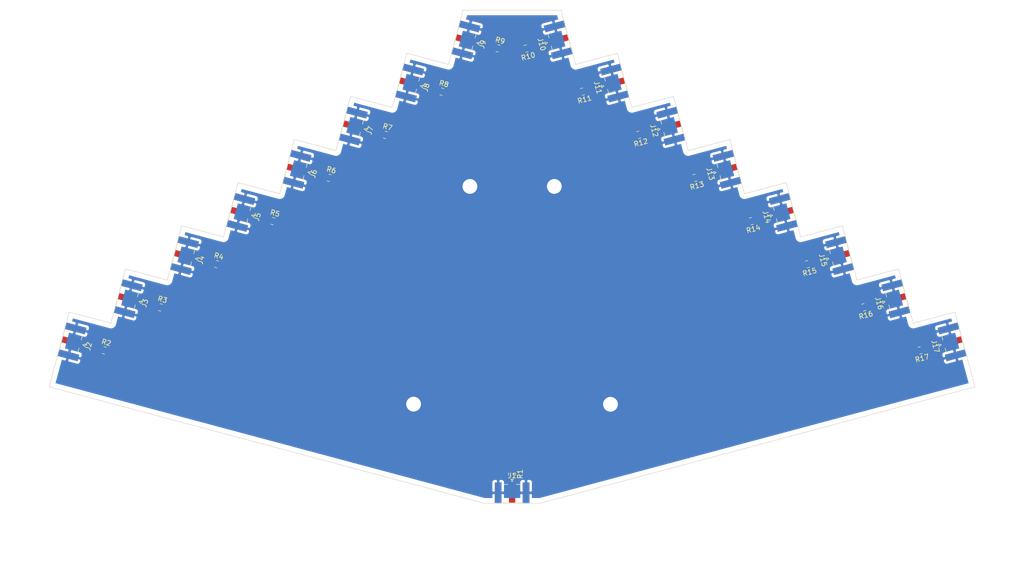
<source format=kicad_pcb>
(kicad_pcb (version 20171130) (host pcbnew 5.1.6-c6e7f7d~87~ubuntu18.04.1)

  (general
    (thickness 1.6)
    (drawings 193)
    (tracks 70)
    (zones 0)
    (modules 34)
    (nets 20)
  )

  (page A4)
  (title_block
    (title "Divisor de potencia resistivo 1x16 - Microstrip")
    (date 2020-08-16)
    (rev PCB-M-1.3)
    (company "Instituto Balseiro")
    (comment 1 "Ingeniería en Telecomunicaciones")
    (comment 2 "Quinteros del Castillo, José Ignacio")
    (comment 3 "Sistema para Emulación, Adquisición y Procesamiento de Datos de Matrices de Sensores")
  )

  (layers
    (0 F.Cu signal)
    (31 B.Cu signal hide)
    (32 B.Adhes user hide)
    (33 F.Adhes user hide)
    (34 B.Paste user hide)
    (35 F.Paste user)
    (36 B.SilkS user hide)
    (37 F.SilkS user)
    (38 B.Mask user hide)
    (39 F.Mask user)
    (40 Dwgs.User user hide)
    (41 Cmts.User user hide)
    (42 Eco1.User user hide)
    (43 Eco2.User user hide)
    (44 Edge.Cuts user)
    (45 Margin user hide)
    (46 B.CrtYd user hide)
    (47 F.CrtYd user)
    (48 B.Fab user hide)
    (49 F.Fab user)
  )

  (setup
    (last_trace_width 2.87)
    (user_trace_width 1.5)
    (user_trace_width 2.4)
    (user_trace_width 2.87)
    (trace_clearance 0.2)
    (zone_clearance 1)
    (zone_45_only no)
    (trace_min 0.2)
    (via_size 0.8)
    (via_drill 0.4)
    (via_min_size 0.4)
    (via_min_drill 0.3)
    (user_via 0.9 0.7)
    (user_via 3.2 3)
    (uvia_size 0.3)
    (uvia_drill 0.1)
    (uvias_allowed no)
    (uvia_min_size 0.2)
    (uvia_min_drill 0.1)
    (edge_width 0.05)
    (segment_width 0.2)
    (pcb_text_width 0.3)
    (pcb_text_size 1.5 1.5)
    (mod_edge_width 0.12)
    (mod_text_size 1 1)
    (mod_text_width 0.15)
    (pad_size 1.15 1.4)
    (pad_drill 0)
    (pad_to_mask_clearance 0.051)
    (solder_mask_min_width 0.25)
    (aux_axis_origin 0 0)
    (visible_elements FFFDFF7F)
    (pcbplotparams
      (layerselection 0x010fc_ffffffff)
      (usegerberextensions false)
      (usegerberattributes true)
      (usegerberadvancedattributes true)
      (creategerberjobfile true)
      (excludeedgelayer true)
      (linewidth 0.100000)
      (plotframeref false)
      (viasonmask false)
      (mode 1)
      (useauxorigin false)
      (hpglpennumber 1)
      (hpglpenspeed 20)
      (hpglpendiameter 15.000000)
      (psnegative false)
      (psa4output false)
      (plotreference true)
      (plotvalue true)
      (plotinvisibletext false)
      (padsonsilk false)
      (subtractmaskfromsilk false)
      (outputformat 1)
      (mirror false)
      (drillshape 1)
      (scaleselection 1)
      (outputdirectory ""))
  )

  (net 0 "")
  (net 1 "Net-(J1-Pad1)")
  (net 2 GND)
  (net 3 "Net-(J2-Pad1)")
  (net 4 "Net-(J3-Pad1)")
  (net 5 "Net-(J4-Pad1)")
  (net 6 "Net-(J5-Pad1)")
  (net 7 "Net-(J6-Pad1)")
  (net 8 "Net-(J7-Pad1)")
  (net 9 "Net-(J8-Pad1)")
  (net 10 "Net-(J9-Pad1)")
  (net 11 "Net-(J10-Pad1)")
  (net 12 "Net-(J11-Pad1)")
  (net 13 "Net-(J12-Pad1)")
  (net 14 "Net-(J13-Pad1)")
  (net 15 "Net-(J14-Pad1)")
  (net 16 "Net-(J15-Pad1)")
  (net 17 "Net-(J16-Pad1)")
  (net 18 "Net-(J17-Pad1)")
  (net 19 "Net-(R1-Pad1)")

  (net_class Default "This is the default net class."
    (clearance 0.2)
    (trace_width 2.27)
    (via_dia 0.8)
    (via_drill 0.4)
    (uvia_dia 0.3)
    (uvia_drill 0.1)
    (add_net GND)
    (add_net "Net-(J1-Pad1)")
    (add_net "Net-(J10-Pad1)")
    (add_net "Net-(J11-Pad1)")
    (add_net "Net-(J12-Pad1)")
    (add_net "Net-(J13-Pad1)")
    (add_net "Net-(J14-Pad1)")
    (add_net "Net-(J15-Pad1)")
    (add_net "Net-(J16-Pad1)")
    (add_net "Net-(J17-Pad1)")
    (add_net "Net-(J2-Pad1)")
    (add_net "Net-(J3-Pad1)")
    (add_net "Net-(J4-Pad1)")
    (add_net "Net-(J5-Pad1)")
    (add_net "Net-(J6-Pad1)")
    (add_net "Net-(J7-Pad1)")
    (add_net "Net-(J8-Pad1)")
    (add_net "Net-(J9-Pad1)")
    (add_net "Net-(R1-Pad1)")
  )

  (module Connector_Coaxial:SMA_Samtec_SMA-J-P-X-ST-EM1_EdgeMount (layer F.Cu) (tedit 5DAA3454) (tstamp 5F3A604C)
    (at 149.116178 138.074253)
    (descr "Connector SMA, 0Hz to 20GHz, 50Ohm, Edge Mount (http://suddendocs.samtec.com/prints/sma-j-p-x-st-em1-mkt.pdf)")
    (tags "SMA Straight Samtec Edge Mount")
    (path /5EA3E56C)
    (attr smd)
    (fp_text reference J1 (at 0 -3.5) (layer F.SilkS)
      (effects (font (size 1 1) (thickness 0.15)))
    )
    (fp_text value SMA_Female (at 0 13) (layer F.Fab)
      (effects (font (size 1 1) (thickness 0.15)))
    )
    (fp_line (start 0.84 -1.71) (end 1.95 -1.71) (layer F.SilkS) (width 0.12))
    (fp_line (start -1.95 -1.71) (end -0.84 -1.71) (layer F.SilkS) (width 0.12))
    (fp_line (start 0.84 2) (end 1.95 2) (layer F.SilkS) (width 0.12))
    (fp_line (start -1.95 2) (end -0.84 2) (layer F.SilkS) (width 0.12))
    (fp_line (start 3.68 2.6) (end 3.68 12.12) (layer B.CrtYd) (width 0.05))
    (fp_line (start 4 2.6) (end 3.68 2.6) (layer B.CrtYd) (width 0.05))
    (fp_line (start -3.68 12.12) (end -3.68 2.6) (layer B.CrtYd) (width 0.05))
    (fp_line (start -3.68 2.6) (end -4 2.6) (layer B.CrtYd) (width 0.05))
    (fp_line (start 3.68 2.6) (end 3.68 12.12) (layer F.CrtYd) (width 0.05))
    (fp_line (start 3.68 2.6) (end 4 2.6) (layer F.CrtYd) (width 0.05))
    (fp_line (start -3.68 12.12) (end -3.68 2.6) (layer F.CrtYd) (width 0.05))
    (fp_line (start -3.68 2.6) (end -4 2.6) (layer F.CrtYd) (width 0.05))
    (fp_line (start 4.1 2.1) (end -4.1 2.1) (layer Dwgs.User) (width 0.1))
    (fp_line (start -3.175 -1.71) (end -3.175 11.62) (layer F.Fab) (width 0.1))
    (fp_line (start -2.365 -1.71) (end -3.175 -1.71) (layer F.Fab) (width 0.1))
    (fp_line (start -2.365 2.1) (end -2.365 -1.71) (layer F.Fab) (width 0.1))
    (fp_line (start 2.365 2.1) (end -2.365 2.1) (layer F.Fab) (width 0.1))
    (fp_line (start 2.365 -1.71) (end 2.365 2.1) (layer F.Fab) (width 0.1))
    (fp_line (start 3.175 -1.71) (end 2.365 -1.71) (layer F.Fab) (width 0.1))
    (fp_line (start 3.175 -1.71) (end 3.175 11.62) (layer F.Fab) (width 0.1))
    (fp_line (start 3.165 11.62) (end -3.165 11.62) (layer F.Fab) (width 0.1))
    (fp_line (start -4 -2.6) (end 4 -2.6) (layer B.CrtYd) (width 0.05))
    (fp_line (start -4 2.6) (end -4 -2.6) (layer B.CrtYd) (width 0.05))
    (fp_line (start 3.68 12.12) (end -3.68 12.12) (layer B.CrtYd) (width 0.05))
    (fp_line (start 4 2.6) (end 4 -2.6) (layer B.CrtYd) (width 0.05))
    (fp_line (start -4 -2.6) (end 4 -2.6) (layer F.CrtYd) (width 0.05))
    (fp_line (start -4 2.6) (end -4 -2.6) (layer F.CrtYd) (width 0.05))
    (fp_line (start 3.68 12.12) (end -3.68 12.12) (layer F.CrtYd) (width 0.05))
    (fp_line (start 4 2.6) (end 4 -2.6) (layer F.CrtYd) (width 0.05))
    (fp_line (start 0.64 2.1) (end 0 3.1) (layer F.Fab) (width 0.1))
    (fp_line (start 0 3.1) (end -0.64 2.1) (layer F.Fab) (width 0.1))
    (fp_line (start 0 -2.26) (end 0.25 -2.76) (layer F.SilkS) (width 0.12))
    (fp_line (start 0.25 -2.76) (end -0.25 -2.76) (layer F.SilkS) (width 0.12))
    (fp_line (start -0.25 -2.76) (end 0 -2.26) (layer F.SilkS) (width 0.12))
    (fp_text user "PCB Edge" (at 0 2.6) (layer Dwgs.User)
      (effects (font (size 0.5 0.5) (thickness 0.1)))
    )
    (fp_text user %R (at 0 4.79 180) (layer F.Fab)
      (effects (font (size 1 1) (thickness 0.15)))
    )
    (pad 1 smd rect (at 0 0.2) (size 1.27 3.6) (layers F.Cu F.Paste F.Mask)
      (net 1 "Net-(J1-Pad1)"))
    (pad 2 smd rect (at 2.825 0) (size 1.35 4.2) (layers F.Cu F.Paste F.Mask)
      (net 2 GND))
    (pad 2 smd rect (at -2.825 0) (size 1.35 4.2) (layers F.Cu F.Paste F.Mask)
      (net 2 GND))
    (pad 2 smd rect (at 2.825 0) (size 1.35 4.2) (layers B.Cu B.Paste B.Mask)
      (net 2 GND))
    (pad 2 smd rect (at -2.825 0) (size 1.35 4.2) (layers B.Cu B.Paste B.Mask)
      (net 2 GND))
    (model ${KISYS3DMOD}/Connector_Coaxial.3dshapes/SMA_Samtec_SMA-J-P-X-ST-EM1_EdgeMount.wrl
      (at (xyz 0 0 0))
      (scale (xyz 1 1 1))
      (rotate (xyz 0 0 0))
    )
  )

  (module Connector_Coaxial:SMA_Samtec_SMA-J-P-X-ST-EM1_EdgeMount (layer F.Cu) (tedit 5DAA3454) (tstamp 5F3A588D)
    (at 59.93618 107.464253 255)
    (descr "Connector SMA, 0Hz to 20GHz, 50Ohm, Edge Mount (http://suddendocs.samtec.com/prints/sma-j-p-x-st-em1-mkt.pdf)")
    (tags "SMA Straight Samtec Edge Mount")
    (path /5EA42426)
    (attr smd)
    (fp_text reference J2 (at 0 -3.5 75) (layer F.SilkS)
      (effects (font (size 1 1) (thickness 0.15)))
    )
    (fp_text value SMA_Female (at 0 13 75) (layer F.Fab)
      (effects (font (size 1 1) (thickness 0.15)))
    )
    (fp_line (start -0.25 -2.76) (end 0 -2.26) (layer F.SilkS) (width 0.12))
    (fp_line (start 0.25 -2.76) (end -0.25 -2.76) (layer F.SilkS) (width 0.12))
    (fp_line (start 0 -2.26) (end 0.25 -2.76) (layer F.SilkS) (width 0.12))
    (fp_line (start 0 3.1) (end -0.64 2.1) (layer F.Fab) (width 0.1))
    (fp_line (start 0.64 2.1) (end 0 3.1) (layer F.Fab) (width 0.1))
    (fp_line (start 4 2.6) (end 4 -2.6) (layer F.CrtYd) (width 0.05))
    (fp_line (start 3.68 12.12) (end -3.68 12.12) (layer F.CrtYd) (width 0.05))
    (fp_line (start -4 2.6) (end -4 -2.6) (layer F.CrtYd) (width 0.05))
    (fp_line (start -4 -2.6) (end 4 -2.6) (layer F.CrtYd) (width 0.05))
    (fp_line (start 4 2.6) (end 4 -2.6) (layer B.CrtYd) (width 0.05))
    (fp_line (start 3.68 12.12) (end -3.68 12.12) (layer B.CrtYd) (width 0.05))
    (fp_line (start -4 2.6) (end -4 -2.6) (layer B.CrtYd) (width 0.05))
    (fp_line (start -4 -2.6) (end 4 -2.6) (layer B.CrtYd) (width 0.05))
    (fp_line (start 3.165 11.62) (end -3.165 11.62) (layer F.Fab) (width 0.1))
    (fp_line (start 3.175 -1.71) (end 3.175 11.62) (layer F.Fab) (width 0.1))
    (fp_line (start 3.175 -1.71) (end 2.365 -1.71) (layer F.Fab) (width 0.1))
    (fp_line (start 2.365 -1.71) (end 2.365 2.1) (layer F.Fab) (width 0.1))
    (fp_line (start 2.365 2.1) (end -2.365 2.1) (layer F.Fab) (width 0.1))
    (fp_line (start -2.365 2.1) (end -2.365 -1.71) (layer F.Fab) (width 0.1))
    (fp_line (start -2.365 -1.71) (end -3.175 -1.71) (layer F.Fab) (width 0.1))
    (fp_line (start -3.175 -1.71) (end -3.175 11.62) (layer F.Fab) (width 0.1))
    (fp_line (start 4.1 2.1) (end -4.1 2.1) (layer Dwgs.User) (width 0.1))
    (fp_line (start -3.68 2.6) (end -4 2.6) (layer F.CrtYd) (width 0.05))
    (fp_line (start -3.68 12.12) (end -3.68 2.6) (layer F.CrtYd) (width 0.05))
    (fp_line (start 3.68 2.6) (end 4 2.6) (layer F.CrtYd) (width 0.05))
    (fp_line (start 3.68 2.6) (end 3.68 12.12) (layer F.CrtYd) (width 0.05))
    (fp_line (start -3.68 2.6) (end -4 2.6) (layer B.CrtYd) (width 0.05))
    (fp_line (start -3.68 12.12) (end -3.68 2.6) (layer B.CrtYd) (width 0.05))
    (fp_line (start 4 2.6) (end 3.68 2.6) (layer B.CrtYd) (width 0.05))
    (fp_line (start 3.68 2.6) (end 3.68 12.12) (layer B.CrtYd) (width 0.05))
    (fp_line (start -1.95 2) (end -0.84 2) (layer F.SilkS) (width 0.12))
    (fp_line (start 0.84 2) (end 1.95 2) (layer F.SilkS) (width 0.12))
    (fp_line (start -1.95 -1.71) (end -0.84 -1.71) (layer F.SilkS) (width 0.12))
    (fp_line (start 0.84 -1.71) (end 1.95 -1.71) (layer F.SilkS) (width 0.12))
    (fp_text user %R (at 0 4.79 255) (layer F.Fab)
      (effects (font (size 1 1) (thickness 0.15)))
    )
    (fp_text user "PCB Edge" (at 0 2.6 75) (layer Dwgs.User)
      (effects (font (size 0.5 0.5) (thickness 0.1)))
    )
    (pad 2 smd rect (at -2.825 0 255) (size 1.35 4.2) (layers B.Cu B.Paste B.Mask)
      (net 2 GND))
    (pad 2 smd rect (at 2.825 0 255) (size 1.35 4.2) (layers B.Cu B.Paste B.Mask)
      (net 2 GND))
    (pad 2 smd rect (at -2.825 0 255) (size 1.35 4.2) (layers F.Cu F.Paste F.Mask)
      (net 2 GND))
    (pad 2 smd rect (at 2.825 0 255) (size 1.35 4.2) (layers F.Cu F.Paste F.Mask)
      (net 2 GND))
    (pad 1 smd rect (at 0 0.2 255) (size 1.27 3.6) (layers F.Cu F.Paste F.Mask)
      (net 3 "Net-(J2-Pad1)"))
    (model ${KISYS3DMOD}/Connector_Coaxial.3dshapes/SMA_Samtec_SMA-J-P-X-ST-EM1_EdgeMount.wrl
      (at (xyz 0 0 0))
      (scale (xyz 1 1 1))
      (rotate (xyz 0 0 0))
    )
  )

  (module Connector_Coaxial:SMA_Samtec_SMA-J-P-X-ST-EM1_EdgeMount (layer F.Cu) (tedit 5DAA3454) (tstamp 5F3A599E)
    (at 71.32618 98.704257 255)
    (descr "Connector SMA, 0Hz to 20GHz, 50Ohm, Edge Mount (http://suddendocs.samtec.com/prints/sma-j-p-x-st-em1-mkt.pdf)")
    (tags "SMA Straight Samtec Edge Mount")
    (path /5EA462FD)
    (attr smd)
    (fp_text reference J3 (at 0 -3.5 75) (layer F.SilkS)
      (effects (font (size 1 1) (thickness 0.15)))
    )
    (fp_text value SMA_Female (at 0 13 75) (layer F.Fab)
      (effects (font (size 1 1) (thickness 0.15)))
    )
    (fp_line (start -0.25 -2.76) (end 0 -2.26) (layer F.SilkS) (width 0.12))
    (fp_line (start 0.25 -2.76) (end -0.25 -2.76) (layer F.SilkS) (width 0.12))
    (fp_line (start 0 -2.26) (end 0.25 -2.76) (layer F.SilkS) (width 0.12))
    (fp_line (start 0 3.1) (end -0.64 2.1) (layer F.Fab) (width 0.1))
    (fp_line (start 0.64 2.1) (end 0 3.1) (layer F.Fab) (width 0.1))
    (fp_line (start 4 2.6) (end 4 -2.6) (layer F.CrtYd) (width 0.05))
    (fp_line (start 3.68 12.12) (end -3.68 12.12) (layer F.CrtYd) (width 0.05))
    (fp_line (start -4 2.6) (end -4 -2.6) (layer F.CrtYd) (width 0.05))
    (fp_line (start -4 -2.6) (end 4 -2.6) (layer F.CrtYd) (width 0.05))
    (fp_line (start 4 2.6) (end 4 -2.6) (layer B.CrtYd) (width 0.05))
    (fp_line (start 3.68 12.12) (end -3.68 12.12) (layer B.CrtYd) (width 0.05))
    (fp_line (start -4 2.6) (end -4 -2.6) (layer B.CrtYd) (width 0.05))
    (fp_line (start -4 -2.6) (end 4 -2.6) (layer B.CrtYd) (width 0.05))
    (fp_line (start 3.165 11.62) (end -3.165 11.62) (layer F.Fab) (width 0.1))
    (fp_line (start 3.175 -1.71) (end 3.175 11.62) (layer F.Fab) (width 0.1))
    (fp_line (start 3.175 -1.71) (end 2.365 -1.71) (layer F.Fab) (width 0.1))
    (fp_line (start 2.365 -1.71) (end 2.365 2.1) (layer F.Fab) (width 0.1))
    (fp_line (start 2.365 2.1) (end -2.365 2.1) (layer F.Fab) (width 0.1))
    (fp_line (start -2.365 2.1) (end -2.365 -1.71) (layer F.Fab) (width 0.1))
    (fp_line (start -2.365 -1.71) (end -3.175 -1.71) (layer F.Fab) (width 0.1))
    (fp_line (start -3.175 -1.71) (end -3.175 11.62) (layer F.Fab) (width 0.1))
    (fp_line (start 4.1 2.1) (end -4.1 2.1) (layer Dwgs.User) (width 0.1))
    (fp_line (start -3.68 2.6) (end -4 2.6) (layer F.CrtYd) (width 0.05))
    (fp_line (start -3.68 12.12) (end -3.68 2.6) (layer F.CrtYd) (width 0.05))
    (fp_line (start 3.68 2.6) (end 4 2.6) (layer F.CrtYd) (width 0.05))
    (fp_line (start 3.68 2.6) (end 3.68 12.12) (layer F.CrtYd) (width 0.05))
    (fp_line (start -3.68 2.6) (end -4 2.6) (layer B.CrtYd) (width 0.05))
    (fp_line (start -3.68 12.12) (end -3.68 2.6) (layer B.CrtYd) (width 0.05))
    (fp_line (start 4 2.6) (end 3.68 2.6) (layer B.CrtYd) (width 0.05))
    (fp_line (start 3.68 2.6) (end 3.68 12.12) (layer B.CrtYd) (width 0.05))
    (fp_line (start -1.95 2) (end -0.84 2) (layer F.SilkS) (width 0.12))
    (fp_line (start 0.84 2) (end 1.95 2) (layer F.SilkS) (width 0.12))
    (fp_line (start -1.95 -1.71) (end -0.84 -1.71) (layer F.SilkS) (width 0.12))
    (fp_line (start 0.84 -1.71) (end 1.95 -1.71) (layer F.SilkS) (width 0.12))
    (fp_text user %R (at 0 4.79 255) (layer F.Fab)
      (effects (font (size 1 1) (thickness 0.15)))
    )
    (fp_text user "PCB Edge" (at 0 2.6 75) (layer Dwgs.User)
      (effects (font (size 0.5 0.5) (thickness 0.1)))
    )
    (pad 2 smd rect (at -2.825 0 255) (size 1.35 4.2) (layers B.Cu B.Paste B.Mask)
      (net 2 GND))
    (pad 2 smd rect (at 2.825 0 255) (size 1.35 4.2) (layers B.Cu B.Paste B.Mask)
      (net 2 GND))
    (pad 2 smd rect (at -2.825 0 255) (size 1.35 4.2) (layers F.Cu F.Paste F.Mask)
      (net 2 GND))
    (pad 2 smd rect (at 2.825 0 255) (size 1.35 4.2) (layers F.Cu F.Paste F.Mask)
      (net 2 GND))
    (pad 1 smd rect (at 0 0.2 255) (size 1.27 3.6) (layers F.Cu F.Paste F.Mask)
      (net 4 "Net-(J3-Pad1)"))
    (model ${KISYS3DMOD}/Connector_Coaxial.3dshapes/SMA_Samtec_SMA-J-P-X-ST-EM1_EdgeMount.wrl
      (at (xyz 0 0 0))
      (scale (xyz 1 1 1))
      (rotate (xyz 0 0 0))
    )
  )

  (module Connector_Coaxial:SMA_Samtec_SMA-J-P-X-ST-EM1_EdgeMount (layer F.Cu) (tedit 5DAA3454) (tstamp 5F3A63D3)
    (at 82.736179 89.964253 255)
    (descr "Connector SMA, 0Hz to 20GHz, 50Ohm, Edge Mount (http://suddendocs.samtec.com/prints/sma-j-p-x-st-em1-mkt.pdf)")
    (tags "SMA Straight Samtec Edge Mount")
    (path /5EA46A8E)
    (attr smd)
    (fp_text reference J4 (at 0 -3.5 75) (layer F.SilkS)
      (effects (font (size 1 1) (thickness 0.15)))
    )
    (fp_text value SMA_Female (at 0 13 75) (layer F.Fab)
      (effects (font (size 1 1) (thickness 0.15)))
    )
    (fp_line (start -0.25 -2.76) (end 0 -2.26) (layer F.SilkS) (width 0.12))
    (fp_line (start 0.25 -2.76) (end -0.25 -2.76) (layer F.SilkS) (width 0.12))
    (fp_line (start 0 -2.26) (end 0.25 -2.76) (layer F.SilkS) (width 0.12))
    (fp_line (start 0 3.1) (end -0.64 2.1) (layer F.Fab) (width 0.1))
    (fp_line (start 0.64 2.1) (end 0 3.1) (layer F.Fab) (width 0.1))
    (fp_line (start 4 2.6) (end 4 -2.6) (layer F.CrtYd) (width 0.05))
    (fp_line (start 3.68 12.12) (end -3.68 12.12) (layer F.CrtYd) (width 0.05))
    (fp_line (start -4 2.6) (end -4 -2.6) (layer F.CrtYd) (width 0.05))
    (fp_line (start -4 -2.6) (end 4 -2.6) (layer F.CrtYd) (width 0.05))
    (fp_line (start 4 2.6) (end 4 -2.6) (layer B.CrtYd) (width 0.05))
    (fp_line (start 3.68 12.12) (end -3.68 12.12) (layer B.CrtYd) (width 0.05))
    (fp_line (start -4 2.6) (end -4 -2.6) (layer B.CrtYd) (width 0.05))
    (fp_line (start -4 -2.6) (end 4 -2.6) (layer B.CrtYd) (width 0.05))
    (fp_line (start 3.165 11.62) (end -3.165 11.62) (layer F.Fab) (width 0.1))
    (fp_line (start 3.175 -1.71) (end 3.175 11.62) (layer F.Fab) (width 0.1))
    (fp_line (start 3.175 -1.71) (end 2.365 -1.71) (layer F.Fab) (width 0.1))
    (fp_line (start 2.365 -1.71) (end 2.365 2.1) (layer F.Fab) (width 0.1))
    (fp_line (start 2.365 2.1) (end -2.365 2.1) (layer F.Fab) (width 0.1))
    (fp_line (start -2.365 2.1) (end -2.365 -1.71) (layer F.Fab) (width 0.1))
    (fp_line (start -2.365 -1.71) (end -3.175 -1.71) (layer F.Fab) (width 0.1))
    (fp_line (start -3.175 -1.71) (end -3.175 11.62) (layer F.Fab) (width 0.1))
    (fp_line (start 4.1 2.1) (end -4.1 2.1) (layer Dwgs.User) (width 0.1))
    (fp_line (start -3.68 2.6) (end -4 2.6) (layer F.CrtYd) (width 0.05))
    (fp_line (start -3.68 12.12) (end -3.68 2.6) (layer F.CrtYd) (width 0.05))
    (fp_line (start 3.68 2.6) (end 4 2.6) (layer F.CrtYd) (width 0.05))
    (fp_line (start 3.68 2.6) (end 3.68 12.12) (layer F.CrtYd) (width 0.05))
    (fp_line (start -3.68 2.6) (end -4 2.6) (layer B.CrtYd) (width 0.05))
    (fp_line (start -3.68 12.12) (end -3.68 2.6) (layer B.CrtYd) (width 0.05))
    (fp_line (start 4 2.6) (end 3.68 2.6) (layer B.CrtYd) (width 0.05))
    (fp_line (start 3.68 2.6) (end 3.68 12.12) (layer B.CrtYd) (width 0.05))
    (fp_line (start -1.95 2) (end -0.84 2) (layer F.SilkS) (width 0.12))
    (fp_line (start 0.84 2) (end 1.95 2) (layer F.SilkS) (width 0.12))
    (fp_line (start -1.95 -1.71) (end -0.84 -1.71) (layer F.SilkS) (width 0.12))
    (fp_line (start 0.84 -1.71) (end 1.95 -1.71) (layer F.SilkS) (width 0.12))
    (fp_text user %R (at 0 4.79 255) (layer F.Fab)
      (effects (font (size 1 1) (thickness 0.15)))
    )
    (fp_text user "PCB Edge" (at 0 2.6 75) (layer Dwgs.User)
      (effects (font (size 0.5 0.5) (thickness 0.1)))
    )
    (pad 2 smd rect (at -2.825 0 255) (size 1.35 4.2) (layers B.Cu B.Paste B.Mask)
      (net 2 GND))
    (pad 2 smd rect (at 2.825 0 255) (size 1.35 4.2) (layers B.Cu B.Paste B.Mask)
      (net 2 GND))
    (pad 2 smd rect (at -2.825 0 255) (size 1.35 4.2) (layers F.Cu F.Paste F.Mask)
      (net 2 GND))
    (pad 2 smd rect (at 2.825 0 255) (size 1.35 4.2) (layers F.Cu F.Paste F.Mask)
      (net 2 GND))
    (pad 1 smd rect (at 0 0.2 255) (size 1.27 3.6) (layers F.Cu F.Paste F.Mask)
      (net 5 "Net-(J4-Pad1)"))
    (model ${KISYS3DMOD}/Connector_Coaxial.3dshapes/SMA_Samtec_SMA-J-P-X-ST-EM1_EdgeMount.wrl
      (at (xyz 0 0 0))
      (scale (xyz 1 1 1))
      (rotate (xyz 0 0 0))
    )
  )

  (module Connector_Coaxial:SMA_Samtec_SMA-J-P-X-ST-EM1_EdgeMount (layer F.Cu) (tedit 5DAA3454) (tstamp 5F3A5A28)
    (at 94.136176 81.224256 255)
    (descr "Connector SMA, 0Hz to 20GHz, 50Ohm, Edge Mount (http://suddendocs.samtec.com/prints/sma-j-p-x-st-em1-mkt.pdf)")
    (tags "SMA Straight Samtec Edge Mount")
    (path /5EA473EB)
    (attr smd)
    (fp_text reference J5 (at 0 -3.5 75) (layer F.SilkS)
      (effects (font (size 1 1) (thickness 0.15)))
    )
    (fp_text value SMA_Female (at 0 13 75) (layer F.Fab)
      (effects (font (size 1 1) (thickness 0.15)))
    )
    (fp_line (start 0.84 -1.71) (end 1.95 -1.71) (layer F.SilkS) (width 0.12))
    (fp_line (start -1.95 -1.71) (end -0.84 -1.71) (layer F.SilkS) (width 0.12))
    (fp_line (start 0.84 2) (end 1.95 2) (layer F.SilkS) (width 0.12))
    (fp_line (start -1.95 2) (end -0.84 2) (layer F.SilkS) (width 0.12))
    (fp_line (start 3.68 2.6) (end 3.68 12.12) (layer B.CrtYd) (width 0.05))
    (fp_line (start 4 2.6) (end 3.68 2.6) (layer B.CrtYd) (width 0.05))
    (fp_line (start -3.68 12.12) (end -3.68 2.6) (layer B.CrtYd) (width 0.05))
    (fp_line (start -3.68 2.6) (end -4 2.6) (layer B.CrtYd) (width 0.05))
    (fp_line (start 3.68 2.6) (end 3.68 12.12) (layer F.CrtYd) (width 0.05))
    (fp_line (start 3.68 2.6) (end 4 2.6) (layer F.CrtYd) (width 0.05))
    (fp_line (start -3.68 12.12) (end -3.68 2.6) (layer F.CrtYd) (width 0.05))
    (fp_line (start -3.68 2.6) (end -4 2.6) (layer F.CrtYd) (width 0.05))
    (fp_line (start 4.1 2.1) (end -4.1 2.1) (layer Dwgs.User) (width 0.1))
    (fp_line (start -3.175 -1.71) (end -3.175 11.62) (layer F.Fab) (width 0.1))
    (fp_line (start -2.365 -1.71) (end -3.175 -1.71) (layer F.Fab) (width 0.1))
    (fp_line (start -2.365 2.1) (end -2.365 -1.71) (layer F.Fab) (width 0.1))
    (fp_line (start 2.365 2.1) (end -2.365 2.1) (layer F.Fab) (width 0.1))
    (fp_line (start 2.365 -1.71) (end 2.365 2.1) (layer F.Fab) (width 0.1))
    (fp_line (start 3.175 -1.71) (end 2.365 -1.71) (layer F.Fab) (width 0.1))
    (fp_line (start 3.175 -1.71) (end 3.175 11.62) (layer F.Fab) (width 0.1))
    (fp_line (start 3.165 11.62) (end -3.165 11.62) (layer F.Fab) (width 0.1))
    (fp_line (start -4 -2.6) (end 4 -2.6) (layer B.CrtYd) (width 0.05))
    (fp_line (start -4 2.6) (end -4 -2.6) (layer B.CrtYd) (width 0.05))
    (fp_line (start 3.68 12.12) (end -3.68 12.12) (layer B.CrtYd) (width 0.05))
    (fp_line (start 4 2.6) (end 4 -2.6) (layer B.CrtYd) (width 0.05))
    (fp_line (start -4 -2.6) (end 4 -2.6) (layer F.CrtYd) (width 0.05))
    (fp_line (start -4 2.6) (end -4 -2.6) (layer F.CrtYd) (width 0.05))
    (fp_line (start 3.68 12.12) (end -3.68 12.12) (layer F.CrtYd) (width 0.05))
    (fp_line (start 4 2.6) (end 4 -2.6) (layer F.CrtYd) (width 0.05))
    (fp_line (start 0.64 2.1) (end 0 3.1) (layer F.Fab) (width 0.1))
    (fp_line (start 0 3.1) (end -0.64 2.1) (layer F.Fab) (width 0.1))
    (fp_line (start 0 -2.26) (end 0.25 -2.76) (layer F.SilkS) (width 0.12))
    (fp_line (start 0.25 -2.76) (end -0.25 -2.76) (layer F.SilkS) (width 0.12))
    (fp_line (start -0.25 -2.76) (end 0 -2.26) (layer F.SilkS) (width 0.12))
    (fp_text user "PCB Edge" (at 0 2.6 75) (layer Dwgs.User)
      (effects (font (size 0.5 0.5) (thickness 0.1)))
    )
    (fp_text user %R (at 0 4.79 255) (layer F.Fab)
      (effects (font (size 1 1) (thickness 0.15)))
    )
    (pad 1 smd rect (at 0 0.2 255) (size 1.27 3.6) (layers F.Cu F.Paste F.Mask)
      (net 6 "Net-(J5-Pad1)"))
    (pad 2 smd rect (at 2.825 0 255) (size 1.35 4.2) (layers F.Cu F.Paste F.Mask)
      (net 2 GND))
    (pad 2 smd rect (at -2.825 0 255) (size 1.35 4.2) (layers F.Cu F.Paste F.Mask)
      (net 2 GND))
    (pad 2 smd rect (at 2.825 0 255) (size 1.35 4.2) (layers B.Cu B.Paste B.Mask)
      (net 2 GND))
    (pad 2 smd rect (at -2.825 0 255) (size 1.35 4.2) (layers B.Cu B.Paste B.Mask)
      (net 2 GND))
    (model ${KISYS3DMOD}/Connector_Coaxial.3dshapes/SMA_Samtec_SMA-J-P-X-ST-EM1_EdgeMount.wrl
      (at (xyz 0 0 0))
      (scale (xyz 1 1 1))
      (rotate (xyz 0 0 0))
    )
  )

  (module Connector_Coaxial:SMA_Samtec_SMA-J-P-X-ST-EM1_EdgeMount (layer F.Cu) (tedit 5DAA3454) (tstamp 5F3A5AAF)
    (at 105.526176 72.464255 255)
    (descr "Connector SMA, 0Hz to 20GHz, 50Ohm, Edge Mount (http://suddendocs.samtec.com/prints/sma-j-p-x-st-em1-mkt.pdf)")
    (tags "SMA Straight Samtec Edge Mount")
    (path /5EA9F467)
    (attr smd)
    (fp_text reference J6 (at 0 -3.5 75) (layer F.SilkS)
      (effects (font (size 1 1) (thickness 0.15)))
    )
    (fp_text value SMA_Female (at 0 13 75) (layer F.Fab)
      (effects (font (size 1 1) (thickness 0.15)))
    )
    (fp_line (start -0.25 -2.76) (end 0 -2.26) (layer F.SilkS) (width 0.12))
    (fp_line (start 0.25 -2.76) (end -0.25 -2.76) (layer F.SilkS) (width 0.12))
    (fp_line (start 0 -2.26) (end 0.25 -2.76) (layer F.SilkS) (width 0.12))
    (fp_line (start 0 3.1) (end -0.64 2.1) (layer F.Fab) (width 0.1))
    (fp_line (start 0.64 2.1) (end 0 3.1) (layer F.Fab) (width 0.1))
    (fp_line (start 4 2.6) (end 4 -2.6) (layer F.CrtYd) (width 0.05))
    (fp_line (start 3.68 12.12) (end -3.68 12.12) (layer F.CrtYd) (width 0.05))
    (fp_line (start -4 2.6) (end -4 -2.6) (layer F.CrtYd) (width 0.05))
    (fp_line (start -4 -2.6) (end 4 -2.6) (layer F.CrtYd) (width 0.05))
    (fp_line (start 4 2.6) (end 4 -2.6) (layer B.CrtYd) (width 0.05))
    (fp_line (start 3.68 12.12) (end -3.68 12.12) (layer B.CrtYd) (width 0.05))
    (fp_line (start -4 2.6) (end -4 -2.6) (layer B.CrtYd) (width 0.05))
    (fp_line (start -4 -2.6) (end 4 -2.6) (layer B.CrtYd) (width 0.05))
    (fp_line (start 3.165 11.62) (end -3.165 11.62) (layer F.Fab) (width 0.1))
    (fp_line (start 3.175 -1.71) (end 3.175 11.62) (layer F.Fab) (width 0.1))
    (fp_line (start 3.175 -1.71) (end 2.365 -1.71) (layer F.Fab) (width 0.1))
    (fp_line (start 2.365 -1.71) (end 2.365 2.1) (layer F.Fab) (width 0.1))
    (fp_line (start 2.365 2.1) (end -2.365 2.1) (layer F.Fab) (width 0.1))
    (fp_line (start -2.365 2.1) (end -2.365 -1.71) (layer F.Fab) (width 0.1))
    (fp_line (start -2.365 -1.71) (end -3.175 -1.71) (layer F.Fab) (width 0.1))
    (fp_line (start -3.175 -1.71) (end -3.175 11.62) (layer F.Fab) (width 0.1))
    (fp_line (start 4.1 2.1) (end -4.1 2.1) (layer Dwgs.User) (width 0.1))
    (fp_line (start -3.68 2.6) (end -4 2.6) (layer F.CrtYd) (width 0.05))
    (fp_line (start -3.68 12.12) (end -3.68 2.6) (layer F.CrtYd) (width 0.05))
    (fp_line (start 3.68 2.6) (end 4 2.6) (layer F.CrtYd) (width 0.05))
    (fp_line (start 3.68 2.6) (end 3.68 12.12) (layer F.CrtYd) (width 0.05))
    (fp_line (start -3.68 2.6) (end -4 2.6) (layer B.CrtYd) (width 0.05))
    (fp_line (start -3.68 12.12) (end -3.68 2.6) (layer B.CrtYd) (width 0.05))
    (fp_line (start 4 2.6) (end 3.68 2.6) (layer B.CrtYd) (width 0.05))
    (fp_line (start 3.68 2.6) (end 3.68 12.12) (layer B.CrtYd) (width 0.05))
    (fp_line (start -1.95 2) (end -0.84 2) (layer F.SilkS) (width 0.12))
    (fp_line (start 0.84 2) (end 1.95 2) (layer F.SilkS) (width 0.12))
    (fp_line (start -1.95 -1.71) (end -0.84 -1.71) (layer F.SilkS) (width 0.12))
    (fp_line (start 0.84 -1.71) (end 1.95 -1.71) (layer F.SilkS) (width 0.12))
    (fp_text user %R (at 0 4.79 255) (layer F.Fab)
      (effects (font (size 1 1) (thickness 0.15)))
    )
    (fp_text user "PCB Edge" (at 0 2.6 75) (layer Dwgs.User)
      (effects (font (size 0.5 0.5) (thickness 0.1)))
    )
    (pad 2 smd rect (at -2.825 0 255) (size 1.35 4.2) (layers B.Cu B.Paste B.Mask)
      (net 2 GND))
    (pad 2 smd rect (at 2.825 0 255) (size 1.35 4.2) (layers B.Cu B.Paste B.Mask)
      (net 2 GND))
    (pad 2 smd rect (at -2.825 0 255) (size 1.35 4.2) (layers F.Cu F.Paste F.Mask)
      (net 2 GND))
    (pad 2 smd rect (at 2.825 0 255) (size 1.35 4.2) (layers F.Cu F.Paste F.Mask)
      (net 2 GND))
    (pad 1 smd rect (at 0 0.2 255) (size 1.27 3.6) (layers F.Cu F.Paste F.Mask)
      (net 7 "Net-(J6-Pad1)"))
    (model ${KISYS3DMOD}/Connector_Coaxial.3dshapes/SMA_Samtec_SMA-J-P-X-ST-EM1_EdgeMount.wrl
      (at (xyz 0 0 0))
      (scale (xyz 1 1 1))
      (rotate (xyz 0 0 0))
    )
  )

  (module Connector_Coaxial:SMA_Samtec_SMA-J-P-X-ST-EM1_EdgeMount (layer F.Cu) (tedit 5DAA3454) (tstamp 5F3A61B4)
    (at 116.936177 63.704254 255)
    (descr "Connector SMA, 0Hz to 20GHz, 50Ohm, Edge Mount (http://suddendocs.samtec.com/prints/sma-j-p-x-st-em1-mkt.pdf)")
    (tags "SMA Straight Samtec Edge Mount")
    (path /5EA9F461)
    (attr smd)
    (fp_text reference J7 (at 0 -3.5 75) (layer F.SilkS)
      (effects (font (size 1 1) (thickness 0.15)))
    )
    (fp_text value SMA_Female (at 0 13 75) (layer F.Fab)
      (effects (font (size 1 1) (thickness 0.15)))
    )
    (fp_line (start 0.84 -1.71) (end 1.95 -1.71) (layer F.SilkS) (width 0.12))
    (fp_line (start -1.95 -1.71) (end -0.84 -1.71) (layer F.SilkS) (width 0.12))
    (fp_line (start 0.84 2) (end 1.95 2) (layer F.SilkS) (width 0.12))
    (fp_line (start -1.95 2) (end -0.84 2) (layer F.SilkS) (width 0.12))
    (fp_line (start 3.68 2.6) (end 3.68 12.12) (layer B.CrtYd) (width 0.05))
    (fp_line (start 4 2.6) (end 3.68 2.6) (layer B.CrtYd) (width 0.05))
    (fp_line (start -3.68 12.12) (end -3.68 2.6) (layer B.CrtYd) (width 0.05))
    (fp_line (start -3.68 2.6) (end -4 2.6) (layer B.CrtYd) (width 0.05))
    (fp_line (start 3.68 2.6) (end 3.68 12.12) (layer F.CrtYd) (width 0.05))
    (fp_line (start 3.68 2.6) (end 4 2.6) (layer F.CrtYd) (width 0.05))
    (fp_line (start -3.68 12.12) (end -3.68 2.6) (layer F.CrtYd) (width 0.05))
    (fp_line (start -3.68 2.6) (end -4 2.6) (layer F.CrtYd) (width 0.05))
    (fp_line (start 4.1 2.1) (end -4.1 2.1) (layer Dwgs.User) (width 0.1))
    (fp_line (start -3.175 -1.71) (end -3.175 11.62) (layer F.Fab) (width 0.1))
    (fp_line (start -2.365 -1.71) (end -3.175 -1.71) (layer F.Fab) (width 0.1))
    (fp_line (start -2.365 2.1) (end -2.365 -1.71) (layer F.Fab) (width 0.1))
    (fp_line (start 2.365 2.1) (end -2.365 2.1) (layer F.Fab) (width 0.1))
    (fp_line (start 2.365 -1.71) (end 2.365 2.1) (layer F.Fab) (width 0.1))
    (fp_line (start 3.175 -1.71) (end 2.365 -1.71) (layer F.Fab) (width 0.1))
    (fp_line (start 3.175 -1.71) (end 3.175 11.62) (layer F.Fab) (width 0.1))
    (fp_line (start 3.165 11.62) (end -3.165 11.62) (layer F.Fab) (width 0.1))
    (fp_line (start -4 -2.6) (end 4 -2.6) (layer B.CrtYd) (width 0.05))
    (fp_line (start -4 2.6) (end -4 -2.6) (layer B.CrtYd) (width 0.05))
    (fp_line (start 3.68 12.12) (end -3.68 12.12) (layer B.CrtYd) (width 0.05))
    (fp_line (start 4 2.6) (end 4 -2.6) (layer B.CrtYd) (width 0.05))
    (fp_line (start -4 -2.6) (end 4 -2.6) (layer F.CrtYd) (width 0.05))
    (fp_line (start -4 2.6) (end -4 -2.6) (layer F.CrtYd) (width 0.05))
    (fp_line (start 3.68 12.12) (end -3.68 12.12) (layer F.CrtYd) (width 0.05))
    (fp_line (start 4 2.6) (end 4 -2.6) (layer F.CrtYd) (width 0.05))
    (fp_line (start 0.64 2.1) (end 0 3.1) (layer F.Fab) (width 0.1))
    (fp_line (start 0 3.1) (end -0.64 2.1) (layer F.Fab) (width 0.1))
    (fp_line (start 0 -2.26) (end 0.25 -2.76) (layer F.SilkS) (width 0.12))
    (fp_line (start 0.25 -2.76) (end -0.25 -2.76) (layer F.SilkS) (width 0.12))
    (fp_line (start -0.25 -2.76) (end 0 -2.26) (layer F.SilkS) (width 0.12))
    (fp_text user "PCB Edge" (at 0 2.6 75) (layer Dwgs.User)
      (effects (font (size 0.5 0.5) (thickness 0.1)))
    )
    (fp_text user %R (at 0 4.79 255) (layer F.Fab)
      (effects (font (size 1 1) (thickness 0.15)))
    )
    (pad 1 smd rect (at 0 0.2 255) (size 1.27 3.6) (layers F.Cu F.Paste F.Mask)
      (net 8 "Net-(J7-Pad1)"))
    (pad 2 smd rect (at 2.825 0 255) (size 1.35 4.2) (layers F.Cu F.Paste F.Mask)
      (net 2 GND))
    (pad 2 smd rect (at -2.825 0 255) (size 1.35 4.2) (layers F.Cu F.Paste F.Mask)
      (net 2 GND))
    (pad 2 smd rect (at 2.825 0 255) (size 1.35 4.2) (layers B.Cu B.Paste B.Mask)
      (net 2 GND))
    (pad 2 smd rect (at -2.825 0 255) (size 1.35 4.2) (layers B.Cu B.Paste B.Mask)
      (net 2 GND))
    (model ${KISYS3DMOD}/Connector_Coaxial.3dshapes/SMA_Samtec_SMA-J-P-X-ST-EM1_EdgeMount.wrl
      (at (xyz 0 0 0))
      (scale (xyz 1 1 1))
      (rotate (xyz 0 0 0))
    )
  )

  (module Connector_Coaxial:SMA_Samtec_SMA-J-P-X-ST-EM1_EdgeMount (layer F.Cu) (tedit 5DAA3454) (tstamp 5F3A655F)
    (at 128.326175 54.964257 255)
    (descr "Connector SMA, 0Hz to 20GHz, 50Ohm, Edge Mount (http://suddendocs.samtec.com/prints/sma-j-p-x-st-em1-mkt.pdf)")
    (tags "SMA Straight Samtec Edge Mount")
    (path /5EA9F455)
    (attr smd)
    (fp_text reference J8 (at 0 -3.5 75) (layer F.SilkS)
      (effects (font (size 1 1) (thickness 0.15)))
    )
    (fp_text value SMA_Female (at 0 13 75) (layer F.Fab)
      (effects (font (size 1 1) (thickness 0.15)))
    )
    (fp_line (start 0.84 -1.71) (end 1.95 -1.71) (layer F.SilkS) (width 0.12))
    (fp_line (start -1.95 -1.71) (end -0.84 -1.71) (layer F.SilkS) (width 0.12))
    (fp_line (start 0.84 2) (end 1.95 2) (layer F.SilkS) (width 0.12))
    (fp_line (start -1.95 2) (end -0.84 2) (layer F.SilkS) (width 0.12))
    (fp_line (start 3.68 2.6) (end 3.68 12.12) (layer B.CrtYd) (width 0.05))
    (fp_line (start 4 2.6) (end 3.68 2.6) (layer B.CrtYd) (width 0.05))
    (fp_line (start -3.68 12.12) (end -3.68 2.6) (layer B.CrtYd) (width 0.05))
    (fp_line (start -3.68 2.6) (end -4 2.6) (layer B.CrtYd) (width 0.05))
    (fp_line (start 3.68 2.6) (end 3.68 12.12) (layer F.CrtYd) (width 0.05))
    (fp_line (start 3.68 2.6) (end 4 2.6) (layer F.CrtYd) (width 0.05))
    (fp_line (start -3.68 12.12) (end -3.68 2.6) (layer F.CrtYd) (width 0.05))
    (fp_line (start -3.68 2.6) (end -4 2.6) (layer F.CrtYd) (width 0.05))
    (fp_line (start 4.1 2.1) (end -4.1 2.1) (layer Dwgs.User) (width 0.1))
    (fp_line (start -3.175 -1.71) (end -3.175 11.62) (layer F.Fab) (width 0.1))
    (fp_line (start -2.365 -1.71) (end -3.175 -1.71) (layer F.Fab) (width 0.1))
    (fp_line (start -2.365 2.1) (end -2.365 -1.71) (layer F.Fab) (width 0.1))
    (fp_line (start 2.365 2.1) (end -2.365 2.1) (layer F.Fab) (width 0.1))
    (fp_line (start 2.365 -1.71) (end 2.365 2.1) (layer F.Fab) (width 0.1))
    (fp_line (start 3.175 -1.71) (end 2.365 -1.71) (layer F.Fab) (width 0.1))
    (fp_line (start 3.175 -1.71) (end 3.175 11.62) (layer F.Fab) (width 0.1))
    (fp_line (start 3.165 11.62) (end -3.165 11.62) (layer F.Fab) (width 0.1))
    (fp_line (start -4 -2.6) (end 4 -2.6) (layer B.CrtYd) (width 0.05))
    (fp_line (start -4 2.6) (end -4 -2.6) (layer B.CrtYd) (width 0.05))
    (fp_line (start 3.68 12.12) (end -3.68 12.12) (layer B.CrtYd) (width 0.05))
    (fp_line (start 4 2.6) (end 4 -2.6) (layer B.CrtYd) (width 0.05))
    (fp_line (start -4 -2.6) (end 4 -2.6) (layer F.CrtYd) (width 0.05))
    (fp_line (start -4 2.6) (end -4 -2.6) (layer F.CrtYd) (width 0.05))
    (fp_line (start 3.68 12.12) (end -3.68 12.12) (layer F.CrtYd) (width 0.05))
    (fp_line (start 4 2.6) (end 4 -2.6) (layer F.CrtYd) (width 0.05))
    (fp_line (start 0.64 2.1) (end 0 3.1) (layer F.Fab) (width 0.1))
    (fp_line (start 0 3.1) (end -0.64 2.1) (layer F.Fab) (width 0.1))
    (fp_line (start 0 -2.26) (end 0.25 -2.76) (layer F.SilkS) (width 0.12))
    (fp_line (start 0.25 -2.76) (end -0.25 -2.76) (layer F.SilkS) (width 0.12))
    (fp_line (start -0.25 -2.76) (end 0 -2.26) (layer F.SilkS) (width 0.12))
    (fp_text user "PCB Edge" (at 0 2.6 75) (layer Dwgs.User)
      (effects (font (size 0.5 0.5) (thickness 0.1)))
    )
    (fp_text user %R (at 0 4.79 255) (layer F.Fab)
      (effects (font (size 1 1) (thickness 0.15)))
    )
    (pad 1 smd rect (at 0 0.2 255) (size 1.27 3.6) (layers F.Cu F.Paste F.Mask)
      (net 9 "Net-(J8-Pad1)"))
    (pad 2 smd rect (at 2.825 0 255) (size 1.35 4.2) (layers F.Cu F.Paste F.Mask)
      (net 2 GND))
    (pad 2 smd rect (at -2.825 0 255) (size 1.35 4.2) (layers F.Cu F.Paste F.Mask)
      (net 2 GND))
    (pad 2 smd rect (at 2.825 0 255) (size 1.35 4.2) (layers B.Cu B.Paste B.Mask)
      (net 2 GND))
    (pad 2 smd rect (at -2.825 0 255) (size 1.35 4.2) (layers B.Cu B.Paste B.Mask)
      (net 2 GND))
    (model ${KISYS3DMOD}/Connector_Coaxial.3dshapes/SMA_Samtec_SMA-J-P-X-ST-EM1_EdgeMount.wrl
      (at (xyz 0 0 0))
      (scale (xyz 1 1 1))
      (rotate (xyz 0 0 0))
    )
  )

  (module Connector_Coaxial:SMA_Samtec_SMA-J-P-X-ST-EM1_EdgeMount (layer F.Cu) (tedit 5DAA3454) (tstamp 5F3A5F0B)
    (at 139.736179 46.224256 255)
    (descr "Connector SMA, 0Hz to 20GHz, 50Ohm, Edge Mount (http://suddendocs.samtec.com/prints/sma-j-p-x-st-em1-mkt.pdf)")
    (tags "SMA Straight Samtec Edge Mount")
    (path /5EA9F45B)
    (attr smd)
    (fp_text reference J9 (at 0 -3.5 75) (layer F.SilkS)
      (effects (font (size 1 1) (thickness 0.15)))
    )
    (fp_text value SMA_Female (at 0 13 75) (layer F.Fab)
      (effects (font (size 1 1) (thickness 0.15)))
    )
    (fp_line (start -0.25 -2.76) (end 0 -2.26) (layer F.SilkS) (width 0.12))
    (fp_line (start 0.25 -2.76) (end -0.25 -2.76) (layer F.SilkS) (width 0.12))
    (fp_line (start 0 -2.26) (end 0.25 -2.76) (layer F.SilkS) (width 0.12))
    (fp_line (start 0 3.1) (end -0.64 2.1) (layer F.Fab) (width 0.1))
    (fp_line (start 0.64 2.1) (end 0 3.1) (layer F.Fab) (width 0.1))
    (fp_line (start 4 2.6) (end 4 -2.6) (layer F.CrtYd) (width 0.05))
    (fp_line (start 3.68 12.12) (end -3.68 12.12) (layer F.CrtYd) (width 0.05))
    (fp_line (start -4 2.6) (end -4 -2.6) (layer F.CrtYd) (width 0.05))
    (fp_line (start -4 -2.6) (end 4 -2.6) (layer F.CrtYd) (width 0.05))
    (fp_line (start 4 2.6) (end 4 -2.6) (layer B.CrtYd) (width 0.05))
    (fp_line (start 3.68 12.12) (end -3.68 12.12) (layer B.CrtYd) (width 0.05))
    (fp_line (start -4 2.6) (end -4 -2.6) (layer B.CrtYd) (width 0.05))
    (fp_line (start -4 -2.6) (end 4 -2.6) (layer B.CrtYd) (width 0.05))
    (fp_line (start 3.165 11.62) (end -3.165 11.62) (layer F.Fab) (width 0.1))
    (fp_line (start 3.175 -1.71) (end 3.175 11.62) (layer F.Fab) (width 0.1))
    (fp_line (start 3.175 -1.71) (end 2.365 -1.71) (layer F.Fab) (width 0.1))
    (fp_line (start 2.365 -1.71) (end 2.365 2.1) (layer F.Fab) (width 0.1))
    (fp_line (start 2.365 2.1) (end -2.365 2.1) (layer F.Fab) (width 0.1))
    (fp_line (start -2.365 2.1) (end -2.365 -1.71) (layer F.Fab) (width 0.1))
    (fp_line (start -2.365 -1.71) (end -3.175 -1.71) (layer F.Fab) (width 0.1))
    (fp_line (start -3.175 -1.71) (end -3.175 11.62) (layer F.Fab) (width 0.1))
    (fp_line (start 4.1 2.1) (end -4.1 2.1) (layer Dwgs.User) (width 0.1))
    (fp_line (start -3.68 2.6) (end -4 2.6) (layer F.CrtYd) (width 0.05))
    (fp_line (start -3.68 12.12) (end -3.68 2.6) (layer F.CrtYd) (width 0.05))
    (fp_line (start 3.68 2.6) (end 4 2.6) (layer F.CrtYd) (width 0.05))
    (fp_line (start 3.68 2.6) (end 3.68 12.12) (layer F.CrtYd) (width 0.05))
    (fp_line (start -3.68 2.6) (end -4 2.6) (layer B.CrtYd) (width 0.05))
    (fp_line (start -3.68 12.12) (end -3.68 2.6) (layer B.CrtYd) (width 0.05))
    (fp_line (start 4 2.6) (end 3.68 2.6) (layer B.CrtYd) (width 0.05))
    (fp_line (start 3.68 2.6) (end 3.68 12.12) (layer B.CrtYd) (width 0.05))
    (fp_line (start -1.95 2) (end -0.84 2) (layer F.SilkS) (width 0.12))
    (fp_line (start 0.84 2) (end 1.95 2) (layer F.SilkS) (width 0.12))
    (fp_line (start -1.95 -1.71) (end -0.84 -1.71) (layer F.SilkS) (width 0.12))
    (fp_line (start 0.84 -1.71) (end 1.95 -1.71) (layer F.SilkS) (width 0.12))
    (fp_text user %R (at 0 4.79 255) (layer F.Fab)
      (effects (font (size 1 1) (thickness 0.15)))
    )
    (fp_text user "PCB Edge" (at 0 2.6 75) (layer Dwgs.User)
      (effects (font (size 0.5 0.5) (thickness 0.1)))
    )
    (pad 2 smd rect (at -2.825 0 255) (size 1.35 4.2) (layers B.Cu B.Paste B.Mask)
      (net 2 GND))
    (pad 2 smd rect (at 2.825 0 255) (size 1.35 4.2) (layers B.Cu B.Paste B.Mask)
      (net 2 GND))
    (pad 2 smd rect (at -2.825 0 255) (size 1.35 4.2) (layers F.Cu F.Paste F.Mask)
      (net 2 GND))
    (pad 2 smd rect (at 2.825 0 255) (size 1.35 4.2) (layers F.Cu F.Paste F.Mask)
      (net 2 GND))
    (pad 1 smd rect (at 0 0.2 255) (size 1.27 3.6) (layers F.Cu F.Paste F.Mask)
      (net 10 "Net-(J9-Pad1)"))
    (model ${KISYS3DMOD}/Connector_Coaxial.3dshapes/SMA_Samtec_SMA-J-P-X-ST-EM1_EdgeMount.wrl
      (at (xyz 0 0 0))
      (scale (xyz 1 1 1))
      (rotate (xyz 0 0 0))
    )
  )

  (module Connector_Coaxial:SMA_Samtec_SMA-J-P-X-ST-EM1_EdgeMount (layer F.Cu) (tedit 5DAA3454) (tstamp 5F3A56C5)
    (at 158.47618 46.214254 105)
    (descr "Connector SMA, 0Hz to 20GHz, 50Ohm, Edge Mount (http://suddendocs.samtec.com/prints/sma-j-p-x-st-em1-mkt.pdf)")
    (tags "SMA Straight Samtec Edge Mount")
    (path /5EAA08C8)
    (attr smd)
    (fp_text reference J10 (at 0 -3.5 105) (layer F.SilkS)
      (effects (font (size 1 1) (thickness 0.15)))
    )
    (fp_text value SMA_Female (at 0 13 105) (layer F.Fab)
      (effects (font (size 1 1) (thickness 0.15)))
    )
    (fp_line (start -0.25 -2.76) (end 0 -2.26) (layer F.SilkS) (width 0.12))
    (fp_line (start 0.25 -2.76) (end -0.25 -2.76) (layer F.SilkS) (width 0.12))
    (fp_line (start 0 -2.26) (end 0.25 -2.76) (layer F.SilkS) (width 0.12))
    (fp_line (start 0 3.1) (end -0.64 2.1) (layer F.Fab) (width 0.1))
    (fp_line (start 0.64 2.1) (end 0 3.1) (layer F.Fab) (width 0.1))
    (fp_line (start 4 2.6) (end 4 -2.6) (layer F.CrtYd) (width 0.05))
    (fp_line (start 3.68 12.12) (end -3.68 12.12) (layer F.CrtYd) (width 0.05))
    (fp_line (start -4 2.6) (end -4 -2.6) (layer F.CrtYd) (width 0.05))
    (fp_line (start -4 -2.6) (end 4 -2.6) (layer F.CrtYd) (width 0.05))
    (fp_line (start 4 2.6) (end 4 -2.6) (layer B.CrtYd) (width 0.05))
    (fp_line (start 3.68 12.12) (end -3.68 12.12) (layer B.CrtYd) (width 0.05))
    (fp_line (start -4 2.6) (end -4 -2.6) (layer B.CrtYd) (width 0.05))
    (fp_line (start -4 -2.6) (end 4 -2.6) (layer B.CrtYd) (width 0.05))
    (fp_line (start 3.165 11.62) (end -3.165 11.62) (layer F.Fab) (width 0.1))
    (fp_line (start 3.175 -1.71) (end 3.175 11.62) (layer F.Fab) (width 0.1))
    (fp_line (start 3.175 -1.71) (end 2.365 -1.71) (layer F.Fab) (width 0.1))
    (fp_line (start 2.365 -1.71) (end 2.365 2.1) (layer F.Fab) (width 0.1))
    (fp_line (start 2.365 2.1) (end -2.365 2.1) (layer F.Fab) (width 0.1))
    (fp_line (start -2.365 2.1) (end -2.365 -1.71) (layer F.Fab) (width 0.1))
    (fp_line (start -2.365 -1.71) (end -3.175 -1.71) (layer F.Fab) (width 0.1))
    (fp_line (start -3.175 -1.71) (end -3.175 11.62) (layer F.Fab) (width 0.1))
    (fp_line (start 4.1 2.1) (end -4.1 2.1) (layer Dwgs.User) (width 0.1))
    (fp_line (start -3.68 2.6) (end -4 2.6) (layer F.CrtYd) (width 0.05))
    (fp_line (start -3.68 12.12) (end -3.68 2.6) (layer F.CrtYd) (width 0.05))
    (fp_line (start 3.68 2.6) (end 4 2.6) (layer F.CrtYd) (width 0.05))
    (fp_line (start 3.68 2.6) (end 3.68 12.12) (layer F.CrtYd) (width 0.05))
    (fp_line (start -3.68 2.6) (end -4 2.6) (layer B.CrtYd) (width 0.05))
    (fp_line (start -3.68 12.12) (end -3.68 2.6) (layer B.CrtYd) (width 0.05))
    (fp_line (start 4 2.6) (end 3.68 2.6) (layer B.CrtYd) (width 0.05))
    (fp_line (start 3.68 2.6) (end 3.68 12.12) (layer B.CrtYd) (width 0.05))
    (fp_line (start -1.95 2) (end -0.84 2) (layer F.SilkS) (width 0.12))
    (fp_line (start 0.84 2) (end 1.95 2) (layer F.SilkS) (width 0.12))
    (fp_line (start -1.95 -1.71) (end -0.84 -1.71) (layer F.SilkS) (width 0.12))
    (fp_line (start 0.84 -1.71) (end 1.95 -1.71) (layer F.SilkS) (width 0.12))
    (fp_text user %R (at 0 4.79 285) (layer F.Fab)
      (effects (font (size 1 1) (thickness 0.15)))
    )
    (fp_text user "PCB Edge" (at 0 2.6 105) (layer Dwgs.User)
      (effects (font (size 0.5 0.5) (thickness 0.1)))
    )
    (pad 2 smd rect (at -2.825 0 105) (size 1.35 4.2) (layers B.Cu B.Paste B.Mask)
      (net 2 GND))
    (pad 2 smd rect (at 2.825 0 105) (size 1.35 4.2) (layers B.Cu B.Paste B.Mask)
      (net 2 GND))
    (pad 2 smd rect (at -2.825 0 105) (size 1.35 4.2) (layers F.Cu F.Paste F.Mask)
      (net 2 GND))
    (pad 2 smd rect (at 2.825 0 105) (size 1.35 4.2) (layers F.Cu F.Paste F.Mask)
      (net 2 GND))
    (pad 1 smd rect (at 0 0.2 105) (size 1.27 3.6) (layers F.Cu F.Paste F.Mask)
      (net 11 "Net-(J10-Pad1)"))
    (model ${KISYS3DMOD}/Connector_Coaxial.3dshapes/SMA_Samtec_SMA-J-P-X-ST-EM1_EdgeMount.wrl
      (at (xyz 0 0 0))
      (scale (xyz 1 1 1))
      (rotate (xyz 0 0 0))
    )
  )

  (module Connector_Coaxial:SMA_Samtec_SMA-J-P-X-ST-EM1_EdgeMount (layer F.Cu) (tedit 5DAA3454) (tstamp 5F3A57A9)
    (at 169.886178 54.974255 105)
    (descr "Connector SMA, 0Hz to 20GHz, 50Ohm, Edge Mount (http://suddendocs.samtec.com/prints/sma-j-p-x-st-em1-mkt.pdf)")
    (tags "SMA Straight Samtec Edge Mount")
    (path /5EAA08C2)
    (attr smd)
    (fp_text reference J11 (at 0 -3.5 105) (layer F.SilkS)
      (effects (font (size 1 1) (thickness 0.15)))
    )
    (fp_text value SMA_Female (at 0 13 105) (layer F.Fab)
      (effects (font (size 1 1) (thickness 0.15)))
    )
    (fp_line (start 0.84 -1.71) (end 1.95 -1.71) (layer F.SilkS) (width 0.12))
    (fp_line (start -1.95 -1.71) (end -0.84 -1.71) (layer F.SilkS) (width 0.12))
    (fp_line (start 0.84 2) (end 1.95 2) (layer F.SilkS) (width 0.12))
    (fp_line (start -1.95 2) (end -0.84 2) (layer F.SilkS) (width 0.12))
    (fp_line (start 3.68 2.6) (end 3.68 12.12) (layer B.CrtYd) (width 0.05))
    (fp_line (start 4 2.6) (end 3.68 2.6) (layer B.CrtYd) (width 0.05))
    (fp_line (start -3.68 12.12) (end -3.68 2.6) (layer B.CrtYd) (width 0.05))
    (fp_line (start -3.68 2.6) (end -4 2.6) (layer B.CrtYd) (width 0.05))
    (fp_line (start 3.68 2.6) (end 3.68 12.12) (layer F.CrtYd) (width 0.05))
    (fp_line (start 3.68 2.6) (end 4 2.6) (layer F.CrtYd) (width 0.05))
    (fp_line (start -3.68 12.12) (end -3.68 2.6) (layer F.CrtYd) (width 0.05))
    (fp_line (start -3.68 2.6) (end -4 2.6) (layer F.CrtYd) (width 0.05))
    (fp_line (start 4.1 2.1) (end -4.1 2.1) (layer Dwgs.User) (width 0.1))
    (fp_line (start -3.175 -1.71) (end -3.175 11.62) (layer F.Fab) (width 0.1))
    (fp_line (start -2.365 -1.71) (end -3.175 -1.71) (layer F.Fab) (width 0.1))
    (fp_line (start -2.365 2.1) (end -2.365 -1.71) (layer F.Fab) (width 0.1))
    (fp_line (start 2.365 2.1) (end -2.365 2.1) (layer F.Fab) (width 0.1))
    (fp_line (start 2.365 -1.71) (end 2.365 2.1) (layer F.Fab) (width 0.1))
    (fp_line (start 3.175 -1.71) (end 2.365 -1.71) (layer F.Fab) (width 0.1))
    (fp_line (start 3.175 -1.71) (end 3.175 11.62) (layer F.Fab) (width 0.1))
    (fp_line (start 3.165 11.62) (end -3.165 11.62) (layer F.Fab) (width 0.1))
    (fp_line (start -4 -2.6) (end 4 -2.6) (layer B.CrtYd) (width 0.05))
    (fp_line (start -4 2.6) (end -4 -2.6) (layer B.CrtYd) (width 0.05))
    (fp_line (start 3.68 12.12) (end -3.68 12.12) (layer B.CrtYd) (width 0.05))
    (fp_line (start 4 2.6) (end 4 -2.6) (layer B.CrtYd) (width 0.05))
    (fp_line (start -4 -2.6) (end 4 -2.6) (layer F.CrtYd) (width 0.05))
    (fp_line (start -4 2.6) (end -4 -2.6) (layer F.CrtYd) (width 0.05))
    (fp_line (start 3.68 12.12) (end -3.68 12.12) (layer F.CrtYd) (width 0.05))
    (fp_line (start 4 2.6) (end 4 -2.6) (layer F.CrtYd) (width 0.05))
    (fp_line (start 0.64 2.1) (end 0 3.1) (layer F.Fab) (width 0.1))
    (fp_line (start 0 3.1) (end -0.64 2.1) (layer F.Fab) (width 0.1))
    (fp_line (start 0 -2.26) (end 0.25 -2.76) (layer F.SilkS) (width 0.12))
    (fp_line (start 0.25 -2.76) (end -0.25 -2.76) (layer F.SilkS) (width 0.12))
    (fp_line (start -0.25 -2.76) (end 0 -2.26) (layer F.SilkS) (width 0.12))
    (fp_text user "PCB Edge" (at 0 2.6 105) (layer Dwgs.User)
      (effects (font (size 0.5 0.5) (thickness 0.1)))
    )
    (fp_text user %R (at 0 4.79 285) (layer F.Fab)
      (effects (font (size 1 1) (thickness 0.15)))
    )
    (pad 1 smd rect (at 0 0.2 105) (size 1.27 3.6) (layers F.Cu F.Paste F.Mask)
      (net 12 "Net-(J11-Pad1)"))
    (pad 2 smd rect (at 2.825 0 105) (size 1.35 4.2) (layers F.Cu F.Paste F.Mask)
      (net 2 GND))
    (pad 2 smd rect (at -2.825 0 105) (size 1.35 4.2) (layers F.Cu F.Paste F.Mask)
      (net 2 GND))
    (pad 2 smd rect (at 2.825 0 105) (size 1.35 4.2) (layers B.Cu B.Paste B.Mask)
      (net 2 GND))
    (pad 2 smd rect (at -2.825 0 105) (size 1.35 4.2) (layers B.Cu B.Paste B.Mask)
      (net 2 GND))
    (model ${KISYS3DMOD}/Connector_Coaxial.3dshapes/SMA_Samtec_SMA-J-P-X-ST-EM1_EdgeMount.wrl
      (at (xyz 0 0 0))
      (scale (xyz 1 1 1))
      (rotate (xyz 0 0 0))
    )
  )

  (module Connector_Coaxial:SMA_Samtec_SMA-J-P-X-ST-EM1_EdgeMount (layer F.Cu) (tedit 5DAA3454) (tstamp 5F3A5FC2)
    (at 181.286179 63.714254 105)
    (descr "Connector SMA, 0Hz to 20GHz, 50Ohm, Edge Mount (http://suddendocs.samtec.com/prints/sma-j-p-x-st-em1-mkt.pdf)")
    (tags "SMA Straight Samtec Edge Mount")
    (path /5EAA08B6)
    (attr smd)
    (fp_text reference J12 (at 0 -3.5 105) (layer F.SilkS)
      (effects (font (size 1 1) (thickness 0.15)))
    )
    (fp_text value SMA_Female (at 0 13 105) (layer F.Fab)
      (effects (font (size 1 1) (thickness 0.15)))
    )
    (fp_line (start 0.84 -1.71) (end 1.95 -1.71) (layer F.SilkS) (width 0.12))
    (fp_line (start -1.95 -1.71) (end -0.84 -1.71) (layer F.SilkS) (width 0.12))
    (fp_line (start 0.84 2) (end 1.95 2) (layer F.SilkS) (width 0.12))
    (fp_line (start -1.95 2) (end -0.84 2) (layer F.SilkS) (width 0.12))
    (fp_line (start 3.68 2.6) (end 3.68 12.12) (layer B.CrtYd) (width 0.05))
    (fp_line (start 4 2.6) (end 3.68 2.6) (layer B.CrtYd) (width 0.05))
    (fp_line (start -3.68 12.12) (end -3.68 2.6) (layer B.CrtYd) (width 0.05))
    (fp_line (start -3.68 2.6) (end -4 2.6) (layer B.CrtYd) (width 0.05))
    (fp_line (start 3.68 2.6) (end 3.68 12.12) (layer F.CrtYd) (width 0.05))
    (fp_line (start 3.68 2.6) (end 4 2.6) (layer F.CrtYd) (width 0.05))
    (fp_line (start -3.68 12.12) (end -3.68 2.6) (layer F.CrtYd) (width 0.05))
    (fp_line (start -3.68 2.6) (end -4 2.6) (layer F.CrtYd) (width 0.05))
    (fp_line (start 4.1 2.1) (end -4.1 2.1) (layer Dwgs.User) (width 0.1))
    (fp_line (start -3.175 -1.71) (end -3.175 11.62) (layer F.Fab) (width 0.1))
    (fp_line (start -2.365 -1.71) (end -3.175 -1.71) (layer F.Fab) (width 0.1))
    (fp_line (start -2.365 2.1) (end -2.365 -1.71) (layer F.Fab) (width 0.1))
    (fp_line (start 2.365 2.1) (end -2.365 2.1) (layer F.Fab) (width 0.1))
    (fp_line (start 2.365 -1.71) (end 2.365 2.1) (layer F.Fab) (width 0.1))
    (fp_line (start 3.175 -1.71) (end 2.365 -1.71) (layer F.Fab) (width 0.1))
    (fp_line (start 3.175 -1.71) (end 3.175 11.62) (layer F.Fab) (width 0.1))
    (fp_line (start 3.165 11.62) (end -3.165 11.62) (layer F.Fab) (width 0.1))
    (fp_line (start -4 -2.6) (end 4 -2.6) (layer B.CrtYd) (width 0.05))
    (fp_line (start -4 2.6) (end -4 -2.6) (layer B.CrtYd) (width 0.05))
    (fp_line (start 3.68 12.12) (end -3.68 12.12) (layer B.CrtYd) (width 0.05))
    (fp_line (start 4 2.6) (end 4 -2.6) (layer B.CrtYd) (width 0.05))
    (fp_line (start -4 -2.6) (end 4 -2.6) (layer F.CrtYd) (width 0.05))
    (fp_line (start -4 2.6) (end -4 -2.6) (layer F.CrtYd) (width 0.05))
    (fp_line (start 3.68 12.12) (end -3.68 12.12) (layer F.CrtYd) (width 0.05))
    (fp_line (start 4 2.6) (end 4 -2.6) (layer F.CrtYd) (width 0.05))
    (fp_line (start 0.64 2.1) (end 0 3.1) (layer F.Fab) (width 0.1))
    (fp_line (start 0 3.1) (end -0.64 2.1) (layer F.Fab) (width 0.1))
    (fp_line (start 0 -2.26) (end 0.25 -2.76) (layer F.SilkS) (width 0.12))
    (fp_line (start 0.25 -2.76) (end -0.25 -2.76) (layer F.SilkS) (width 0.12))
    (fp_line (start -0.25 -2.76) (end 0 -2.26) (layer F.SilkS) (width 0.12))
    (fp_text user "PCB Edge" (at 0 2.6 105) (layer Dwgs.User)
      (effects (font (size 0.5 0.5) (thickness 0.1)))
    )
    (fp_text user %R (at 0 4.79 285) (layer F.Fab)
      (effects (font (size 1 1) (thickness 0.15)))
    )
    (pad 1 smd rect (at 0 0.2 105) (size 1.27 3.6) (layers F.Cu F.Paste F.Mask)
      (net 13 "Net-(J12-Pad1)"))
    (pad 2 smd rect (at 2.825 0 105) (size 1.35 4.2) (layers F.Cu F.Paste F.Mask)
      (net 2 GND))
    (pad 2 smd rect (at -2.825 0 105) (size 1.35 4.2) (layers F.Cu F.Paste F.Mask)
      (net 2 GND))
    (pad 2 smd rect (at 2.825 0 105) (size 1.35 4.2) (layers B.Cu B.Paste B.Mask)
      (net 2 GND))
    (pad 2 smd rect (at -2.825 0 105) (size 1.35 4.2) (layers B.Cu B.Paste B.Mask)
      (net 2 GND))
    (model ${KISYS3DMOD}/Connector_Coaxial.3dshapes/SMA_Samtec_SMA-J-P-X-ST-EM1_EdgeMount.wrl
      (at (xyz 0 0 0))
      (scale (xyz 1 1 1))
      (rotate (xyz 0 0 0))
    )
  )

  (module Connector_Coaxial:SMA_Samtec_SMA-J-P-X-ST-EM1_EdgeMount (layer F.Cu) (tedit 5DAA3454) (tstamp 5F3A62BC)
    (at 192.666177 72.474253 105)
    (descr "Connector SMA, 0Hz to 20GHz, 50Ohm, Edge Mount (http://suddendocs.samtec.com/prints/sma-j-p-x-st-em1-mkt.pdf)")
    (tags "SMA Straight Samtec Edge Mount")
    (path /5EAA08BC)
    (attr smd)
    (fp_text reference J13 (at 0 -3.5 105) (layer F.SilkS)
      (effects (font (size 1 1) (thickness 0.15)))
    )
    (fp_text value SMA_Female (at 0 13 105) (layer F.Fab)
      (effects (font (size 1 1) (thickness 0.15)))
    )
    (fp_line (start -0.25 -2.76) (end 0 -2.26) (layer F.SilkS) (width 0.12))
    (fp_line (start 0.25 -2.76) (end -0.25 -2.76) (layer F.SilkS) (width 0.12))
    (fp_line (start 0 -2.26) (end 0.25 -2.76) (layer F.SilkS) (width 0.12))
    (fp_line (start 0 3.1) (end -0.64 2.1) (layer F.Fab) (width 0.1))
    (fp_line (start 0.64 2.1) (end 0 3.1) (layer F.Fab) (width 0.1))
    (fp_line (start 4 2.6) (end 4 -2.6) (layer F.CrtYd) (width 0.05))
    (fp_line (start 3.68 12.12) (end -3.68 12.12) (layer F.CrtYd) (width 0.05))
    (fp_line (start -4 2.6) (end -4 -2.6) (layer F.CrtYd) (width 0.05))
    (fp_line (start -4 -2.6) (end 4 -2.6) (layer F.CrtYd) (width 0.05))
    (fp_line (start 4 2.6) (end 4 -2.6) (layer B.CrtYd) (width 0.05))
    (fp_line (start 3.68 12.12) (end -3.68 12.12) (layer B.CrtYd) (width 0.05))
    (fp_line (start -4 2.6) (end -4 -2.6) (layer B.CrtYd) (width 0.05))
    (fp_line (start -4 -2.6) (end 4 -2.6) (layer B.CrtYd) (width 0.05))
    (fp_line (start 3.165 11.62) (end -3.165 11.62) (layer F.Fab) (width 0.1))
    (fp_line (start 3.175 -1.71) (end 3.175 11.62) (layer F.Fab) (width 0.1))
    (fp_line (start 3.175 -1.71) (end 2.365 -1.71) (layer F.Fab) (width 0.1))
    (fp_line (start 2.365 -1.71) (end 2.365 2.1) (layer F.Fab) (width 0.1))
    (fp_line (start 2.365 2.1) (end -2.365 2.1) (layer F.Fab) (width 0.1))
    (fp_line (start -2.365 2.1) (end -2.365 -1.71) (layer F.Fab) (width 0.1))
    (fp_line (start -2.365 -1.71) (end -3.175 -1.71) (layer F.Fab) (width 0.1))
    (fp_line (start -3.175 -1.71) (end -3.175 11.62) (layer F.Fab) (width 0.1))
    (fp_line (start 4.1 2.1) (end -4.1 2.1) (layer Dwgs.User) (width 0.1))
    (fp_line (start -3.68 2.6) (end -4 2.6) (layer F.CrtYd) (width 0.05))
    (fp_line (start -3.68 12.12) (end -3.68 2.6) (layer F.CrtYd) (width 0.05))
    (fp_line (start 3.68 2.6) (end 4 2.6) (layer F.CrtYd) (width 0.05))
    (fp_line (start 3.68 2.6) (end 3.68 12.12) (layer F.CrtYd) (width 0.05))
    (fp_line (start -3.68 2.6) (end -4 2.6) (layer B.CrtYd) (width 0.05))
    (fp_line (start -3.68 12.12) (end -3.68 2.6) (layer B.CrtYd) (width 0.05))
    (fp_line (start 4 2.6) (end 3.68 2.6) (layer B.CrtYd) (width 0.05))
    (fp_line (start 3.68 2.6) (end 3.68 12.12) (layer B.CrtYd) (width 0.05))
    (fp_line (start -1.95 2) (end -0.84 2) (layer F.SilkS) (width 0.12))
    (fp_line (start 0.84 2) (end 1.95 2) (layer F.SilkS) (width 0.12))
    (fp_line (start -1.95 -1.71) (end -0.84 -1.71) (layer F.SilkS) (width 0.12))
    (fp_line (start 0.84 -1.71) (end 1.95 -1.71) (layer F.SilkS) (width 0.12))
    (fp_text user %R (at 0 4.79 285) (layer F.Fab)
      (effects (font (size 1 1) (thickness 0.15)))
    )
    (fp_text user "PCB Edge" (at 0 2.6 105) (layer Dwgs.User)
      (effects (font (size 0.5 0.5) (thickness 0.1)))
    )
    (pad 2 smd rect (at -2.825 0 105) (size 1.35 4.2) (layers B.Cu B.Paste B.Mask)
      (net 2 GND))
    (pad 2 smd rect (at 2.825 0 105) (size 1.35 4.2) (layers B.Cu B.Paste B.Mask)
      (net 2 GND))
    (pad 2 smd rect (at -2.825 0 105) (size 1.35 4.2) (layers F.Cu F.Paste F.Mask)
      (net 2 GND))
    (pad 2 smd rect (at 2.825 0 105) (size 1.35 4.2) (layers F.Cu F.Paste F.Mask)
      (net 2 GND))
    (pad 1 smd rect (at 0 0.2 105) (size 1.27 3.6) (layers F.Cu F.Paste F.Mask)
      (net 14 "Net-(J13-Pad1)"))
    (model ${KISYS3DMOD}/Connector_Coaxial.3dshapes/SMA_Samtec_SMA-J-P-X-ST-EM1_EdgeMount.wrl
      (at (xyz 0 0 0))
      (scale (xyz 1 1 1))
      (rotate (xyz 0 0 0))
    )
  )

  (module Connector_Coaxial:SMA_Samtec_SMA-J-P-X-ST-EM1_EdgeMount (layer F.Cu) (tedit 5DAA3454) (tstamp 5F3A6100)
    (at 204.080715 81.219435 105)
    (descr "Connector SMA, 0Hz to 20GHz, 50Ohm, Edge Mount (http://suddendocs.samtec.com/prints/sma-j-p-x-st-em1-mkt.pdf)")
    (tags "SMA Straight Samtec Edge Mount")
    (path /5EAA193B)
    (attr smd)
    (fp_text reference J14 (at 0 -3.5 105) (layer F.SilkS)
      (effects (font (size 1 1) (thickness 0.15)))
    )
    (fp_text value SMA_Female (at 0 13 105) (layer F.Fab)
      (effects (font (size 1 1) (thickness 0.15)))
    )
    (fp_line (start -0.25 -2.76) (end 0 -2.26) (layer F.SilkS) (width 0.12))
    (fp_line (start 0.25 -2.76) (end -0.25 -2.76) (layer F.SilkS) (width 0.12))
    (fp_line (start 0 -2.26) (end 0.25 -2.76) (layer F.SilkS) (width 0.12))
    (fp_line (start 0 3.1) (end -0.64 2.1) (layer F.Fab) (width 0.1))
    (fp_line (start 0.64 2.1) (end 0 3.1) (layer F.Fab) (width 0.1))
    (fp_line (start 4 2.6) (end 4 -2.6) (layer F.CrtYd) (width 0.05))
    (fp_line (start 3.68 12.12) (end -3.68 12.12) (layer F.CrtYd) (width 0.05))
    (fp_line (start -4 2.6) (end -4 -2.6) (layer F.CrtYd) (width 0.05))
    (fp_line (start -4 -2.6) (end 4 -2.6) (layer F.CrtYd) (width 0.05))
    (fp_line (start 4 2.6) (end 4 -2.6) (layer B.CrtYd) (width 0.05))
    (fp_line (start 3.68 12.12) (end -3.68 12.12) (layer B.CrtYd) (width 0.05))
    (fp_line (start -4 2.6) (end -4 -2.6) (layer B.CrtYd) (width 0.05))
    (fp_line (start -4 -2.6) (end 4 -2.6) (layer B.CrtYd) (width 0.05))
    (fp_line (start 3.165 11.62) (end -3.165 11.62) (layer F.Fab) (width 0.1))
    (fp_line (start 3.175 -1.71) (end 3.175 11.62) (layer F.Fab) (width 0.1))
    (fp_line (start 3.175 -1.71) (end 2.365 -1.71) (layer F.Fab) (width 0.1))
    (fp_line (start 2.365 -1.71) (end 2.365 2.1) (layer F.Fab) (width 0.1))
    (fp_line (start 2.365 2.1) (end -2.365 2.1) (layer F.Fab) (width 0.1))
    (fp_line (start -2.365 2.1) (end -2.365 -1.71) (layer F.Fab) (width 0.1))
    (fp_line (start -2.365 -1.71) (end -3.175 -1.71) (layer F.Fab) (width 0.1))
    (fp_line (start -3.175 -1.71) (end -3.175 11.62) (layer F.Fab) (width 0.1))
    (fp_line (start 4.1 2.1) (end -4.1 2.1) (layer Dwgs.User) (width 0.1))
    (fp_line (start -3.68 2.6) (end -4 2.6) (layer F.CrtYd) (width 0.05))
    (fp_line (start -3.68 12.12) (end -3.68 2.6) (layer F.CrtYd) (width 0.05))
    (fp_line (start 3.68 2.6) (end 4 2.6) (layer F.CrtYd) (width 0.05))
    (fp_line (start 3.68 2.6) (end 3.68 12.12) (layer F.CrtYd) (width 0.05))
    (fp_line (start -3.68 2.6) (end -4 2.6) (layer B.CrtYd) (width 0.05))
    (fp_line (start -3.68 12.12) (end -3.68 2.6) (layer B.CrtYd) (width 0.05))
    (fp_line (start 4 2.6) (end 3.68 2.6) (layer B.CrtYd) (width 0.05))
    (fp_line (start 3.68 2.6) (end 3.68 12.12) (layer B.CrtYd) (width 0.05))
    (fp_line (start -1.95 2) (end -0.84 2) (layer F.SilkS) (width 0.12))
    (fp_line (start 0.84 2) (end 1.95 2) (layer F.SilkS) (width 0.12))
    (fp_line (start -1.95 -1.71) (end -0.84 -1.71) (layer F.SilkS) (width 0.12))
    (fp_line (start 0.84 -1.71) (end 1.95 -1.71) (layer F.SilkS) (width 0.12))
    (fp_text user %R (at 0 4.79 285) (layer F.Fab)
      (effects (font (size 1 1) (thickness 0.15)))
    )
    (fp_text user "PCB Edge" (at 0 2.6 105) (layer Dwgs.User)
      (effects (font (size 0.5 0.5) (thickness 0.1)))
    )
    (pad 2 smd rect (at -2.825 0 105) (size 1.35 4.2) (layers B.Cu B.Paste B.Mask)
      (net 2 GND))
    (pad 2 smd rect (at 2.825 0 105) (size 1.35 4.2) (layers B.Cu B.Paste B.Mask)
      (net 2 GND))
    (pad 2 smd rect (at -2.825 0 105) (size 1.35 4.2) (layers F.Cu F.Paste F.Mask)
      (net 2 GND))
    (pad 2 smd rect (at 2.825 0 105) (size 1.35 4.2) (layers F.Cu F.Paste F.Mask)
      (net 2 GND))
    (pad 1 smd rect (at 0 0.2 105) (size 1.27 3.6) (layers F.Cu F.Paste F.Mask)
      (net 15 "Net-(J14-Pad1)"))
    (model ${KISYS3DMOD}/Connector_Coaxial.3dshapes/SMA_Samtec_SMA-J-P-X-ST-EM1_EdgeMount.wrl
      (at (xyz 0 0 0))
      (scale (xyz 1 1 1))
      (rotate (xyz 0 0 0))
    )
  )

  (module Connector_Coaxial:SMA_Samtec_SMA-J-P-X-ST-EM1_EdgeMount (layer F.Cu) (tedit 5DAA3454) (tstamp 5F3A6490)
    (at 215.476176 89.974255 105)
    (descr "Connector SMA, 0Hz to 20GHz, 50Ohm, Edge Mount (http://suddendocs.samtec.com/prints/sma-j-p-x-st-em1-mkt.pdf)")
    (tags "SMA Straight Samtec Edge Mount")
    (path /5EAA1935)
    (attr smd)
    (fp_text reference J15 (at 0 -3.5 105) (layer F.SilkS)
      (effects (font (size 1 1) (thickness 0.15)))
    )
    (fp_text value SMA_Female (at 0 13 105) (layer F.Fab)
      (effects (font (size 1 1) (thickness 0.15)))
    )
    (fp_line (start 0.84 -1.71) (end 1.95 -1.71) (layer F.SilkS) (width 0.12))
    (fp_line (start -1.95 -1.71) (end -0.84 -1.71) (layer F.SilkS) (width 0.12))
    (fp_line (start 0.84 2) (end 1.95 2) (layer F.SilkS) (width 0.12))
    (fp_line (start -1.95 2) (end -0.84 2) (layer F.SilkS) (width 0.12))
    (fp_line (start 3.68 2.6) (end 3.68 12.12) (layer B.CrtYd) (width 0.05))
    (fp_line (start 4 2.6) (end 3.68 2.6) (layer B.CrtYd) (width 0.05))
    (fp_line (start -3.68 12.12) (end -3.68 2.6) (layer B.CrtYd) (width 0.05))
    (fp_line (start -3.68 2.6) (end -4 2.6) (layer B.CrtYd) (width 0.05))
    (fp_line (start 3.68 2.6) (end 3.68 12.12) (layer F.CrtYd) (width 0.05))
    (fp_line (start 3.68 2.6) (end 4 2.6) (layer F.CrtYd) (width 0.05))
    (fp_line (start -3.68 12.12) (end -3.68 2.6) (layer F.CrtYd) (width 0.05))
    (fp_line (start -3.68 2.6) (end -4 2.6) (layer F.CrtYd) (width 0.05))
    (fp_line (start 4.1 2.1) (end -4.1 2.1) (layer Dwgs.User) (width 0.1))
    (fp_line (start -3.175 -1.71) (end -3.175 11.62) (layer F.Fab) (width 0.1))
    (fp_line (start -2.365 -1.71) (end -3.175 -1.71) (layer F.Fab) (width 0.1))
    (fp_line (start -2.365 2.1) (end -2.365 -1.71) (layer F.Fab) (width 0.1))
    (fp_line (start 2.365 2.1) (end -2.365 2.1) (layer F.Fab) (width 0.1))
    (fp_line (start 2.365 -1.71) (end 2.365 2.1) (layer F.Fab) (width 0.1))
    (fp_line (start 3.175 -1.71) (end 2.365 -1.71) (layer F.Fab) (width 0.1))
    (fp_line (start 3.175 -1.71) (end 3.175 11.62) (layer F.Fab) (width 0.1))
    (fp_line (start 3.165 11.62) (end -3.165 11.62) (layer F.Fab) (width 0.1))
    (fp_line (start -4 -2.6) (end 4 -2.6) (layer B.CrtYd) (width 0.05))
    (fp_line (start -4 2.6) (end -4 -2.6) (layer B.CrtYd) (width 0.05))
    (fp_line (start 3.68 12.12) (end -3.68 12.12) (layer B.CrtYd) (width 0.05))
    (fp_line (start 4 2.6) (end 4 -2.6) (layer B.CrtYd) (width 0.05))
    (fp_line (start -4 -2.6) (end 4 -2.6) (layer F.CrtYd) (width 0.05))
    (fp_line (start -4 2.6) (end -4 -2.6) (layer F.CrtYd) (width 0.05))
    (fp_line (start 3.68 12.12) (end -3.68 12.12) (layer F.CrtYd) (width 0.05))
    (fp_line (start 4 2.6) (end 4 -2.6) (layer F.CrtYd) (width 0.05))
    (fp_line (start 0.64 2.1) (end 0 3.1) (layer F.Fab) (width 0.1))
    (fp_line (start 0 3.1) (end -0.64 2.1) (layer F.Fab) (width 0.1))
    (fp_line (start 0 -2.26) (end 0.25 -2.76) (layer F.SilkS) (width 0.12))
    (fp_line (start 0.25 -2.76) (end -0.25 -2.76) (layer F.SilkS) (width 0.12))
    (fp_line (start -0.25 -2.76) (end 0 -2.26) (layer F.SilkS) (width 0.12))
    (fp_text user "PCB Edge" (at 0 2.6 105) (layer Dwgs.User)
      (effects (font (size 0.5 0.5) (thickness 0.1)))
    )
    (fp_text user %R (at 0 4.79 285) (layer F.Fab)
      (effects (font (size 1 1) (thickness 0.15)))
    )
    (pad 1 smd rect (at 0 0.2 105) (size 1.27 3.6) (layers F.Cu F.Paste F.Mask)
      (net 16 "Net-(J15-Pad1)"))
    (pad 2 smd rect (at 2.825 0 105) (size 1.35 4.2) (layers F.Cu F.Paste F.Mask)
      (net 2 GND))
    (pad 2 smd rect (at -2.825 0 105) (size 1.35 4.2) (layers F.Cu F.Paste F.Mask)
      (net 2 GND))
    (pad 2 smd rect (at 2.825 0 105) (size 1.35 4.2) (layers B.Cu B.Paste B.Mask)
      (net 2 GND))
    (pad 2 smd rect (at -2.825 0 105) (size 1.35 4.2) (layers B.Cu B.Paste B.Mask)
      (net 2 GND))
    (model ${KISYS3DMOD}/Connector_Coaxial.3dshapes/SMA_Samtec_SMA-J-P-X-ST-EM1_EdgeMount.wrl
      (at (xyz 0 0 0))
      (scale (xyz 1 1 1))
      (rotate (xyz 0 0 0))
    )
  )

  (module Connector_Coaxial:SMA_Samtec_SMA-J-P-X-ST-EM1_EdgeMount (layer F.Cu) (tedit 5DAA3454) (tstamp 5F3A6238)
    (at 226.876179 98.724254 105)
    (descr "Connector SMA, 0Hz to 20GHz, 50Ohm, Edge Mount (http://suddendocs.samtec.com/prints/sma-j-p-x-st-em1-mkt.pdf)")
    (tags "SMA Straight Samtec Edge Mount")
    (path /5EAA1929)
    (attr smd)
    (fp_text reference J16 (at 0 -3.5 105) (layer F.SilkS)
      (effects (font (size 1 1) (thickness 0.15)))
    )
    (fp_text value SMA_Female (at 0 13 105) (layer F.Fab)
      (effects (font (size 1 1) (thickness 0.15)))
    )
    (fp_line (start 0.84 -1.71) (end 1.95 -1.71) (layer F.SilkS) (width 0.12))
    (fp_line (start -1.95 -1.71) (end -0.84 -1.71) (layer F.SilkS) (width 0.12))
    (fp_line (start 0.84 2) (end 1.95 2) (layer F.SilkS) (width 0.12))
    (fp_line (start -1.95 2) (end -0.84 2) (layer F.SilkS) (width 0.12))
    (fp_line (start 3.68 2.6) (end 3.68 12.12) (layer B.CrtYd) (width 0.05))
    (fp_line (start 4 2.6) (end 3.68 2.6) (layer B.CrtYd) (width 0.05))
    (fp_line (start -3.68 12.12) (end -3.68 2.6) (layer B.CrtYd) (width 0.05))
    (fp_line (start -3.68 2.6) (end -4 2.6) (layer B.CrtYd) (width 0.05))
    (fp_line (start 3.68 2.6) (end 3.68 12.12) (layer F.CrtYd) (width 0.05))
    (fp_line (start 3.68 2.6) (end 4 2.6) (layer F.CrtYd) (width 0.05))
    (fp_line (start -3.68 12.12) (end -3.68 2.6) (layer F.CrtYd) (width 0.05))
    (fp_line (start -3.68 2.6) (end -4 2.6) (layer F.CrtYd) (width 0.05))
    (fp_line (start 4.1 2.1) (end -4.1 2.1) (layer Dwgs.User) (width 0.1))
    (fp_line (start -3.175 -1.71) (end -3.175 11.62) (layer F.Fab) (width 0.1))
    (fp_line (start -2.365 -1.71) (end -3.175 -1.71) (layer F.Fab) (width 0.1))
    (fp_line (start -2.365 2.1) (end -2.365 -1.71) (layer F.Fab) (width 0.1))
    (fp_line (start 2.365 2.1) (end -2.365 2.1) (layer F.Fab) (width 0.1))
    (fp_line (start 2.365 -1.71) (end 2.365 2.1) (layer F.Fab) (width 0.1))
    (fp_line (start 3.175 -1.71) (end 2.365 -1.71) (layer F.Fab) (width 0.1))
    (fp_line (start 3.175 -1.71) (end 3.175 11.62) (layer F.Fab) (width 0.1))
    (fp_line (start 3.165 11.62) (end -3.165 11.62) (layer F.Fab) (width 0.1))
    (fp_line (start -4 -2.6) (end 4 -2.6) (layer B.CrtYd) (width 0.05))
    (fp_line (start -4 2.6) (end -4 -2.6) (layer B.CrtYd) (width 0.05))
    (fp_line (start 3.68 12.12) (end -3.68 12.12) (layer B.CrtYd) (width 0.05))
    (fp_line (start 4 2.6) (end 4 -2.6) (layer B.CrtYd) (width 0.05))
    (fp_line (start -4 -2.6) (end 4 -2.6) (layer F.CrtYd) (width 0.05))
    (fp_line (start -4 2.6) (end -4 -2.6) (layer F.CrtYd) (width 0.05))
    (fp_line (start 3.68 12.12) (end -3.68 12.12) (layer F.CrtYd) (width 0.05))
    (fp_line (start 4 2.6) (end 4 -2.6) (layer F.CrtYd) (width 0.05))
    (fp_line (start 0.64 2.1) (end 0 3.1) (layer F.Fab) (width 0.1))
    (fp_line (start 0 3.1) (end -0.64 2.1) (layer F.Fab) (width 0.1))
    (fp_line (start 0 -2.26) (end 0.25 -2.76) (layer F.SilkS) (width 0.12))
    (fp_line (start 0.25 -2.76) (end -0.25 -2.76) (layer F.SilkS) (width 0.12))
    (fp_line (start -0.25 -2.76) (end 0 -2.26) (layer F.SilkS) (width 0.12))
    (fp_text user "PCB Edge" (at 0 2.6 105) (layer Dwgs.User)
      (effects (font (size 0.5 0.5) (thickness 0.1)))
    )
    (fp_text user %R (at 0 4.79 285) (layer F.Fab)
      (effects (font (size 1 1) (thickness 0.15)))
    )
    (pad 1 smd rect (at 0 0.2 105) (size 1.27 3.6) (layers F.Cu F.Paste F.Mask)
      (net 17 "Net-(J16-Pad1)"))
    (pad 2 smd rect (at 2.825 0 105) (size 1.35 4.2) (layers F.Cu F.Paste F.Mask)
      (net 2 GND))
    (pad 2 smd rect (at -2.825 0 105) (size 1.35 4.2) (layers F.Cu F.Paste F.Mask)
      (net 2 GND))
    (pad 2 smd rect (at 2.825 0 105) (size 1.35 4.2) (layers B.Cu B.Paste B.Mask)
      (net 2 GND))
    (pad 2 smd rect (at -2.825 0 105) (size 1.35 4.2) (layers B.Cu B.Paste B.Mask)
      (net 2 GND))
    (model ${KISYS3DMOD}/Connector_Coaxial.3dshapes/SMA_Samtec_SMA-J-P-X-ST-EM1_EdgeMount.wrl
      (at (xyz 0 0 0))
      (scale (xyz 1 1 1))
      (rotate (xyz 0 0 0))
    )
  )

  (module Connector_Coaxial:SMA_Samtec_SMA-J-P-X-ST-EM1_EdgeMount (layer F.Cu) (tedit 5DAA3454) (tstamp 5F3A5911)
    (at 238.266179 107.464255 105)
    (descr "Connector SMA, 0Hz to 20GHz, 50Ohm, Edge Mount (http://suddendocs.samtec.com/prints/sma-j-p-x-st-em1-mkt.pdf)")
    (tags "SMA Straight Samtec Edge Mount")
    (path /5EAA192F)
    (attr smd)
    (fp_text reference J17 (at 0 -3.5 105) (layer F.SilkS)
      (effects (font (size 1 1) (thickness 0.15)))
    )
    (fp_text value SMA_Female (at 0 13 105) (layer F.Fab)
      (effects (font (size 1 1) (thickness 0.15)))
    )
    (fp_line (start -0.25 -2.76) (end 0 -2.26) (layer F.SilkS) (width 0.12))
    (fp_line (start 0.25 -2.76) (end -0.25 -2.76) (layer F.SilkS) (width 0.12))
    (fp_line (start 0 -2.26) (end 0.25 -2.76) (layer F.SilkS) (width 0.12))
    (fp_line (start 0 3.1) (end -0.64 2.1) (layer F.Fab) (width 0.1))
    (fp_line (start 0.64 2.1) (end 0 3.1) (layer F.Fab) (width 0.1))
    (fp_line (start 4 2.6) (end 4 -2.6) (layer F.CrtYd) (width 0.05))
    (fp_line (start 3.68 12.12) (end -3.68 12.12) (layer F.CrtYd) (width 0.05))
    (fp_line (start -4 2.6) (end -4 -2.6) (layer F.CrtYd) (width 0.05))
    (fp_line (start -4 -2.6) (end 4 -2.6) (layer F.CrtYd) (width 0.05))
    (fp_line (start 4 2.6) (end 4 -2.6) (layer B.CrtYd) (width 0.05))
    (fp_line (start 3.68 12.12) (end -3.68 12.12) (layer B.CrtYd) (width 0.05))
    (fp_line (start -4 2.6) (end -4 -2.6) (layer B.CrtYd) (width 0.05))
    (fp_line (start -4 -2.6) (end 4 -2.6) (layer B.CrtYd) (width 0.05))
    (fp_line (start 3.165 11.62) (end -3.165 11.62) (layer F.Fab) (width 0.1))
    (fp_line (start 3.175 -1.71) (end 3.175 11.62) (layer F.Fab) (width 0.1))
    (fp_line (start 3.175 -1.71) (end 2.365 -1.71) (layer F.Fab) (width 0.1))
    (fp_line (start 2.365 -1.71) (end 2.365 2.1) (layer F.Fab) (width 0.1))
    (fp_line (start 2.365 2.1) (end -2.365 2.1) (layer F.Fab) (width 0.1))
    (fp_line (start -2.365 2.1) (end -2.365 -1.71) (layer F.Fab) (width 0.1))
    (fp_line (start -2.365 -1.71) (end -3.175 -1.71) (layer F.Fab) (width 0.1))
    (fp_line (start -3.175 -1.71) (end -3.175 11.62) (layer F.Fab) (width 0.1))
    (fp_line (start 4.1 2.1) (end -4.1 2.1) (layer Dwgs.User) (width 0.1))
    (fp_line (start -3.68 2.6) (end -4 2.6) (layer F.CrtYd) (width 0.05))
    (fp_line (start -3.68 12.12) (end -3.68 2.6) (layer F.CrtYd) (width 0.05))
    (fp_line (start 3.68 2.6) (end 4 2.6) (layer F.CrtYd) (width 0.05))
    (fp_line (start 3.68 2.6) (end 3.68 12.12) (layer F.CrtYd) (width 0.05))
    (fp_line (start -3.68 2.6) (end -4 2.6) (layer B.CrtYd) (width 0.05))
    (fp_line (start -3.68 12.12) (end -3.68 2.6) (layer B.CrtYd) (width 0.05))
    (fp_line (start 4 2.6) (end 3.68 2.6) (layer B.CrtYd) (width 0.05))
    (fp_line (start 3.68 2.6) (end 3.68 12.12) (layer B.CrtYd) (width 0.05))
    (fp_line (start -1.95 2) (end -0.84 2) (layer F.SilkS) (width 0.12))
    (fp_line (start 0.84 2) (end 1.95 2) (layer F.SilkS) (width 0.12))
    (fp_line (start -1.95 -1.71) (end -0.84 -1.71) (layer F.SilkS) (width 0.12))
    (fp_line (start 0.84 -1.71) (end 1.95 -1.71) (layer F.SilkS) (width 0.12))
    (fp_text user %R (at 0 4.79 285) (layer F.Fab)
      (effects (font (size 1 1) (thickness 0.15)))
    )
    (fp_text user "PCB Edge" (at 0 2.6 105) (layer Dwgs.User)
      (effects (font (size 0.5 0.5) (thickness 0.1)))
    )
    (pad 2 smd rect (at -2.825 0 105) (size 1.35 4.2) (layers B.Cu B.Paste B.Mask)
      (net 2 GND))
    (pad 2 smd rect (at 2.825 0 105) (size 1.35 4.2) (layers B.Cu B.Paste B.Mask)
      (net 2 GND))
    (pad 2 smd rect (at -2.825 0 105) (size 1.35 4.2) (layers F.Cu F.Paste F.Mask)
      (net 2 GND))
    (pad 2 smd rect (at 2.825 0 105) (size 1.35 4.2) (layers F.Cu F.Paste F.Mask)
      (net 2 GND))
    (pad 1 smd rect (at 0 0.2 105) (size 1.27 3.6) (layers F.Cu F.Paste F.Mask)
      (net 18 "Net-(J17-Pad1)"))
    (model ${KISYS3DMOD}/Connector_Coaxial.3dshapes/SMA_Samtec_SMA-J-P-X-ST-EM1_EdgeMount.wrl
      (at (xyz 0 0 0))
      (scale (xyz 1 1 1))
      (rotate (xyz 0 0 0))
    )
  )

  (module Resistor_SMD:R_0805_2012Metric_Pad1.15x1.40mm_HandSolder (layer F.Cu) (tedit 5B36C52B) (tstamp 5F3A5D4E)
    (at 149.086177 134.284253 270)
    (descr "Resistor SMD 0805 (2012 Metric), square (rectangular) end terminal, IPC_7351 nominal with elongated pad for handsoldering. (Body size source: https://docs.google.com/spreadsheets/d/1BsfQQcO9C6DZCsRaXUlFlo91Tg2WpOkGARC1WS5S8t0/edit?usp=sharing), generated with kicad-footprint-generator")
    (tags "resistor handsolder")
    (path /5EA002DC)
    (attr smd)
    (fp_text reference R1 (at 0 -1.65 90) (layer F.SilkS)
      (effects (font (size 1 1) (thickness 0.15)))
    )
    (fp_text value 43 (at 0 1.65 90) (layer F.Fab)
      (effects (font (size 1 1) (thickness 0.15)))
    )
    (fp_line (start 1.85 0.95) (end -1.85 0.95) (layer F.CrtYd) (width 0.05))
    (fp_line (start 1.85 -0.95) (end 1.85 0.95) (layer F.CrtYd) (width 0.05))
    (fp_line (start -1.85 -0.95) (end 1.85 -0.95) (layer F.CrtYd) (width 0.05))
    (fp_line (start -1.85 0.95) (end -1.85 -0.95) (layer F.CrtYd) (width 0.05))
    (fp_line (start -0.261252 0.71) (end 0.261252 0.71) (layer F.SilkS) (width 0.12))
    (fp_line (start -0.261252 -0.71) (end 0.261252 -0.71) (layer F.SilkS) (width 0.12))
    (fp_line (start 1 0.6) (end -1 0.6) (layer F.Fab) (width 0.1))
    (fp_line (start 1 -0.6) (end 1 0.6) (layer F.Fab) (width 0.1))
    (fp_line (start -1 -0.6) (end 1 -0.6) (layer F.Fab) (width 0.1))
    (fp_line (start -1 0.6) (end -1 -0.6) (layer F.Fab) (width 0.1))
    (fp_text user %R (at 0 0 90) (layer F.Fab)
      (effects (font (size 0.5 0.5) (thickness 0.08)))
    )
    (pad 2 smd roundrect (at 1.025 0 270) (size 1.15 1.4) (layers F.Cu F.Paste F.Mask) (roundrect_rratio 0.217391)
      (net 1 "Net-(J1-Pad1)"))
    (pad 1 smd roundrect (at -1.025 0 270) (size 1.15 1.4) (layers F.Cu F.Paste F.Mask) (roundrect_rratio 0.217391)
      (net 19 "Net-(R1-Pad1)"))
    (model ${KISYS3DMOD}/Resistor_SMD.3dshapes/R_0805_2012Metric.wrl
      (at (xyz 0 0 0))
      (scale (xyz 1 1 1))
      (rotate (xyz 0 0 0))
    )
  )

  (module Resistor_SMD:R_0805_2012Metric_Pad1.15x1.40mm_HandSolder (layer F.Cu) (tedit 5B36C52B) (tstamp 5F3A572D)
    (at 66.466179 109.194253 345)
    (descr "Resistor SMD 0805 (2012 Metric), square (rectangular) end terminal, IPC_7351 nominal with elongated pad for handsoldering. (Body size source: https://docs.google.com/spreadsheets/d/1BsfQQcO9C6DZCsRaXUlFlo91Tg2WpOkGARC1WS5S8t0/edit?usp=sharing), generated with kicad-footprint-generator")
    (tags "resistor handsolder")
    (path /5EADA6F6)
    (attr smd)
    (fp_text reference R2 (at 0 -1.65 165) (layer F.SilkS)
      (effects (font (size 1 1) (thickness 0.15)))
    )
    (fp_text value 43 (at 0 1.65 165) (layer F.Fab)
      (effects (font (size 1 1) (thickness 0.15)))
    )
    (fp_line (start -1 0.6) (end -1 -0.6) (layer F.Fab) (width 0.1))
    (fp_line (start -1 -0.6) (end 1 -0.6) (layer F.Fab) (width 0.1))
    (fp_line (start 1 -0.6) (end 1 0.6) (layer F.Fab) (width 0.1))
    (fp_line (start 1 0.6) (end -1 0.6) (layer F.Fab) (width 0.1))
    (fp_line (start -0.261252 -0.71) (end 0.261252 -0.71) (layer F.SilkS) (width 0.12))
    (fp_line (start -0.261252 0.71) (end 0.261252 0.71) (layer F.SilkS) (width 0.12))
    (fp_line (start -1.85 0.95) (end -1.85 -0.95) (layer F.CrtYd) (width 0.05))
    (fp_line (start -1.85 -0.95) (end 1.85 -0.95) (layer F.CrtYd) (width 0.05))
    (fp_line (start 1.85 -0.95) (end 1.85 0.95) (layer F.CrtYd) (width 0.05))
    (fp_line (start 1.85 0.95) (end -1.85 0.95) (layer F.CrtYd) (width 0.05))
    (fp_text user %R (at 0 0 165) (layer F.Fab)
      (effects (font (size 0.5 0.5) (thickness 0.08)))
    )
    (pad 1 smd roundrect (at -1.025 0 345) (size 1.15 1.4) (layers F.Cu F.Paste F.Mask) (roundrect_rratio 0.217391)
      (net 3 "Net-(J2-Pad1)"))
    (pad 2 smd roundrect (at 1.025 0 345) (size 1.15 1.4) (layers F.Cu F.Paste F.Mask) (roundrect_rratio 0.217391)
      (net 19 "Net-(R1-Pad1)"))
    (model ${KISYS3DMOD}/Resistor_SMD.3dshapes/R_0805_2012Metric.wrl
      (at (xyz 0 0 0))
      (scale (xyz 1 1 1))
      (rotate (xyz 0 0 0))
    )
  )

  (module Resistor_SMD:R_0805_2012Metric_Pad1.15x1.40mm_HandSolder (layer F.Cu) (tedit 5B36C52B) (tstamp 5F3A5F73)
    (at 77.85618 100.474254 345)
    (descr "Resistor SMD 0805 (2012 Metric), square (rectangular) end terminal, IPC_7351 nominal with elongated pad for handsoldering. (Body size source: https://docs.google.com/spreadsheets/d/1BsfQQcO9C6DZCsRaXUlFlo91Tg2WpOkGARC1WS5S8t0/edit?usp=sharing), generated with kicad-footprint-generator")
    (tags "resistor handsolder")
    (path /5EADB851)
    (attr smd)
    (fp_text reference R3 (at 0 -1.65 165) (layer F.SilkS)
      (effects (font (size 1 1) (thickness 0.15)))
    )
    (fp_text value 43 (at 0 1.65 165) (layer F.Fab)
      (effects (font (size 1 1) (thickness 0.15)))
    )
    (fp_line (start 1.85 0.95) (end -1.85 0.95) (layer F.CrtYd) (width 0.05))
    (fp_line (start 1.85 -0.95) (end 1.85 0.95) (layer F.CrtYd) (width 0.05))
    (fp_line (start -1.85 -0.95) (end 1.85 -0.95) (layer F.CrtYd) (width 0.05))
    (fp_line (start -1.85 0.95) (end -1.85 -0.95) (layer F.CrtYd) (width 0.05))
    (fp_line (start -0.261252 0.71) (end 0.261252 0.71) (layer F.SilkS) (width 0.12))
    (fp_line (start -0.261252 -0.71) (end 0.261252 -0.71) (layer F.SilkS) (width 0.12))
    (fp_line (start 1 0.6) (end -1 0.6) (layer F.Fab) (width 0.1))
    (fp_line (start 1 -0.6) (end 1 0.6) (layer F.Fab) (width 0.1))
    (fp_line (start -1 -0.6) (end 1 -0.6) (layer F.Fab) (width 0.1))
    (fp_line (start -1 0.6) (end -1 -0.6) (layer F.Fab) (width 0.1))
    (fp_text user %R (at 0 0 165) (layer F.Fab)
      (effects (font (size 0.5 0.5) (thickness 0.08)))
    )
    (pad 2 smd roundrect (at 1.025 0 345) (size 1.15 1.4) (layers F.Cu F.Paste F.Mask) (roundrect_rratio 0.217391)
      (net 19 "Net-(R1-Pad1)"))
    (pad 1 smd roundrect (at -1.025 0 345) (size 1.15 1.4) (layers F.Cu F.Paste F.Mask) (roundrect_rratio 0.217391)
      (net 4 "Net-(J3-Pad1)"))
    (model ${KISYS3DMOD}/Resistor_SMD.3dshapes/R_0805_2012Metric.wrl
      (at (xyz 0 0 0))
      (scale (xyz 1 1 1))
      (rotate (xyz 0 0 0))
    )
  )

  (module Resistor_SMD:R_0805_2012Metric_Pad1.15x1.40mm_HandSolder (layer F.Cu) (tedit 5B36C52B) (tstamp 5F3A5679)
    (at 89.25618 91.714254 345)
    (descr "Resistor SMD 0805 (2012 Metric), square (rectangular) end terminal, IPC_7351 nominal with elongated pad for handsoldering. (Body size source: https://docs.google.com/spreadsheets/d/1BsfQQcO9C6DZCsRaXUlFlo91Tg2WpOkGARC1WS5S8t0/edit?usp=sharing), generated with kicad-footprint-generator")
    (tags "resistor handsolder")
    (path /5EADE6D9)
    (attr smd)
    (fp_text reference R4 (at 0 -1.65 165) (layer F.SilkS)
      (effects (font (size 1 1) (thickness 0.15)))
    )
    (fp_text value 43 (at 0 1.65 165) (layer F.Fab)
      (effects (font (size 1 1) (thickness 0.15)))
    )
    (fp_line (start -1 0.6) (end -1 -0.6) (layer F.Fab) (width 0.1))
    (fp_line (start -1 -0.6) (end 1 -0.6) (layer F.Fab) (width 0.1))
    (fp_line (start 1 -0.6) (end 1 0.6) (layer F.Fab) (width 0.1))
    (fp_line (start 1 0.6) (end -1 0.6) (layer F.Fab) (width 0.1))
    (fp_line (start -0.261252 -0.71) (end 0.261252 -0.71) (layer F.SilkS) (width 0.12))
    (fp_line (start -0.261252 0.71) (end 0.261252 0.71) (layer F.SilkS) (width 0.12))
    (fp_line (start -1.85 0.95) (end -1.85 -0.95) (layer F.CrtYd) (width 0.05))
    (fp_line (start -1.85 -0.95) (end 1.85 -0.95) (layer F.CrtYd) (width 0.05))
    (fp_line (start 1.85 -0.95) (end 1.85 0.95) (layer F.CrtYd) (width 0.05))
    (fp_line (start 1.85 0.95) (end -1.85 0.95) (layer F.CrtYd) (width 0.05))
    (fp_text user %R (at 0 0 165) (layer F.Fab)
      (effects (font (size 0.5 0.5) (thickness 0.08)))
    )
    (pad 1 smd roundrect (at -1.025 0 345) (size 1.15 1.4) (layers F.Cu F.Paste F.Mask) (roundrect_rratio 0.217391)
      (net 5 "Net-(J4-Pad1)"))
    (pad 2 smd roundrect (at 1.025 0 345) (size 1.15 1.4) (layers F.Cu F.Paste F.Mask) (roundrect_rratio 0.217391)
      (net 19 "Net-(R1-Pad1)"))
    (model ${KISYS3DMOD}/Resistor_SMD.3dshapes/R_0805_2012Metric.wrl
      (at (xyz 0 0 0))
      (scale (xyz 1 1 1))
      (rotate (xyz 0 0 0))
    )
  )

  (module Resistor_SMD:R_0805_2012Metric_Pad1.15x1.40mm_HandSolder (layer F.Cu) (tedit 5B36C52B) (tstamp 5F3A6168)
    (at 100.646102 82.978964 345)
    (descr "Resistor SMD 0805 (2012 Metric), square (rectangular) end terminal, IPC_7351 nominal with elongated pad for handsoldering. (Body size source: https://docs.google.com/spreadsheets/d/1BsfQQcO9C6DZCsRaXUlFlo91Tg2WpOkGARC1WS5S8t0/edit?usp=sharing), generated with kicad-footprint-generator")
    (tags "resistor handsolder")
    (path /5EADEFD7)
    (attr smd)
    (fp_text reference R5 (at 0 -1.65 165) (layer F.SilkS)
      (effects (font (size 1 1) (thickness 0.15)))
    )
    (fp_text value 43 (at 0 1.65 165) (layer F.Fab)
      (effects (font (size 1 1) (thickness 0.15)))
    )
    (fp_line (start 1.85 0.95) (end -1.85 0.95) (layer F.CrtYd) (width 0.05))
    (fp_line (start 1.85 -0.95) (end 1.85 0.95) (layer F.CrtYd) (width 0.05))
    (fp_line (start -1.85 -0.95) (end 1.85 -0.95) (layer F.CrtYd) (width 0.05))
    (fp_line (start -1.85 0.95) (end -1.85 -0.95) (layer F.CrtYd) (width 0.05))
    (fp_line (start -0.261252 0.71) (end 0.261252 0.71) (layer F.SilkS) (width 0.12))
    (fp_line (start -0.261252 -0.71) (end 0.261252 -0.71) (layer F.SilkS) (width 0.12))
    (fp_line (start 1 0.6) (end -1 0.6) (layer F.Fab) (width 0.1))
    (fp_line (start 1 -0.6) (end 1 0.6) (layer F.Fab) (width 0.1))
    (fp_line (start -1 -0.6) (end 1 -0.6) (layer F.Fab) (width 0.1))
    (fp_line (start -1 0.6) (end -1 -0.6) (layer F.Fab) (width 0.1))
    (fp_text user %R (at 0 0 165) (layer F.Fab)
      (effects (font (size 0.5 0.5) (thickness 0.08)))
    )
    (pad 2 smd roundrect (at 1.025 0 345) (size 1.15 1.4) (layers F.Cu F.Paste F.Mask) (roundrect_rratio 0.217391)
      (net 19 "Net-(R1-Pad1)"))
    (pad 1 smd roundrect (at -1.025 0 345) (size 1.15 1.4) (layers F.Cu F.Paste F.Mask) (roundrect_rratio 0.217391)
      (net 6 "Net-(J5-Pad1)"))
    (model ${KISYS3DMOD}/Resistor_SMD.3dshapes/R_0805_2012Metric.wrl
      (at (xyz 0 0 0))
      (scale (xyz 1 1 1))
      (rotate (xyz 0 0 0))
    )
  )

  (module Resistor_SMD:R_0805_2012Metric_Pad1.15x1.40mm_HandSolder (layer F.Cu) (tedit 5B36C52B) (tstamp 5F3A60B4)
    (at 112.056105 74.208962 345)
    (descr "Resistor SMD 0805 (2012 Metric), square (rectangular) end terminal, IPC_7351 nominal with elongated pad for handsoldering. (Body size source: https://docs.google.com/spreadsheets/d/1BsfQQcO9C6DZCsRaXUlFlo91Tg2WpOkGARC1WS5S8t0/edit?usp=sharing), generated with kicad-footprint-generator")
    (tags "resistor handsolder")
    (path /5EAEA381)
    (attr smd)
    (fp_text reference R6 (at 0 -1.65 165) (layer F.SilkS)
      (effects (font (size 1 1) (thickness 0.15)))
    )
    (fp_text value 43 (at 0 1.65 165) (layer F.Fab)
      (effects (font (size 1 1) (thickness 0.15)))
    )
    (fp_line (start -1 0.6) (end -1 -0.6) (layer F.Fab) (width 0.1))
    (fp_line (start -1 -0.6) (end 1 -0.6) (layer F.Fab) (width 0.1))
    (fp_line (start 1 -0.6) (end 1 0.6) (layer F.Fab) (width 0.1))
    (fp_line (start 1 0.6) (end -1 0.6) (layer F.Fab) (width 0.1))
    (fp_line (start -0.261252 -0.71) (end 0.261252 -0.71) (layer F.SilkS) (width 0.12))
    (fp_line (start -0.261252 0.71) (end 0.261252 0.71) (layer F.SilkS) (width 0.12))
    (fp_line (start -1.85 0.95) (end -1.85 -0.95) (layer F.CrtYd) (width 0.05))
    (fp_line (start -1.85 -0.95) (end 1.85 -0.95) (layer F.CrtYd) (width 0.05))
    (fp_line (start 1.85 -0.95) (end 1.85 0.95) (layer F.CrtYd) (width 0.05))
    (fp_line (start 1.85 0.95) (end -1.85 0.95) (layer F.CrtYd) (width 0.05))
    (fp_text user %R (at 0 0 165) (layer F.Fab)
      (effects (font (size 0.5 0.5) (thickness 0.08)))
    )
    (pad 1 smd roundrect (at -1.025 0 345) (size 1.15 1.4) (layers F.Cu F.Paste F.Mask) (roundrect_rratio 0.217391)
      (net 7 "Net-(J6-Pad1)"))
    (pad 2 smd roundrect (at 1.025 0 345) (size 1.15 1.4) (layers F.Cu F.Paste F.Mask) (roundrect_rratio 0.217391)
      (net 19 "Net-(R1-Pad1)"))
    (model ${KISYS3DMOD}/Resistor_SMD.3dshapes/R_0805_2012Metric.wrl
      (at (xyz 0 0 0))
      (scale (xyz 1 1 1))
      (rotate (xyz 0 0 0))
    )
  )

  (module Resistor_SMD:R_0805_2012Metric_Pad1.15x1.40mm_HandSolder (layer F.Cu) (tedit 5B36C52B) (tstamp 5F3A64F8)
    (at 123.456176 65.494254 345)
    (descr "Resistor SMD 0805 (2012 Metric), square (rectangular) end terminal, IPC_7351 nominal with elongated pad for handsoldering. (Body size source: https://docs.google.com/spreadsheets/d/1BsfQQcO9C6DZCsRaXUlFlo91Tg2WpOkGARC1WS5S8t0/edit?usp=sharing), generated with kicad-footprint-generator")
    (tags "resistor handsolder")
    (path /5EAEA387)
    (attr smd)
    (fp_text reference R7 (at 0 -1.65 165) (layer F.SilkS)
      (effects (font (size 1 1) (thickness 0.15)))
    )
    (fp_text value 43 (at 0 1.65 165) (layer F.Fab)
      (effects (font (size 1 1) (thickness 0.15)))
    )
    (fp_line (start 1.85 0.95) (end -1.85 0.95) (layer F.CrtYd) (width 0.05))
    (fp_line (start 1.85 -0.95) (end 1.85 0.95) (layer F.CrtYd) (width 0.05))
    (fp_line (start -1.85 -0.95) (end 1.85 -0.95) (layer F.CrtYd) (width 0.05))
    (fp_line (start -1.85 0.95) (end -1.85 -0.95) (layer F.CrtYd) (width 0.05))
    (fp_line (start -0.261252 0.71) (end 0.261252 0.71) (layer F.SilkS) (width 0.12))
    (fp_line (start -0.261252 -0.71) (end 0.261252 -0.71) (layer F.SilkS) (width 0.12))
    (fp_line (start 1 0.6) (end -1 0.6) (layer F.Fab) (width 0.1))
    (fp_line (start 1 -0.6) (end 1 0.6) (layer F.Fab) (width 0.1))
    (fp_line (start -1 -0.6) (end 1 -0.6) (layer F.Fab) (width 0.1))
    (fp_line (start -1 0.6) (end -1 -0.6) (layer F.Fab) (width 0.1))
    (fp_text user %R (at 0 0 165) (layer F.Fab)
      (effects (font (size 0.5 0.5) (thickness 0.08)))
    )
    (pad 2 smd roundrect (at 1.025 0 345) (size 1.15 1.4) (layers F.Cu F.Paste F.Mask) (roundrect_rratio 0.217391)
      (net 19 "Net-(R1-Pad1)"))
    (pad 1 smd roundrect (at -1.025 0 345) (size 1.15 1.4) (layers F.Cu F.Paste F.Mask) (roundrect_rratio 0.217391)
      (net 8 "Net-(J7-Pad1)"))
    (model ${KISYS3DMOD}/Resistor_SMD.3dshapes/R_0805_2012Metric.wrl
      (at (xyz 0 0 0))
      (scale (xyz 1 1 1))
      (rotate (xyz 0 0 0))
    )
  )

  (module Resistor_SMD:R_0805_2012Metric_Pad1.15x1.40mm_HandSolder (layer F.Cu) (tedit 5B36C52B) (tstamp 5F3A575D)
    (at 134.876105 56.728962 345)
    (descr "Resistor SMD 0805 (2012 Metric), square (rectangular) end terminal, IPC_7351 nominal with elongated pad for handsoldering. (Body size source: https://docs.google.com/spreadsheets/d/1BsfQQcO9C6DZCsRaXUlFlo91Tg2WpOkGARC1WS5S8t0/edit?usp=sharing), generated with kicad-footprint-generator")
    (tags "resistor handsolder")
    (path /5EAEA38D)
    (attr smd)
    (fp_text reference R8 (at 0 -1.65 165) (layer F.SilkS)
      (effects (font (size 1 1) (thickness 0.15)))
    )
    (fp_text value 43 (at 0 1.65 165) (layer F.Fab)
      (effects (font (size 1 1) (thickness 0.15)))
    )
    (fp_line (start -1 0.6) (end -1 -0.6) (layer F.Fab) (width 0.1))
    (fp_line (start -1 -0.6) (end 1 -0.6) (layer F.Fab) (width 0.1))
    (fp_line (start 1 -0.6) (end 1 0.6) (layer F.Fab) (width 0.1))
    (fp_line (start 1 0.6) (end -1 0.6) (layer F.Fab) (width 0.1))
    (fp_line (start -0.261252 -0.71) (end 0.261252 -0.71) (layer F.SilkS) (width 0.12))
    (fp_line (start -0.261252 0.71) (end 0.261252 0.71) (layer F.SilkS) (width 0.12))
    (fp_line (start -1.85 0.95) (end -1.85 -0.95) (layer F.CrtYd) (width 0.05))
    (fp_line (start -1.85 -0.95) (end 1.85 -0.95) (layer F.CrtYd) (width 0.05))
    (fp_line (start 1.85 -0.95) (end 1.85 0.95) (layer F.CrtYd) (width 0.05))
    (fp_line (start 1.85 0.95) (end -1.85 0.95) (layer F.CrtYd) (width 0.05))
    (fp_text user %R (at 0 0 165) (layer F.Fab)
      (effects (font (size 0.5 0.5) (thickness 0.08)))
    )
    (pad 1 smd roundrect (at -1.025 0 345) (size 1.15 1.4) (layers F.Cu F.Paste F.Mask) (roundrect_rratio 0.217391)
      (net 9 "Net-(J8-Pad1)"))
    (pad 2 smd roundrect (at 1.025 0 345) (size 1.15 1.4) (layers F.Cu F.Paste F.Mask) (roundrect_rratio 0.217391)
      (net 19 "Net-(R1-Pad1)"))
    (model ${KISYS3DMOD}/Resistor_SMD.3dshapes/R_0805_2012Metric.wrl
      (at (xyz 0 0 0))
      (scale (xyz 1 1 1))
      (rotate (xyz 0 0 0))
    )
  )

  (module Resistor_SMD:R_0805_2012Metric_Pad1.15x1.40mm_HandSolder (layer F.Cu) (tedit 5B36C52B) (tstamp 5F3A5D7E)
    (at 146.256103 47.958963 345)
    (descr "Resistor SMD 0805 (2012 Metric), square (rectangular) end terminal, IPC_7351 nominal with elongated pad for handsoldering. (Body size source: https://docs.google.com/spreadsheets/d/1BsfQQcO9C6DZCsRaXUlFlo91Tg2WpOkGARC1WS5S8t0/edit?usp=sharing), generated with kicad-footprint-generator")
    (tags "resistor handsolder")
    (path /5EAEA393)
    (attr smd)
    (fp_text reference R9 (at 0 -1.65 165) (layer F.SilkS)
      (effects (font (size 1 1) (thickness 0.15)))
    )
    (fp_text value 43 (at 0 1.65 165) (layer F.Fab)
      (effects (font (size 1 1) (thickness 0.15)))
    )
    (fp_line (start 1.85 0.95) (end -1.85 0.95) (layer F.CrtYd) (width 0.05))
    (fp_line (start 1.85 -0.95) (end 1.85 0.95) (layer F.CrtYd) (width 0.05))
    (fp_line (start -1.85 -0.95) (end 1.85 -0.95) (layer F.CrtYd) (width 0.05))
    (fp_line (start -1.85 0.95) (end -1.85 -0.95) (layer F.CrtYd) (width 0.05))
    (fp_line (start -0.261252 0.71) (end 0.261252 0.71) (layer F.SilkS) (width 0.12))
    (fp_line (start -0.261252 -0.71) (end 0.261252 -0.71) (layer F.SilkS) (width 0.12))
    (fp_line (start 1 0.6) (end -1 0.6) (layer F.Fab) (width 0.1))
    (fp_line (start 1 -0.6) (end 1 0.6) (layer F.Fab) (width 0.1))
    (fp_line (start -1 -0.6) (end 1 -0.6) (layer F.Fab) (width 0.1))
    (fp_line (start -1 0.6) (end -1 -0.6) (layer F.Fab) (width 0.1))
    (fp_text user %R (at 0 0 165) (layer F.Fab)
      (effects (font (size 0.5 0.5) (thickness 0.08)))
    )
    (pad 2 smd roundrect (at 1.025 0 345) (size 1.15 1.4) (layers F.Cu F.Paste F.Mask) (roundrect_rratio 0.217391)
      (net 19 "Net-(R1-Pad1)"))
    (pad 1 smd roundrect (at -1.025 0 345) (size 1.15 1.4) (layers F.Cu F.Paste F.Mask) (roundrect_rratio 0.217391)
      (net 10 "Net-(J9-Pad1)"))
    (model ${KISYS3DMOD}/Resistor_SMD.3dshapes/R_0805_2012Metric.wrl
      (at (xyz 0 0 0))
      (scale (xyz 1 1 1))
      (rotate (xyz 0 0 0))
    )
  )

  (module Resistor_SMD:R_0805_2012Metric_Pad1.15x1.40mm_HandSolder (layer F.Cu) (tedit 5B36C52B) (tstamp 5F3A632A)
    (at 151.946177 47.994255 195)
    (descr "Resistor SMD 0805 (2012 Metric), square (rectangular) end terminal, IPC_7351 nominal with elongated pad for handsoldering. (Body size source: https://docs.google.com/spreadsheets/d/1BsfQQcO9C6DZCsRaXUlFlo91Tg2WpOkGARC1WS5S8t0/edit?usp=sharing), generated with kicad-footprint-generator")
    (tags "resistor handsolder")
    (path /5EAF3F39)
    (attr smd)
    (fp_text reference R10 (at 0 -1.65 15) (layer F.SilkS)
      (effects (font (size 1 1) (thickness 0.15)))
    )
    (fp_text value 43 (at 0 1.65 15) (layer F.Fab)
      (effects (font (size 1 1) (thickness 0.15)))
    )
    (fp_line (start -1 0.6) (end -1 -0.6) (layer F.Fab) (width 0.1))
    (fp_line (start -1 -0.6) (end 1 -0.6) (layer F.Fab) (width 0.1))
    (fp_line (start 1 -0.6) (end 1 0.6) (layer F.Fab) (width 0.1))
    (fp_line (start 1 0.6) (end -1 0.6) (layer F.Fab) (width 0.1))
    (fp_line (start -0.261252 -0.71) (end 0.261252 -0.71) (layer F.SilkS) (width 0.12))
    (fp_line (start -0.261252 0.71) (end 0.261252 0.71) (layer F.SilkS) (width 0.12))
    (fp_line (start -1.85 0.95) (end -1.85 -0.95) (layer F.CrtYd) (width 0.05))
    (fp_line (start -1.85 -0.95) (end 1.85 -0.95) (layer F.CrtYd) (width 0.05))
    (fp_line (start 1.85 -0.95) (end 1.85 0.95) (layer F.CrtYd) (width 0.05))
    (fp_line (start 1.85 0.95) (end -1.85 0.95) (layer F.CrtYd) (width 0.05))
    (fp_text user %R (at 0 0 15) (layer F.Fab)
      (effects (font (size 0.5 0.5) (thickness 0.08)))
    )
    (pad 1 smd roundrect (at -1.025 0 195) (size 1.15 1.4) (layers F.Cu F.Paste F.Mask) (roundrect_rratio 0.217391)
      (net 11 "Net-(J10-Pad1)"))
    (pad 2 smd roundrect (at 1.025 0 195) (size 1.15 1.4) (layers F.Cu F.Paste F.Mask) (roundrect_rratio 0.217391)
      (net 19 "Net-(R1-Pad1)"))
    (model ${KISYS3DMOD}/Resistor_SMD.3dshapes/R_0805_2012Metric.wrl
      (at (xyz 0 0 0))
      (scale (xyz 1 1 1))
      (rotate (xyz 0 0 0))
    )
  )

  (module Resistor_SMD:R_0805_2012Metric_Pad1.15x1.40mm_HandSolder (layer F.Cu) (tedit 5B36C52B) (tstamp 5F3A643B)
    (at 163.366179 56.724255 195)
    (descr "Resistor SMD 0805 (2012 Metric), square (rectangular) end terminal, IPC_7351 nominal with elongated pad for handsoldering. (Body size source: https://docs.google.com/spreadsheets/d/1BsfQQcO9C6DZCsRaXUlFlo91Tg2WpOkGARC1WS5S8t0/edit?usp=sharing), generated with kicad-footprint-generator")
    (tags "resistor handsolder")
    (path /5EAF3F3F)
    (attr smd)
    (fp_text reference R11 (at 0 -1.65 15) (layer F.SilkS)
      (effects (font (size 1 1) (thickness 0.15)))
    )
    (fp_text value 43 (at 0 1.65 15) (layer F.Fab)
      (effects (font (size 1 1) (thickness 0.15)))
    )
    (fp_line (start -1 0.6) (end -1 -0.6) (layer F.Fab) (width 0.1))
    (fp_line (start -1 -0.6) (end 1 -0.6) (layer F.Fab) (width 0.1))
    (fp_line (start 1 -0.6) (end 1 0.6) (layer F.Fab) (width 0.1))
    (fp_line (start 1 0.6) (end -1 0.6) (layer F.Fab) (width 0.1))
    (fp_line (start -0.261252 -0.71) (end 0.261252 -0.71) (layer F.SilkS) (width 0.12))
    (fp_line (start -0.261252 0.71) (end 0.261252 0.71) (layer F.SilkS) (width 0.12))
    (fp_line (start -1.85 0.95) (end -1.85 -0.95) (layer F.CrtYd) (width 0.05))
    (fp_line (start -1.85 -0.95) (end 1.85 -0.95) (layer F.CrtYd) (width 0.05))
    (fp_line (start 1.85 -0.95) (end 1.85 0.95) (layer F.CrtYd) (width 0.05))
    (fp_line (start 1.85 0.95) (end -1.85 0.95) (layer F.CrtYd) (width 0.05))
    (fp_text user %R (at 0 0 15) (layer F.Fab)
      (effects (font (size 0.5 0.5) (thickness 0.08)))
    )
    (pad 1 smd roundrect (at -1.025 0 195) (size 1.15 1.4) (layers F.Cu F.Paste F.Mask) (roundrect_rratio 0.217391)
      (net 12 "Net-(J11-Pad1)"))
    (pad 2 smd roundrect (at 1.025 0 195) (size 1.15 1.4) (layers F.Cu F.Paste F.Mask) (roundrect_rratio 0.217391)
      (net 19 "Net-(R1-Pad1)"))
    (model ${KISYS3DMOD}/Resistor_SMD.3dshapes/R_0805_2012Metric.wrl
      (at (xyz 0 0 0))
      (scale (xyz 1 1 1))
      (rotate (xyz 0 0 0))
    )
  )

  (module Resistor_SMD:R_0805_2012Metric_Pad1.15x1.40mm_HandSolder (layer F.Cu) (tedit 5B36C52B) (tstamp 5F3A5EBF)
    (at 174.766178 65.484253 195)
    (descr "Resistor SMD 0805 (2012 Metric), square (rectangular) end terminal, IPC_7351 nominal with elongated pad for handsoldering. (Body size source: https://docs.google.com/spreadsheets/d/1BsfQQcO9C6DZCsRaXUlFlo91Tg2WpOkGARC1WS5S8t0/edit?usp=sharing), generated with kicad-footprint-generator")
    (tags "resistor handsolder")
    (path /5EAF3F45)
    (attr smd)
    (fp_text reference R12 (at 0 -1.65 15) (layer F.SilkS)
      (effects (font (size 1 1) (thickness 0.15)))
    )
    (fp_text value 43 (at 0 1.65 15) (layer F.Fab)
      (effects (font (size 1 1) (thickness 0.15)))
    )
    (fp_line (start 1.85 0.95) (end -1.85 0.95) (layer F.CrtYd) (width 0.05))
    (fp_line (start 1.85 -0.95) (end 1.85 0.95) (layer F.CrtYd) (width 0.05))
    (fp_line (start -1.85 -0.95) (end 1.85 -0.95) (layer F.CrtYd) (width 0.05))
    (fp_line (start -1.85 0.95) (end -1.85 -0.95) (layer F.CrtYd) (width 0.05))
    (fp_line (start -0.261252 0.71) (end 0.261252 0.71) (layer F.SilkS) (width 0.12))
    (fp_line (start -0.261252 -0.71) (end 0.261252 -0.71) (layer F.SilkS) (width 0.12))
    (fp_line (start 1 0.6) (end -1 0.6) (layer F.Fab) (width 0.1))
    (fp_line (start 1 -0.6) (end 1 0.6) (layer F.Fab) (width 0.1))
    (fp_line (start -1 -0.6) (end 1 -0.6) (layer F.Fab) (width 0.1))
    (fp_line (start -1 0.6) (end -1 -0.6) (layer F.Fab) (width 0.1))
    (fp_text user %R (at 0 0 15) (layer F.Fab)
      (effects (font (size 0.5 0.5) (thickness 0.08)))
    )
    (pad 2 smd roundrect (at 1.025 0 195) (size 1.15 1.4) (layers F.Cu F.Paste F.Mask) (roundrect_rratio 0.217391)
      (net 19 "Net-(R1-Pad1)"))
    (pad 1 smd roundrect (at -1.025 0 195) (size 1.15 1.4) (layers F.Cu F.Paste F.Mask) (roundrect_rratio 0.217391)
      (net 13 "Net-(J12-Pad1)"))
    (model ${KISYS3DMOD}/Resistor_SMD.3dshapes/R_0805_2012Metric.wrl
      (at (xyz 0 0 0))
      (scale (xyz 1 1 1))
      (rotate (xyz 0 0 0))
    )
  )

  (module Resistor_SMD:R_0805_2012Metric_Pad1.15x1.40mm_HandSolder (layer F.Cu) (tedit 5B36C52B) (tstamp 5F3A5E5C)
    (at 186.146179 74.204253 195)
    (descr "Resistor SMD 0805 (2012 Metric), square (rectangular) end terminal, IPC_7351 nominal with elongated pad for handsoldering. (Body size source: https://docs.google.com/spreadsheets/d/1BsfQQcO9C6DZCsRaXUlFlo91Tg2WpOkGARC1WS5S8t0/edit?usp=sharing), generated with kicad-footprint-generator")
    (tags "resistor handsolder")
    (path /5EAF3F4B)
    (attr smd)
    (fp_text reference R13 (at 0 -1.65 15) (layer F.SilkS)
      (effects (font (size 1 1) (thickness 0.15)))
    )
    (fp_text value 43 (at 0 1.65 15) (layer F.Fab)
      (effects (font (size 1 1) (thickness 0.15)))
    )
    (fp_line (start -1 0.6) (end -1 -0.6) (layer F.Fab) (width 0.1))
    (fp_line (start -1 -0.6) (end 1 -0.6) (layer F.Fab) (width 0.1))
    (fp_line (start 1 -0.6) (end 1 0.6) (layer F.Fab) (width 0.1))
    (fp_line (start 1 0.6) (end -1 0.6) (layer F.Fab) (width 0.1))
    (fp_line (start -0.261252 -0.71) (end 0.261252 -0.71) (layer F.SilkS) (width 0.12))
    (fp_line (start -0.261252 0.71) (end 0.261252 0.71) (layer F.SilkS) (width 0.12))
    (fp_line (start -1.85 0.95) (end -1.85 -0.95) (layer F.CrtYd) (width 0.05))
    (fp_line (start -1.85 -0.95) (end 1.85 -0.95) (layer F.CrtYd) (width 0.05))
    (fp_line (start 1.85 -0.95) (end 1.85 0.95) (layer F.CrtYd) (width 0.05))
    (fp_line (start 1.85 0.95) (end -1.85 0.95) (layer F.CrtYd) (width 0.05))
    (fp_text user %R (at 0 0 15) (layer F.Fab)
      (effects (font (size 0.5 0.5) (thickness 0.08)))
    )
    (pad 1 smd roundrect (at -1.025 0 195) (size 1.15 1.4) (layers F.Cu F.Paste F.Mask) (roundrect_rratio 0.217391)
      (net 14 "Net-(J13-Pad1)"))
    (pad 2 smd roundrect (at 1.025 0 195) (size 1.15 1.4) (layers F.Cu F.Paste F.Mask) (roundrect_rratio 0.217391)
      (net 19 "Net-(R1-Pad1)"))
    (model ${KISYS3DMOD}/Resistor_SMD.3dshapes/R_0805_2012Metric.wrl
      (at (xyz 0 0 0))
      (scale (xyz 1 1 1))
      (rotate (xyz 0 0 0))
    )
  )

  (module Resistor_SMD:R_0805_2012Metric_Pad1.15x1.40mm_HandSolder (layer F.Cu) (tedit 5F35A010) (tstamp 5F3A5E11)
    (at 197.566181 82.994256 195)
    (descr "Resistor SMD 0805 (2012 Metric), square (rectangular) end terminal, IPC_7351 nominal with elongated pad for handsoldering. (Body size source: https://docs.google.com/spreadsheets/d/1BsfQQcO9C6DZCsRaXUlFlo91Tg2WpOkGARC1WS5S8t0/edit?usp=sharing), generated with kicad-footprint-generator")
    (tags "resistor handsolder")
    (path /5EAF4B97)
    (attr smd)
    (fp_text reference R14 (at 0 -1.65 15) (layer F.SilkS)
      (effects (font (size 1 1) (thickness 0.15)))
    )
    (fp_text value 43 (at 0 1.65 15) (layer F.Fab)
      (effects (font (size 1 1) (thickness 0.15)))
    )
    (fp_line (start 1.85 0.95) (end -1.85 0.95) (layer F.CrtYd) (width 0.05))
    (fp_line (start 1.85 -0.95) (end 1.85 0.95) (layer F.CrtYd) (width 0.05))
    (fp_line (start -1.85 -0.95) (end 1.85 -0.95) (layer F.CrtYd) (width 0.05))
    (fp_line (start -1.85 0.95) (end -1.85 -0.95) (layer F.CrtYd) (width 0.05))
    (fp_line (start -0.261252 0.71) (end 0.261252 0.71) (layer F.SilkS) (width 0.12))
    (fp_line (start -0.261252 -0.71) (end 0.261252 -0.71) (layer F.SilkS) (width 0.12))
    (fp_line (start 1 0.6) (end -1 0.6) (layer F.Fab) (width 0.1))
    (fp_line (start 1 -0.6) (end 1 0.6) (layer F.Fab) (width 0.1))
    (fp_line (start -1 -0.6) (end 1 -0.6) (layer F.Fab) (width 0.1))
    (fp_line (start -1 0.6) (end -1 -0.6) (layer F.Fab) (width 0.1))
    (fp_text user %R (at 0 0 15) (layer F.Fab)
      (effects (font (size 0.5 0.5) (thickness 0.08)))
    )
    (pad 2 smd roundrect (at 1.025 0 195) (size 1.15 1.4) (layers F.Cu F.Paste F.Mask) (roundrect_rratio 0.217)
      (net 19 "Net-(R1-Pad1)"))
    (pad 1 smd roundrect (at -1.025 0 195) (size 1.15 1.4) (layers F.Cu F.Paste F.Mask) (roundrect_rratio 0.217391)
      (net 15 "Net-(J14-Pad1)"))
    (model ${KISYS3DMOD}/Resistor_SMD.3dshapes/R_0805_2012Metric.wrl
      (at (xyz 0 0 0))
      (scale (xyz 1 1 1))
      (rotate (xyz 0 0 0))
    )
  )

  (module Resistor_SMD:R_0805_2012Metric_Pad1.15x1.40mm_HandSolder (layer F.Cu) (tedit 5F35A008) (tstamp 5F3A5DDE)
    (at 208.96618 91.714252 195)
    (descr "Resistor SMD 0805 (2012 Metric), square (rectangular) end terminal, IPC_7351 nominal with elongated pad for handsoldering. (Body size source: https://docs.google.com/spreadsheets/d/1BsfQQcO9C6DZCsRaXUlFlo91Tg2WpOkGARC1WS5S8t0/edit?usp=sharing), generated with kicad-footprint-generator")
    (tags "resistor handsolder")
    (path /5EAF4B9D)
    (attr smd)
    (fp_text reference R15 (at 0 -1.65 15) (layer F.SilkS)
      (effects (font (size 1 1) (thickness 0.15)))
    )
    (fp_text value 43 (at 0 1.65 15) (layer F.Fab)
      (effects (font (size 1 1) (thickness 0.15)))
    )
    (fp_line (start -1 0.6) (end -1 -0.6) (layer F.Fab) (width 0.1))
    (fp_line (start -1 -0.6) (end 1 -0.6) (layer F.Fab) (width 0.1))
    (fp_line (start 1 -0.6) (end 1 0.6) (layer F.Fab) (width 0.1))
    (fp_line (start 1 0.6) (end -1 0.6) (layer F.Fab) (width 0.1))
    (fp_line (start -0.261252 -0.71) (end 0.261252 -0.71) (layer F.SilkS) (width 0.12))
    (fp_line (start -0.261252 0.71) (end 0.261252 0.71) (layer F.SilkS) (width 0.12))
    (fp_line (start -1.85 0.95) (end -1.85 -0.95) (layer F.CrtYd) (width 0.05))
    (fp_line (start -1.85 -0.95) (end 1.85 -0.95) (layer F.CrtYd) (width 0.05))
    (fp_line (start 1.85 -0.95) (end 1.85 0.95) (layer F.CrtYd) (width 0.05))
    (fp_line (start 1.85 0.95) (end -1.85 0.95) (layer F.CrtYd) (width 0.05))
    (fp_text user %R (at 0 0 15) (layer F.Fab)
      (effects (font (size 0.5 0.5) (thickness 0.08)))
    )
    (pad 1 smd roundrect (at -1.025 0 195) (size 1.15 1.4) (layers F.Cu F.Paste F.Mask) (roundrect_rratio 0.217391)
      (net 16 "Net-(J15-Pad1)"))
    (pad 2 smd roundrect (at 1.025 0 195) (size 1.15 1.4) (layers F.Cu F.Paste F.Mask) (roundrect_rratio 0.217)
      (net 19 "Net-(R1-Pad1)"))
    (model ${KISYS3DMOD}/Resistor_SMD.3dshapes/R_0805_2012Metric.wrl
      (at (xyz 0 0 0))
      (scale (xyz 1 1 1))
      (rotate (xyz 0 0 0))
    )
  )

  (module Resistor_SMD:R_0805_2012Metric_Pad1.15x1.40mm_HandSolder (layer F.Cu) (tedit 5F35A000) (tstamp 5F3A5E8C)
    (at 220.366176 100.464254 195)
    (descr "Resistor SMD 0805 (2012 Metric), square (rectangular) end terminal, IPC_7351 nominal with elongated pad for handsoldering. (Body size source: https://docs.google.com/spreadsheets/d/1BsfQQcO9C6DZCsRaXUlFlo91Tg2WpOkGARC1WS5S8t0/edit?usp=sharing), generated with kicad-footprint-generator")
    (tags "resistor handsolder")
    (path /5EAF4BA3)
    (attr smd)
    (fp_text reference R16 (at 0 -1.65 15) (layer F.SilkS)
      (effects (font (size 1 1) (thickness 0.15)))
    )
    (fp_text value 43 (at 0 1.65 15) (layer F.Fab)
      (effects (font (size 1 1) (thickness 0.15)))
    )
    (fp_line (start 1.85 0.95) (end -1.85 0.95) (layer F.CrtYd) (width 0.05))
    (fp_line (start 1.85 -0.95) (end 1.85 0.95) (layer F.CrtYd) (width 0.05))
    (fp_line (start -1.85 -0.95) (end 1.85 -0.95) (layer F.CrtYd) (width 0.05))
    (fp_line (start -1.85 0.95) (end -1.85 -0.95) (layer F.CrtYd) (width 0.05))
    (fp_line (start -0.261252 0.71) (end 0.261252 0.71) (layer F.SilkS) (width 0.12))
    (fp_line (start -0.261252 -0.71) (end 0.261252 -0.71) (layer F.SilkS) (width 0.12))
    (fp_line (start 1 0.6) (end -1 0.6) (layer F.Fab) (width 0.1))
    (fp_line (start 1 -0.6) (end 1 0.6) (layer F.Fab) (width 0.1))
    (fp_line (start -1 -0.6) (end 1 -0.6) (layer F.Fab) (width 0.1))
    (fp_line (start -1 0.6) (end -1 -0.6) (layer F.Fab) (width 0.1))
    (fp_text user %R (at 0 0 15) (layer F.Fab)
      (effects (font (size 0.5 0.5) (thickness 0.08)))
    )
    (pad 2 smd roundrect (at 1.025 0 195) (size 1.15 1.4) (layers F.Cu F.Paste F.Mask) (roundrect_rratio 0.217)
      (net 19 "Net-(R1-Pad1)"))
    (pad 1 smd roundrect (at -1.025 0 195) (size 1.15 1.4) (layers F.Cu F.Paste F.Mask) (roundrect_rratio 0.217391)
      (net 17 "Net-(J16-Pad1)"))
    (model ${KISYS3DMOD}/Resistor_SMD.3dshapes/R_0805_2012Metric.wrl
      (at (xyz 0 0 0))
      (scale (xyz 1 1 1))
      (rotate (xyz 0 0 0))
    )
  )

  (module Resistor_SMD:R_0805_2012Metric_Pad1.15x1.40mm_HandSolder (layer F.Cu) (tedit 5F359FF8) (tstamp 5F3A5DAE)
    (at 231.756251 109.198965 195)
    (descr "Resistor SMD 0805 (2012 Metric), square (rectangular) end terminal, IPC_7351 nominal with elongated pad for handsoldering. (Body size source: https://docs.google.com/spreadsheets/d/1BsfQQcO9C6DZCsRaXUlFlo91Tg2WpOkGARC1WS5S8t0/edit?usp=sharing), generated with kicad-footprint-generator")
    (tags "resistor handsolder")
    (path /5EAF4BA9)
    (attr smd)
    (fp_text reference R17 (at 0 -1.65 15) (layer F.SilkS)
      (effects (font (size 1 1) (thickness 0.15)))
    )
    (fp_text value 43 (at 0 1.65 15) (layer F.Fab)
      (effects (font (size 1 1) (thickness 0.15)))
    )
    (fp_line (start -1 0.6) (end -1 -0.6) (layer F.Fab) (width 0.1))
    (fp_line (start -1 -0.6) (end 1 -0.6) (layer F.Fab) (width 0.1))
    (fp_line (start 1 -0.6) (end 1 0.6) (layer F.Fab) (width 0.1))
    (fp_line (start 1 0.6) (end -1 0.6) (layer F.Fab) (width 0.1))
    (fp_line (start -0.261252 -0.71) (end 0.261252 -0.71) (layer F.SilkS) (width 0.12))
    (fp_line (start -0.261252 0.71) (end 0.261252 0.71) (layer F.SilkS) (width 0.12))
    (fp_line (start -1.85 0.95) (end -1.85 -0.95) (layer F.CrtYd) (width 0.05))
    (fp_line (start -1.85 -0.95) (end 1.85 -0.95) (layer F.CrtYd) (width 0.05))
    (fp_line (start 1.85 -0.95) (end 1.85 0.95) (layer F.CrtYd) (width 0.05))
    (fp_line (start 1.85 0.95) (end -1.85 0.95) (layer F.CrtYd) (width 0.05))
    (fp_text user %R (at 0 0 15) (layer F.Fab)
      (effects (font (size 0.5 0.5) (thickness 0.08)))
    )
    (pad 1 smd roundrect (at -1.025 0 195) (size 1.15 1.4) (layers F.Cu F.Paste F.Mask) (roundrect_rratio 0.217391)
      (net 18 "Net-(J17-Pad1)"))
    (pad 2 smd roundrect (at 1.025 0 195) (size 1.15 1.4) (layers F.Cu F.Paste F.Mask) (roundrect_rratio 0.217)
      (net 19 "Net-(R1-Pad1)"))
    (model ${KISYS3DMOD}/Resistor_SMD.3dshapes/R_0805_2012Metric.wrl
      (at (xyz 0 0 0))
      (scale (xyz 1 1 1))
      (rotate (xyz 0 0 0))
    )
  )

  (gr_circle (center 140.556179 75.959058) (end 142.156178 75.959058) (layer Eco1.User) (width 0.1) (tstamp 5F3A5BCB))
  (gr_line (start 110.515094 72.827136) (end 114.089017 73.784767) (layer Eco1.User) (width 0.1) (tstamp 5F3A5BCE))
  (gr_line (start 110.023338 74.662393) (end 110.515094 72.827136) (layer Eco1.User) (width 0.1) (tstamp 5F3A5BD1))
  (gr_line (start 113.597262 75.620026) (end 110.023338 74.662393) (layer Eco1.User) (width 0.1) (tstamp 5F3A5BD4))
  (gr_line (start 114.089017 73.784767) (end 113.597262 75.620026) (layer Eco1.User) (width 0.1) (tstamp 5F3A5BD7))
  (gr_line (start 183.306179 63.185088) (end 184.781447 68.690863) (layer Eco1.User) (width 0.1) (tstamp 5F3A5BDA))
  (gr_line (start 144.715093 46.584551) (end 148.289019 47.542182) (layer Eco1.User) (width 0.1) (tstamp 5F3A5BDD))
  (gr_line (start 144.22334 48.419811) (end 144.715093 46.584551) (layer Eco1.User) (width 0.1) (tstamp 5F3A5BE0))
  (gr_line (start 147.797264 49.377441) (end 144.22334 48.419811) (layer Eco1.User) (width 0.1) (tstamp 5F3A5BE3))
  (gr_line (start 148.289019 47.542182) (end 147.797264 49.377441) (layer Eco1.User) (width 0.1) (tstamp 5F3A635A))
  (gr_line (start 228.906181 98.175199) (end 230.381449 103.680974) (layer Eco1.User) (width 0.1) (tstamp 5F3A635D))
  (gr_line (start 210.497261 90.32219) (end 206.923339 91.279822) (layer Eco1.User) (width 0.1) (tstamp 5F3A6360))
  (gr_line (start 210.989021 92.157452) (end 210.497261 90.32219) (layer Eco1.User) (width 0.1) (tstamp 5F3A6363))
  (gr_line (start 207.415093 93.11508) (end 210.989021 92.157452) (layer Eco1.User) (width 0.1) (tstamp 5F3A6366))
  (gr_line (start 206.923339 91.279822) (end 207.415093 93.11508) (layer Eco1.User) (width 0.1) (tstamp 5F3A6369))
  (gr_circle (center 156.281446 52.723119) (end 156.731446 52.72312) (layer Eco1.User) (width 0.1) (tstamp 5F3A636C))
  (gr_line (start 217.506178 89.427669) (end 216.030912 83.921892) (layer Eco1.User) (width 0.1) (tstamp 5F3A636F))
  (gr_line (start 76.315093 99.069721) (end 79.88902 100.027348) (layer Eco1.User) (width 0.1) (tstamp 5F3A6372))
  (gr_line (start 75.823339 100.904978) (end 76.315093 99.069721) (layer Eco1.User) (width 0.1) (tstamp 5F3A5BE9))
  (gr_line (start 79.397264 101.862607) (end 75.823339 100.904978) (layer Eco1.User) (width 0.1) (tstamp 5F3A5BEC))
  (gr_line (start 79.88902 100.027348) (end 79.397264 101.862607) (layer Eco1.User) (width 0.1) (tstamp 5F3A5BEF))
  (gr_line (start 69.306178 98.175198) (end 70.781448 92.66942) (layer Eco1.User) (width 0.1) (tstamp 5F3A5BF2))
  (gr_line (start 87.715097 90.322189) (end 91.289018 91.279819) (layer Eco1.User) (width 0.1) (tstamp 5F3A5BF5))
  (gr_line (start 87.223338 92.157449) (end 87.715097 90.322189) (layer Eco1.User) (width 0.1) (tstamp 5F3A5BF8))
  (gr_line (start 90.797262 93.115082) (end 87.223338 92.157449) (layer Eco1.User) (width 0.1) (tstamp 5F3A5BFB))
  (gr_line (start 91.289018 91.279819) (end 90.797262 93.115082) (layer Eco1.User) (width 0.1) (tstamp 5F3A5BFE))
  (gr_circle (center 136.230911 62.997959) (end 136.68091 62.997956) (layer Eco1.User) (width 0.1) (tstamp 5F3A5C01))
  (gr_line (start 233.29726 107.817246) (end 229.723336 108.774875) (layer Eco1.User) (width 0.1) (tstamp 5F3A5C49))
  (gr_line (start 233.78902 109.652504) (end 233.29726 107.817246) (layer Eco1.User) (width 0.1) (tstamp 5F3A5C4C))
  (gr_line (start 230.215088 110.610136) (end 233.78902 109.652504) (layer Eco1.User) (width 0.1) (tstamp 5F3A5C4F))
  (gr_line (start 229.723336 108.774875) (end 230.215088 110.610136) (layer Eco1.User) (width 0.1) (tstamp 5F3A5C52))
  (gr_line (start 149.106179 131.359692) (end 57.906179 106.922723) (layer Eco1.User) (width 0.1) (tstamp 5F3A5C55))
  (gr_circle (center 167.681444 73.272794) (end 168.131445 73.272795) (layer Eco1.User) (width 0.1) (tstamp 5F3A5C58))
  (gr_line (start 57.906179 106.922723) (end 59.381448 101.416949) (layer Eco1.User) (width 0.1) (tstamp 5F3A5C5B))
  (gr_line (start 240.306177 106.922724) (end 238.830909 101.416949) (layer Eco1.User) (width 0.1) (tstamp 5F3A5C5E))
  (gr_line (start 149.106179 48.744654) (end 137.706175 45.690032) (layer Eco1.User) (width 0.1) (tstamp 5F3A5C61))
  (gr_line (start 149.106178 84.151099) (end 194.706177 71.932615) (layer Eco1.User) (width 0.1) (tstamp 5F3A5C1C))
  (gr_line (start 149.106179 60.546801) (end 149.106179 48.744654) (layer Eco1.User) (width 0.1) (tstamp 5F3A5C1F))
  (gr_line (start 150.056176 133.182643) (end 148.156178 133.182641) (layer Eco1.User) (width 0.1) (tstamp 5F3A5C22))
  (gr_line (start 160.506178 45.690031) (end 159.030913 40.184255) (layer Eco1.User) (width 0.1) (tstamp 5F3A5C25))
  (gr_line (start 80.706179 89.427669) (end 82.181447 83.921892) (layer Eco1.User) (width 0.1) (tstamp 5F3A5C28))
  (gr_line (start 153.497262 46.584554) (end 149.923337 47.542185) (layer Eco1.User) (width 0.1) (tstamp 5F3A5C2B))
  (gr_line (start 153.98902 48.419814) (end 153.497262 46.584554) (layer Eco1.User) (width 0.1) (tstamp 5F3A5CBE))
  (gr_line (start 150.415092 49.377443) (end 153.98902 48.419814) (layer Eco1.User) (width 0.1) (tstamp 5F3A5CC1))
  (gr_line (start 149.923337 47.542185) (end 150.415092 49.377443) (layer Eco1.User) (width 0.1) (tstamp 5F3A5CC4))
  (gr_line (start 228.906181 98.175199) (end 227.430907 92.66942) (layer Eco1.User) (width 0.1) (tstamp 5F3A5CC7))
  (gr_circle (center 119.13091 93.82247) (end 119.58091 93.822473) (layer Eco1.User) (width 0.1) (tstamp 5F3A5CCA))
  (gr_circle (center 196.181445 124.646985) (end 196.631445 124.646986) (layer Eco1.User) (width 0.1) (tstamp 5F3A5CCD))
  (gr_line (start 133.315096 55.332082) (end 136.889021 56.289713) (layer Eco1.User) (width 0.1) (tstamp 5F3A5CD0))
  (gr_line (start 132.823338 57.167339) (end 133.315096 55.332082) (layer Eco1.User) (width 0.1) (tstamp 5F3A5CD3))
  (gr_line (start 136.397264 58.124969) (end 132.823338 57.167339) (layer Eco1.User) (width 0.1) (tstamp 5F3A5CD6))
  (gr_line (start 136.889021 56.289713) (end 136.397264 58.124969) (layer Eco1.User) (width 0.1) (tstamp 5F3A6378))
  (gr_line (start 149.106179 48.744654) (end 160.506178 45.690031) (layer Eco1.User) (width 0.1) (tstamp 5F3A637B))
  (gr_line (start 149.106179 60.546801) (end 126.306179 54.43756) (layer Eco1.User) (width 0.1) (tstamp 5F3A637E))
  (gr_line (start 57.906179 106.922723) (end 56.430911 112.428504) (layer Eco1.User) (width 0.1) (tstamp 5F3A6381))
  (gr_line (start 149.106179 131.359692) (end 240.306177 106.922724) (layer Eco1.User) (width 0.1) (tstamp 5F3A6384))
  (gr_circle (center 130.530908 73.272794) (end 130.980912 73.272795) (layer Eco1.User) (width 0.1) (tstamp 5F3A6387))
  (gr_line (start 92.106179 80.680139) (end 93.581447 75.174365) (layer Eco1.User) (width 0.1) (tstamp 5F3A638A))
  (gr_line (start 240.306177 106.922724) (end 241.781445 112.428504) (layer Eco1.User) (width 0.1) (tstamp 5F3A638D))
  (gr_line (start 164.897264 55.33208) (end 161.323339 56.289712) (layer Eco1.User) (width 0.1) (tstamp 5F3A6390))
  (gr_line (start 165.38902 57.167341) (end 164.897264 55.33208) (layer Eco1.User) (width 0.1) (tstamp 5F3A5B95))
  (gr_line (start 161.815094 58.124972) (end 165.38902 57.167341) (layer Eco1.User) (width 0.1) (tstamp 5F3A5B98))
  (gr_line (start 161.323339 56.289712) (end 161.815094 58.124972) (layer Eco1.User) (width 0.1) (tstamp 5F3A5B9B))
  (gr_line (start 126.306179 54.43756) (end 124.830911 59.943339) (layer Eco1.User) (width 0.1) (tstamp 5F3A5B9E))
  (gr_circle (center 179.081446 93.822473) (end 179.531448 93.822471) (layer Eco1.User) (width 0.1) (tstamp 5F3A5BA1))
  (gr_line (start 143.406177 140.184252) (end 154.806181 140.184252) (layer Eco1.User) (width 0.1) (tstamp 5F3A5BA4))
  (gr_line (start 149.106178 119.557541) (end 69.306178 98.175198) (layer Eco1.User) (width 0.1) (tstamp 5F3A5BA7))
  (gr_line (start 149.10618 95.953247) (end 149.106178 84.151099) (layer Eco1.User) (width 0.1) (tstamp 5F3A5BAA))
  (gr_line (start 171.906176 54.437559) (end 170.430911 48.93178) (layer Eco1.User) (width 0.1) (tstamp 5F3A5BAD))
  (gr_line (start 187.697265 72.827136) (end 184.123335 73.784766) (layer Eco1.User) (width 0.1) (tstamp 5F3A5C2E))
  (gr_line (start 188.189018 74.662394) (end 187.697265 72.827136) (layer Eco1.User) (width 0.1) (tstamp 5F3A5C31))
  (gr_line (start 184.615097 75.620023) (end 188.189018 74.662394) (layer Eco1.User) (width 0.1) (tstamp 5F3A5C34))
  (gr_line (start 184.123335 73.784766) (end 184.615097 75.620023) (layer Eco1.User) (width 0.1) (tstamp 5F3A5C37))
  (gr_line (start 194.706177 71.932615) (end 193.230907 66.426836) (layer Eco1.User) (width 0.1) (tstamp 5F3A5C3A))
  (gr_line (start 103.506178 71.932616) (end 104.981444 66.426838) (layer Eco1.User) (width 0.1) (tstamp 5F3A5C3D))
  (gr_line (start 194.706177 71.932615) (end 196.181447 77.438393) (layer Eco1.User) (width 0.1) (tstamp 5F3A5C40))
  (gr_line (start 217.506178 89.427669) (end 218.981449 94.933448) (layer Eco1.User) (width 0.1) (tstamp 5F3A5C43))
  (gr_line (start 103.506178 71.932616) (end 102.030912 77.438392) (layer Eco1.User) (width 0.1) (tstamp 5F3A5C04))
  (gr_circle (center 173.381446 83.547634) (end 173.831447 83.547633) (layer Eco1.User) (width 0.1) (tstamp 5F3A5C07))
  (gr_line (start 171.906176 54.437559) (end 173.381444 59.943337) (layer Eco1.User) (width 0.1) (tstamp 5F3A5C0A))
  (gr_circle (center 141.93091 52.723118) (end 142.380912 52.723117) (layer Eco1.User) (width 0.1) (tstamp 5F3A5C0D))
  (gr_line (start 99.115093 81.574662) (end 102.689018 82.532293) (layer Eco1.User) (width 0.1) (tstamp 5F3A5C10))
  (gr_line (start 98.623339 83.409922) (end 99.115093 81.574662) (layer Eco1.User) (width 0.1) (tstamp 5F3A5C13))
  (gr_line (start 102.197261 84.367553) (end 98.623339 83.409922) (layer Eco1.User) (width 0.1) (tstamp 5F3A5C16))
  (gr_line (start 102.689018 82.532293) (end 102.197261 84.367553) (layer Eco1.User) (width 0.1) (tstamp 5F3A5C19))
  (gr_circle (center 124.830911 83.547632) (end 125.280911 83.547631) (layer Eco1.User) (width 0.1) (tstamp 5F3A5B5C))
  (gr_line (start 64.915093 107.817245) (end 68.489019 108.774878) (layer Eco1.User) (width 0.1) (tstamp 5F3A5B5F))
  (gr_line (start 64.423337 109.652505) (end 64.915093 107.817245) (layer Eco1.User) (width 0.1) (tstamp 5F3A5B62))
  (gr_line (start 67.997264 110.610134) (end 64.423337 109.652505) (layer Eco1.User) (width 0.1) (tstamp 5F3A5B65))
  (gr_line (start 68.489019 108.774878) (end 67.997264 110.610134) (layer Eco1.User) (width 0.1) (tstamp 5F3A5B68))
  (gr_line (start 149.106178 119.557541) (end 228.906181 98.175199) (layer Eco1.User) (width 0.1) (tstamp 5F3A5B6B))
  (gr_line (start 137.706175 45.690032) (end 136.230913 51.195808) (layer Eco1.User) (width 0.1) (tstamp 5F3A5B6E))
  (gr_line (start 176.297259 64.079609) (end 172.723337 65.037237) (layer Eco1.User) (width 0.1) (tstamp 5F3A5B71))
  (gr_line (start 176.789017 65.914867) (end 176.297259 64.079609) (layer Eco1.User) (width 0.1) (tstamp 5F3A5B7A))
  (gr_line (start 173.215094 66.872494) (end 176.789017 65.914867) (layer Eco1.User) (width 0.1) (tstamp 5F3A5B7D))
  (gr_line (start 172.723337 65.037237) (end 173.215094 66.872494) (layer Eco1.User) (width 0.1) (tstamp 5F3A5B80))
  (gr_circle (center 113.43091 104.097308) (end 113.880912 104.09731) (layer Eco1.User) (width 0.1) (tstamp 5F3A5B83))
  (gr_line (start 149.106178 84.151099) (end 149.10618 72.348948) (layer Eco1.User) (width 0.1) (tstamp 5F3A5B86))
  (gr_line (start 149.10618 72.348948) (end 183.306179 63.185088) (layer Eco1.User) (width 0.1) (tstamp 5F3A5B89))
  (gr_line (start 114.906179 63.185086) (end 116.38145 57.679309) (layer Eco1.User) (width 0.1) (tstamp 5F3A5B8C))
  (gr_line (start 206.106179 80.680142) (end 207.581446 86.185919) (layer Eco1.User) (width 0.1) (tstamp 5F3A5B8F))
  (gr_circle (center 184.781447 104.097311) (end 185.231445 104.09731) (layer Eco1.User) (width 0.1) (tstamp 5F3A5E35))
  (gr_line (start 149.10618 72.348948) (end 149.106179 60.546801) (layer Eco1.User) (width 0.1) (tstamp 5F3A5E38))
  (gr_line (start 92.106179 80.680139) (end 90.630911 86.185921) (layer Eco1.User) (width 0.1) (tstamp 5F3A5E3B))
  (gr_line (start 149.10618 72.348948) (end 114.906179 63.185086) (layer Eco1.User) (width 0.1) (tstamp 5F3A5E3E))
  (gr_circle (center 161.981447 62.997959) (end 162.431447 62.99796) (layer Eco1.User) (width 0.1) (tstamp 5F3A5E41))
  (gr_circle (center 169.056178 120.113031) (end 170.656179 120.113032) (layer Eco1.User) (width 0.1) (tstamp 5F3A5E44))
  (gr_line (start 121.915094 64.079608) (end 125.489018 65.037239) (layer Eco1.User) (width 0.1) (tstamp 5F3A5E47))
  (gr_line (start 121.423338 65.914866) (end 121.915094 64.079608) (layer Eco1.User) (width 0.1) (tstamp 5F3A5E4A))
  (gr_line (start 124.997261 66.872495) (end 121.423338 65.914866) (layer Eco1.User) (width 0.1) (tstamp 5F3A5D21))
  (gr_line (start 125.489018 65.037239) (end 124.997261 66.872495) (layer Eco1.User) (width 0.1) (tstamp 5F3A5D24))
  (gr_line (start 149.10618 95.953247) (end 206.106179 80.680142) (layer Eco1.User) (width 0.1) (tstamp 5F3A5D27))
  (gr_line (start 149.106178 107.755394) (end 217.506178 89.427669) (layer Eco1.User) (width 0.1) (tstamp 5F3A5D2A))
  (gr_circle (center 157.656179 75.959059) (end 159.256181 75.959057) (layer Eco1.User) (width 0.1) (tstamp 5F3A5D2D))
  (gr_line (start 206.106179 80.680142) (end 204.630907 75.174363) (layer Eco1.User) (width 0.1) (tstamp 5F3A5D30))
  (gr_line (start 149.106178 119.557541) (end 149.106178 107.755394) (layer Eco1.User) (width 0.1) (tstamp 5F3A5D33))
  (gr_line (start 149.106178 107.755394) (end 80.706179 89.427669) (layer Eco1.User) (width 0.1) (tstamp 5F3A5D36))
  (gr_circle (center 149.106182 44.464453) (end 149.556178 44.464454) (layer Eco1.User) (width 0.1) (tstamp 5F3A5C9D))
  (gr_line (start 149.106179 60.546801) (end 171.906176 54.437559) (layer Eco1.User) (width 0.1) (tstamp 5F3A5CA0))
  (gr_line (start 149.106178 84.151099) (end 103.506178 71.932616) (layer Eco1.User) (width 0.1) (tstamp 5F3A5CA3))
  (gr_line (start 183.306179 63.185088) (end 181.830908 57.67931) (layer Eco1.User) (width 0.1) (tstamp 5F3A5CA6))
  (gr_circle (center 190.481449 114.372148) (end 190.931448 114.372146) (layer Eco1.User) (width 0.1) (tstamp 5F3A5CA9))
  (gr_line (start 137.706175 45.690032) (end 139.181448 40.184256) (layer Eco1.User) (width 0.1) (tstamp 5F3A5CAC))
  (gr_circle (center 129.156179 120.113031) (end 130.756177 120.11303) (layer Eco1.User) (width 0.1) (tstamp 5F3A5CAF))
  (gr_line (start 69.306178 98.175198) (end 67.830911 103.680974) (layer Eco1.User) (width 0.1) (tstamp 5F3A5CB2))
  (gr_circle (center 107.730911 114.372146) (end 108.180907 114.372148) (layer Eco1.User) (width 0.1) (tstamp 5F3A5C67))
  (gr_line (start 126.306179 54.43756) (end 127.781448 48.931781) (layer Eco1.User) (width 0.1) (tstamp 5F3A5C6A))
  (gr_line (start 149.106178 107.755394) (end 149.10618 95.953247) (layer Eco1.User) (width 0.1) (tstamp 5F3A5C6D))
  (gr_line (start 160.506178 45.690031) (end 161.981443 51.195811) (layer Eco1.User) (width 0.1) (tstamp 5F3A6522))
  (gr_line (start 221.89726 99.069719) (end 218.323339 100.027347) (layer Eco1.User) (width 0.1) (tstamp 5F3A6525))
  (gr_line (start 222.389017 100.904978) (end 221.89726 99.069719) (layer Eco1.User) (width 0.1) (tstamp 5F3A5B08))
  (gr_line (start 218.815096 101.862608) (end 222.389017 100.904978) (layer Eco1.User) (width 0.1) (tstamp 5F3A6528))
  (gr_line (start 218.323339 100.027347) (end 218.815096 101.862608) (layer Eco1.User) (width 0.1) (tstamp 5F3A5C46))
  (gr_circle (center 102.030911 124.646987) (end 102.480911 124.646986) (layer Eco1.User) (width 0.1) (tstamp 5F3A5C9A))
  (gr_line (start 80.706179 89.427669) (end 79.23091 94.933447) (layer Eco1.User) (width 0.1) (tstamp 5F3A5CB8))
  (gr_line (start 199.097264 81.574663) (end 195.523339 82.532292) (layer Eco1.User) (width 0.1) (tstamp 5F3A5C64))
  (gr_line (start 199.589018 83.409921) (end 199.097264 81.574663) (layer Eco1.User) (width 0.1) (tstamp 5F3A5DFF))
  (gr_line (start 196.015091 84.36755) (end 199.589018 83.409921) (layer Eco1.User) (width 0.1) (tstamp 5F3A5CF4))
  (gr_line (start 195.523339 82.532292) (end 196.015091 84.36755) (layer Eco1.User) (width 0.1) (tstamp 5F3A5E32))
  (gr_line (start 149.10618 95.953247) (end 92.106179 80.680139) (layer Eco1.User) (width 0.1) (tstamp 5F3A5C91))
  (gr_line (start 114.906179 63.185086) (end 113.430909 68.690864) (layer Eco1.User) (width 0.1) (tstamp 5F3A651C))
  (gr_line (start 149.106179 131.359692) (end 149.106178 119.557541) (layer Eco1.User) (width 0.1) (tstamp 5F3A601B))
  (gr_line (start 149.106179 140.184252) (end 149.106179 131.359692) (layer Eco1.User) (width 0.1) (tstamp 5F3A5A81))
  (gr_line (start 104.981444 66.426838) (end 113.430909 68.690864) (layer Edge.Cuts) (width 0.1) (tstamp 5F3A634E))
  (gr_line (start 59.381448 101.416949) (end 67.830911 103.680974) (layer Edge.Cuts) (width 0.1) (tstamp 5F3A5CB5))
  (gr_line (start 143.406177 140.184252) (end 154.806181 140.184252) (layer Edge.Cuts) (width 0.1) (tstamp 5F3A5D18))
  (gr_line (start 127.781448 48.931781) (end 136.230913 51.195808) (layer Edge.Cuts) (width 0.1) (tstamp 5F3A5D09))
  (gr_line (start 181.830908 57.67931) (end 173.381444 59.943337) (layer Edge.Cuts) (width 0.1) (tstamp 5F3A5CF1))
  (gr_line (start 228.906181 98.175199) (end 227.430907 92.66942) (layer Edge.Cuts) (width 0.1) (tstamp 5F3A5661))
  (gr_line (start 70.781448 92.66942) (end 79.23091 94.933447) (layer Edge.Cuts) (width 0.1) (tstamp 5F3A5C85))
  (gr_line (start 69.306178 98.175198) (end 70.781448 92.66942) (layer Edge.Cuts) (width 0.1) (tstamp 5F3A5CEE))
  (gr_line (start 216.030912 83.921892) (end 207.581446 86.185919) (layer Edge.Cuts) (width 0.1) (tstamp 5F3A5C76))
  (gr_line (start 80.706179 89.427669) (end 82.181447 83.921892) (layer Edge.Cuts) (width 0.1) (tstamp 5F3A5D1E))
  (gr_line (start 57.906179 106.922723) (end 59.381448 101.416949) (layer Edge.Cuts) (width 0.1) (tstamp 5F3A5CF7))
  (gr_line (start 55.318214 116.581153) (end 57.906179 106.922723) (layer Edge.Cuts) (width 0.1) (tstamp 5F3A5C7F))
  (gr_line (start 227.430907 92.66942) (end 218.981449 94.933448) (layer Edge.Cuts) (width 0.1) (tstamp 5F3A6357))
  (gr_line (start 194.706177 71.932615) (end 193.230907 66.426836) (layer Edge.Cuts) (width 0.1) (tstamp 5F3A5D03))
  (gr_line (start 137.706175 45.690032) (end 139.181448 40.184256) (layer Edge.Cuts) (width 0.1) (tstamp 5F3A634B))
  (gr_line (start 194.706177 71.932615) (end 196.181447 77.438393) (layer Edge.Cuts) (width 0.1) (tstamp 5F3A5CEB))
  (gr_line (start 170.430911 48.93178) (end 161.981443 51.195811) (layer Edge.Cuts) (width 0.1) (tstamp 5F3A645F))
  (gr_line (start 242.894148 116.581157) (end 154.806181 140.184252) (layer Edge.Cuts) (width 0.1) (tstamp 5F3A5C79))
  (gr_line (start 217.506178 89.427669) (end 218.981449 94.933448) (layer Edge.Cuts) (width 0.1) (tstamp 5F3A652E))
  (gr_line (start 80.706179 89.427669) (end 79.23091 94.933447) (layer Edge.Cuts) (width 0.1) (tstamp 5F3A601E))
  (gr_line (start 139.181448 40.184256) (end 159.030913 40.184255) (layer Edge.Cuts) (width 0.1) (tstamp 5F3A5970))
  (gr_line (start 204.630907 75.174363) (end 196.181447 77.438393) (layer Edge.Cuts) (width 0.1) (tstamp 5F3A596A))
  (gr_line (start 160.506178 45.690031) (end 159.030913 40.184255) (layer Edge.Cuts) (width 0.1) (tstamp 5F3A6375))
  (gr_line (start 242.894148 116.581157) (end 240.306177 106.922724) (layer Edge.Cuts) (width 0.1) (tstamp 5F3A651F))
  (gr_line (start 69.306178 98.175198) (end 67.830911 103.680974) (layer Edge.Cuts) (width 0.1) (tstamp 5F3A5CD9))
  (gr_line (start 103.506178 71.932616) (end 102.030912 77.438392) (layer Edge.Cuts) (width 0.1) (tstamp 5F3A5C97))
  (gr_line (start 206.106179 80.680142) (end 204.630907 75.174363) (layer Edge.Cuts) (width 0.1) (tstamp 5F3A6396))
  (gr_line (start 137.706175 45.690032) (end 136.230913 51.195808) (layer Edge.Cuts) (width 0.1) (tstamp 5F3A652B))
  (gr_line (start 114.906179 63.185086) (end 116.38145 57.679309) (layer Edge.Cuts) (width 0.1) (tstamp 5F3A5D12))
  (gr_line (start 171.906176 54.437559) (end 173.381444 59.943337) (layer Edge.Cuts) (width 0.1) (tstamp 5F3A5D00))
  (gr_line (start 206.106179 80.680142) (end 207.581446 86.185919) (layer Edge.Cuts) (width 0.1) (tstamp 5F3A5C7C))
  (gr_line (start 171.906176 54.437559) (end 170.430911 48.93178) (layer Edge.Cuts) (width 0.1) (tstamp 5F3A63A5))
  (gr_line (start 240.306177 106.922724) (end 238.830909 101.416949) (layer Edge.Cuts) (width 0.1) (tstamp 5F3A5D1B))
  (gr_line (start 183.306179 63.185088) (end 184.781447 68.690863) (layer Edge.Cuts) (width 0.1) (tstamp 5F3A5D0F))
  (gr_line (start 228.906181 98.175199) (end 230.381449 103.680974) (layer Edge.Cuts) (width 0.1) (tstamp 5F3A6351))
  (gr_line (start 160.506178 45.690031) (end 161.981443 51.195811) (layer Edge.Cuts) (width 0.1) (tstamp 5F3A6393))
  (gr_line (start 103.506178 71.932616) (end 104.981444 66.426838) (layer Edge.Cuts) (width 0.1) (tstamp 5F3A65B8))
  (gr_line (start 183.306179 63.185088) (end 181.830908 57.67931) (layer Edge.Cuts) (width 0.1) (tstamp 5F3A5C88))
  (gr_line (start 82.181447 83.921892) (end 90.630911 86.185921) (layer Edge.Cuts) (width 0.1) (tstamp 5F3A5CFA))
  (gr_line (start 217.506178 89.427669) (end 216.030912 83.921892) (layer Edge.Cuts) (width 0.1) (tstamp 5F3A5CBB))
  (gr_line (start 92.106179 80.680139) (end 93.581447 75.174365) (layer Edge.Cuts) (width 0.1) (tstamp 5F3A6531))
  (gr_line (start 126.306179 54.43756) (end 124.830911 59.943339) (layer Edge.Cuts) (width 0.1) (tstamp 5F3A65BB))
  (gr_line (start 238.830909 101.416949) (end 230.381449 103.680974) (layer Edge.Cuts) (width 0.1) (tstamp 5F3A5C73))
  (gr_line (start 126.306179 54.43756) (end 127.781448 48.931781) (layer Edge.Cuts) (width 0.1) (tstamp 5F3A5D15))
  (gr_line (start 92.106179 80.680139) (end 90.630911 86.185921) (layer Edge.Cuts) (width 0.1) (tstamp 5F3A5C8E))
  (gr_line (start 114.906179 63.185086) (end 113.430909 68.690864) (layer Edge.Cuts) (width 0.1) (tstamp 5F3A5C8B))
  (gr_line (start 116.38145 57.679309) (end 124.830911 59.943339) (layer Edge.Cuts) (width 0.1) (tstamp 5F3A5802))
  (gr_line (start 93.581447 75.174365) (end 102.030912 77.438392) (layer Edge.Cuts) (width 0.1) (tstamp 5F3A5CFD))
  (gr_line (start 193.230907 66.426836) (end 184.781447 68.690863) (layer Edge.Cuts) (width 0.1) (tstamp 5F3A5BC8))
  (gr_line (start 55.318214 116.581153) (end 143.406177 140.184252) (layer Edge.Cuts) (width 0.1) (tstamp 5F3A639C))

  (segment (start 149.116178 135.339255) (end 149.086179 135.309254) (width 1.5) (layer F.Cu) (net 1) (tstamp 5F3A5B0B))
  (segment (start 149.116178 138.274256) (end 149.116178 135.339255) (width 1.5) (layer F.Cu) (net 1) (tstamp 5F3A5B3B))
  (via (at 157.663456 75.94463) (size 3.2) (drill 3) (layers F.Cu B.Cu) (net 2) (tstamp 5F3A5D0C))
  (via (at 140.563457 75.944629) (size 3.2) (drill 3) (layers F.Cu B.Cu) (net 2) (tstamp 5F3A5D39))
  (via (at 129.153456 120.09463) (size 3.2) (drill 3) (layers F.Cu B.Cu) (net 2) (tstamp 5F3A5EAD))
  (via (at 169.043457 120.12463) (size 3.2) (drill 3) (layers F.Cu B.Cu) (net 2) (tstamp 5F3A5667))
  (segment (start 65.452788 108.942427) (end 65.4761 108.928964) (width 1.5) (layer F.Cu) (net 3) (tstamp 5F3A5BC2))
  (segment (start 59.742995 107.412488) (end 65.452788 108.942427) (width 1.5) (layer F.Cu) (net 3) (tstamp 5F3A6315))
  (segment (start 71.132994 98.65249) (end 76.939855 100.208436) (width 1.5) (layer F.Cu) (net 4) (tstamp 5F3A596D))
  (segment (start 88.264076 91.445452) (end 88.266105 91.448966) (width 1.5) (layer F.Cu) (net 5) (tstamp 5F3A5B59))
  (segment (start 82.542992 89.912489) (end 88.264076 91.445452) (width 1.5) (layer F.Cu) (net 5) (tstamp 5F3A5844))
  (segment (start 99.648943 82.701395) (end 99.656033 82.713673) (width 1.5) (layer F.Cu) (net 6) (tstamp 5F3A585C))
  (segment (start 93.942995 81.172491) (end 99.648943 82.701395) (width 1.5) (layer F.Cu) (net 6) (tstamp 5F3A5B1A))
  (segment (start 111.06014 73.947075) (end 111.066032 73.943677) (width 1.5) (layer F.Cu) (net 7) (tstamp 5F3A5B38))
  (segment (start 105.332994 72.41249) (end 111.06014 73.947075) (width 1.5) (layer F.Cu) (net 7) (tstamp 5F3A5BB0))
  (segment (start 122.436755 65.17813) (end 122.466105 65.228963) (width 1.5) (layer F.Cu) (net 8) (tstamp 5F3A5B17))
  (segment (start 116.742993 63.652487) (end 122.436755 65.17813) (width 1.5) (layer F.Cu) (net 8) (tstamp 5F3A6462))
  (segment (start 133.879432 56.452245) (end 133.88603 56.463676) (width 1.5) (layer F.Cu) (net 9) (tstamp 5F3A5CDF))
  (segment (start 128.132996 54.912491) (end 133.879432 56.452245) (width 1.5) (layer F.Cu) (net 9) (tstamp 5F3A5B3E))
  (segment (start 145.25148 47.702074) (end 145.266032 47.693673) (width 1.5) (layer F.Cu) (net 10) (tstamp 5F3A585F))
  (segment (start 139.542991 46.172489) (end 145.25148 47.702074) (width 1.5) (layer F.Cu) (net 10) (tstamp 5F3A63A2))
  (segment (start 158.648675 46.198327) (end 158.669367 46.16249) (width 1.5) (layer F.Cu) (net 11) (tstamp 5F3A5B29))
  (segment (start 152.936252 47.728966) (end 158.648675 46.198327) (width 1.5) (layer F.Cu) (net 11) (tstamp 5F3A5B2C))
  (segment (start 170.077334 54.926005) (end 170.079362 54.922492) (width 1.5) (layer F.Cu) (net 12) (tstamp 5F3A5B35))
  (segment (start 164.356254 56.458965) (end 170.077334 54.926005) (width 1.5) (layer F.Cu) (net 12) (tstamp 5F3A5B2F))
  (segment (start 181.463676 63.689665) (end 181.479364 63.662488) (width 1.5) (layer F.Cu) (net 13) (tstamp 5F3A5CE2))
  (segment (start 175.756255 65.218964) (end 181.463676 63.689665) (width 1.5) (layer F.Cu) (net 13) (tstamp 5F3A5B77))
  (segment (start 192.839218 72.410857) (end 192.85936 72.422489) (width 1.5) (layer F.Cu) (net 14) (tstamp 5F3A581D))
  (segment (start 187.136253 73.938963) (end 192.839218 72.410857) (width 1.5) (layer F.Cu) (net 14) (tstamp 5F3A5CE5))
  (segment (start 204.253918 81.20228) (end 204.273897 81.167673) (width 1.5) (layer F.Cu) (net 15) (tstamp 5F3A5B74))
  (segment (start 198.556253 82.728965) (end 204.253918 81.20228) (width 1.5) (layer F.Cu) (net 15) (tstamp 5F3A5C82))
  (segment (start 215.664212 89.919519) (end 215.669361 89.922491) (width 1.5) (layer F.Cu) (net 16) (tstamp 5F3A5B44))
  (segment (start 209.956252 91.448961) (end 215.664212 89.919519) (width 1.5) (layer F.Cu) (net 16) (tstamp 5F3A5B50))
  (segment (start 227.064219 98.669519) (end 227.069362 98.67249) (width 1.5) (layer F.Cu) (net 17) (tstamp 5F3A5D3C))
  (segment (start 221.35625 100.198965) (end 227.064219 98.669519) (width 1.5) (layer F.Cu) (net 17) (tstamp 5F3A5B32))
  (segment (start 238.447985 107.405919) (end 238.459364 107.412492) (width 1.5) (layer F.Cu) (net 18) (tstamp 5F3A645C))
  (segment (start 232.746325 108.933675) (end 238.447985 107.405919) (width 1.5) (layer F.Cu) (net 18) (tstamp 5F3A5B1D))
  (segment (start 149.086178 133.259253) (end 149.08618 132.429041) (width 1.5) (layer F.Cu) (net 19) (tstamp 5F3A5BBF))
  (segment (start 67.456254 109.459545) (end 68.263544 109.675856) (width 1.5) (layer F.Cu) (net 19) (tstamp 5F3A5841))
  (segment (start 78.846251 100.739542) (end 79.648722 100.954565) (width 1.5) (layer F.Cu) (net 19) (tstamp 5F3A5B14))
  (segment (start 90.246254 91.979542) (end 91.054227 92.196038) (width 1.5) (layer F.Cu) (net 19) (tstamp 5F3A583B))
  (segment (start 101.636177 83.244251) (end 102.433562 83.457912) (width 1.5) (layer F.Cu) (net 19) (tstamp 5F3A5859))
  (segment (start 113.046177 74.474251) (end 113.861556 74.69273) (width 1.5) (layer F.Cu) (net 19) (tstamp 5F3A584A))
  (segment (start 124.446254 65.759542) (end 125.255746 65.976445) (width 1.5) (layer F.Cu) (net 19) (tstamp 5F3A5C70))
  (segment (start 135.866181 56.994253) (end 136.673567 57.210592) (width 1.5) (layer F.Cu) (net 19) (tstamp 5F3A583E))
  (segment (start 162.376104 56.989544) (end 161.57864 57.203225) (width 1.5) (layer F.Cu) (net 19) (tstamp 5F3A5B53))
  (segment (start 173.776106 65.749542) (end 172.974488 65.964336) (width 1.5) (layer F.Cu) (net 19) (tstamp 5F3A5838))
  (segment (start 185.156108 74.469541) (end 184.358997 74.683128) (width 1.5) (layer F.Cu) (net 19) (tstamp 5F3A5B47))
  (segment (start 196.576105 83.259544) (end 195.792658 83.469468) (width 1.5) (layer F.Cu) (net 19) (tstamp 5F3A5BBC))
  (segment (start 207.976104 91.979541) (end 207.197823 92.18808) (width 1.5) (layer F.Cu) (net 19) (tstamp 5F3A5B23))
  (segment (start 219.376102 100.729543) (end 218.581511 100.942454) (width 1.5) (layer F.Cu) (net 19) (tstamp 5F3A5664))
  (segment (start 230.766177 109.464256) (end 229.960711 109.68008) (width 1.5) (layer F.Cu) (net 19) (tstamp 5F3A5BB9))
  (segment (start 149.08618 132.429041) (end 149.086179 49.17463) (width 2.87) (layer F.Cu) (net 19))
  (segment (start 148.773803 48.633577) (end 149.086179 49.17463) (width 1.5) (layer F.Cu) (net 19))
  (segment (start 147.246177 48.224252) (end 148.773803 48.633577) (width 1.5) (layer F.Cu) (net 19))
  (segment (start 136.673567 57.210592) (end 149.005593 60.514949) (width 2.87) (layer F.Cu) (net 19))
  (segment (start 125.255746 65.976445) (end 149.078484 72.359728) (width 2.87) (layer F.Cu) (net 19))
  (segment (start 113.861556 74.69273) (end 148.742813 84.039136) (width 2.87) (layer F.Cu) (net 19))
  (segment (start 102.433562 83.457912) (end 148.992777 95.933416) (width 2.87) (layer F.Cu) (net 19))
  (segment (start 91.054227 92.196038) (end 148.864929 107.686369) (width 2.87) (layer F.Cu) (net 19))
  (segment (start 79.648722 100.954565) (end 149.07928 119.558426) (width 2.87) (layer F.Cu) (net 19))
  (segment (start 68.263544 109.675856) (end 148.830733 131.263768) (width 2.87) (layer F.Cu) (net 19))
  (segment (start 150.956103 48.259544) (end 148.982669 48.788324) (width 1.5) (layer F.Cu) (net 19))
  (segment (start 161.57864 57.203225) (end 149.105989 60.545262) (width 2.87) (layer F.Cu) (net 19))
  (segment (start 172.974488 65.964336) (end 149.43869 72.270734) (width 2.87) (layer F.Cu) (net 19))
  (segment (start 184.358997 74.683128) (end 149.202792 84.103204) (width 2.87) (layer F.Cu) (net 19))
  (segment (start 195.792658 83.469468) (end 149.036064 95.997859) (width 2.87) (layer F.Cu) (net 19))
  (segment (start 207.197823 92.18808) (end 149.53227 107.639519) (width 2.87) (layer F.Cu) (net 19))
  (segment (start 218.581511 100.942454) (end 149.290925 119.508811) (width 2.87) (layer F.Cu) (net 19))
  (segment (start 229.960711 109.68008) (end 149.406391 131.264545) (width 2.87) (layer F.Cu) (net 19))

  (zone (net 2) (net_name GND) (layer B.Cu) (tstamp 0) (hatch edge 0.508)
    (connect_pads (clearance 1))
    (min_thickness 0.0254)
    (fill yes (arc_segments 32) (thermal_gap 0.508) (thermal_bridge_width 0.508) (smoothing fillet))
    (polygon
      (pts
        (xy 263.13 153.9) (xy 30.3 153.9) (xy 30.3 28.29) (xy 263.13 28.29)
      )
    )
    (filled_polygon
      (pts
        (xy 158.433879 42.062055) (xy 157.794363 42.234412) (xy 157.702316 42.393843) (xy 157.915641 43.189983) (xy 157.934959 43.184807)
        (xy 158.059866 43.650963) (xy 158.040547 43.656139) (xy 158.253872 44.452279) (xy 158.413303 44.544327) (xy 159.053317 44.373835)
        (xy 159.493198 46.015496) (xy 159.493199 46.015499) (xy 159.896203 47.519536) (xy 159.256691 47.691892) (xy 159.164644 47.851323)
        (xy 159.377969 48.647463) (xy 159.397287 48.642287) (xy 159.522194 49.108443) (xy 159.502875 49.113619) (xy 159.7162 49.909759)
        (xy 159.875631 50.001807) (xy 160.515641 49.831316) (xy 160.941445 51.420443) (xy 160.949988 51.472188) (xy 160.968462 51.521271)
        (xy 160.968463 51.521276) (xy 161.023724 51.668104) (xy 161.134267 51.84587) (xy 161.277366 51.998656) (xy 161.447521 52.120588)
        (xy 161.638195 52.206981) (xy 161.842061 52.254516) (xy 162.051282 52.261366) (xy 162.257819 52.227266) (xy 162.306906 52.208791)
        (xy 162.446992 52.171255) (xy 166.429769 52.171255) (xy 166.446476 52.272454) (xy 166.527467 52.564985) (xy 166.686899 52.657032)
        (xy 168.859483 52.07489) (xy 168.646158 51.27875) (xy 168.486727 51.186702) (xy 166.816448 51.631644) (xy 166.720453 51.667775)
        (xy 166.633352 51.721938) (xy 166.55849 51.792053) (xy 166.498746 51.875425) (xy 166.456415 51.968852) (xy 166.433124 52.068741)
        (xy 166.429769 52.171255) (xy 162.446992 52.171255) (xy 169.679469 50.233317) (xy 169.837668 50.823729) (xy 169.204361 50.994413)
        (xy 169.112314 51.153844) (xy 169.325639 51.949984) (xy 169.344957 51.944808) (xy 169.469864 52.410964) (xy 169.450545 52.41614)
        (xy 169.66387 53.21228) (xy 169.823301 53.304328) (xy 170.457101 53.135491) (xy 170.866178 54.662188) (xy 171.299993 56.28121)
        (xy 170.666689 56.451893) (xy 170.574642 56.611324) (xy 170.787967 57.407464) (xy 170.807285 57.402288) (xy 170.932192 57.868444)
        (xy 170.912873 57.87362) (xy 171.126198 58.66976) (xy 171.285629 58.761808) (xy 171.919427 58.592972) (xy 172.341446 60.167972)
        (xy 172.349989 60.219714) (xy 172.368462 60.268795) (xy 172.368464 60.268803) (xy 172.423726 60.41563) (xy 172.534269 60.593397)
        (xy 172.677367 60.746182) (xy 172.847523 60.868115) (xy 173.038197 60.954507) (xy 173.242062 61.002042) (xy 173.451284 61.008892)
        (xy 173.657821 60.974792) (xy 173.706911 60.956316) (xy 173.875084 60.911254) (xy 177.82977 60.911254) (xy 177.846477 61.012453)
        (xy 177.927468 61.304984) (xy 178.0869 61.397031) (xy 180.259484 60.814889) (xy 180.046159 60.018749) (xy 179.886728 59.926701)
        (xy 178.216449 60.371643) (xy 178.120454 60.407774) (xy 178.033353 60.461937) (xy 177.958491 60.532052) (xy 177.898747 60.615424)
        (xy 177.856416 60.708851) (xy 177.833125 60.80874) (xy 177.82977 60.911254) (xy 173.875084 60.911254) (xy 181.079466 58.980846)
        (xy 181.235785 59.564236) (xy 180.604362 59.734412) (xy 180.512315 59.893843) (xy 180.72564 60.689983) (xy 180.744958 60.684807)
        (xy 180.869865 61.150963) (xy 180.850546 61.156139) (xy 181.063871 61.952279) (xy 181.223302 62.044327) (xy 181.855219 61.875992)
        (xy 182.293199 63.510554) (xy 182.293201 63.510561) (xy 182.698114 65.021716) (xy 182.06669 65.191892) (xy 181.974643 65.351323)
        (xy 182.187968 66.147463) (xy 182.207286 66.142287) (xy 182.332193 66.608443) (xy 182.312874 66.613619) (xy 182.526199 67.409759)
        (xy 182.68563 67.501807) (xy 183.317547 67.333472) (xy 183.74145 68.915498) (xy 183.749992 68.96724) (xy 183.768465 69.016321)
        (xy 183.768467 69.016329) (xy 183.823729 69.163156) (xy 183.934272 69.340923) (xy 184.07737 69.493708) (xy 184.247526 69.615641)
        (xy 184.4382 69.702033) (xy 184.642065 69.749568) (xy 184.851287 69.756418) (xy 185.057824 69.722318) (xy 185.106914 69.703842)
        (xy 185.228537 69.671253) (xy 189.209768 69.671253) (xy 189.226475 69.772452) (xy 189.307466 70.064983) (xy 189.466898 70.15703)
        (xy 191.639482 69.574888) (xy 191.426157 68.778748) (xy 191.266726 68.6867) (xy 189.596447 69.131642) (xy 189.500452 69.167773)
        (xy 189.413351 69.221936) (xy 189.338489 69.292051) (xy 189.278745 69.375423) (xy 189.236414 69.46885) (xy 189.213123 69.568739)
        (xy 189.209768 69.671253) (xy 185.228537 69.671253) (xy 192.479465 67.728373) (xy 192.637554 68.318367) (xy 191.98436 68.494411)
        (xy 191.892313 68.653842) (xy 192.105638 69.449982) (xy 192.124956 69.444806) (xy 192.249863 69.910962) (xy 192.230544 69.916138)
        (xy 192.443869 70.712278) (xy 192.6033 70.804326) (xy 193.257004 70.630187) (xy 193.693197 72.258081) (xy 193.6932 72.258088)
        (xy 194.099882 73.775847) (xy 193.446688 73.951891) (xy 193.354641 74.111322) (xy 193.567966 74.907462) (xy 193.587284 74.902286)
        (xy 193.712191 75.368442) (xy 193.692872 75.373618) (xy 193.906197 76.169758) (xy 194.065628 76.261806) (xy 194.719333 76.087667)
        (xy 195.141449 77.663027) (xy 195.149992 77.714771) (xy 195.168466 77.763854) (xy 195.168467 77.763859) (xy 195.223729 77.910686)
        (xy 195.334272 78.088453) (xy 195.477371 78.241238) (xy 195.585527 78.318742) (xy 195.647527 78.363171) (xy 195.720226 78.39611)
        (xy 195.8382 78.449563) (xy 195.899071 78.463756) (xy 196.042067 78.497098) (xy 196.244206 78.503715) (xy 196.251287 78.503947)
        (xy 196.251288 78.503947) (xy 196.406075 78.478392) (xy 196.406078 78.478391) (xy 196.457824 78.469848) (xy 196.506909 78.451373)
        (xy 196.637299 78.416435) (xy 200.624306 78.416435) (xy 200.641013 78.517634) (xy 200.722004 78.810165) (xy 200.881436 78.902212)
        (xy 203.05402 78.32007) (xy 202.840695 77.52393) (xy 202.681264 77.431882) (xy 201.010985 77.876824) (xy 200.91499 77.912955)
        (xy 200.827889 77.967118) (xy 200.753027 78.037233) (xy 200.693283 78.120605) (xy 200.650952 78.214032) (xy 200.627661 78.313921)
        (xy 200.624306 78.416435) (xy 196.637299 78.416435) (xy 203.879465 76.4759) (xy 204.037947 77.067361) (xy 203.398898 77.239593)
        (xy 203.306851 77.399024) (xy 203.520176 78.195164) (xy 203.539494 78.189988) (xy 203.664401 78.656144) (xy 203.645082 78.66132)
        (xy 203.858407 79.45746) (xy 204.017838 79.549508) (xy 204.657387 79.37914) (xy 205.093199 81.005609) (xy 205.093202 81.005618)
        (xy 205.500276 82.524841) (xy 204.861226 82.697073) (xy 204.769179 82.856504) (xy 204.982504 83.652644) (xy 205.001822 83.647468)
        (xy 205.126729 84.113624) (xy 205.10741 84.1188) (xy 205.320735 84.91494) (xy 205.480166 85.006988) (xy 206.119715 84.83662)
        (xy 206.541448 86.410551) (xy 206.549991 86.462296) (xy 206.568465 86.511379) (xy 206.568466 86.511384) (xy 206.623727 86.658212)
        (xy 206.73427 86.835978) (xy 206.877369 86.988764) (xy 207.047524 87.110696) (xy 207.238198 87.197089) (xy 207.315292 87.215065)
        (xy 207.442065 87.244624) (xy 207.651286 87.251473) (xy 207.806073 87.225918) (xy 207.806082 87.225916) (xy 207.857823 87.217373)
        (xy 207.906903 87.198901) (xy 208.010079 87.171255) (xy 212.019767 87.171255) (xy 212.036474 87.272454) (xy 212.117465 87.564985)
        (xy 212.276897 87.657032) (xy 214.449481 87.07489) (xy 214.236156 86.27875) (xy 214.076725 86.186702) (xy 212.406446 86.631644)
        (xy 212.310451 86.667775) (xy 212.22335 86.721938) (xy 212.148488 86.792053) (xy 212.088744 86.875425) (xy 212.046413 86.968852)
        (xy 212.023122 87.068741) (xy 212.019767 87.171255) (xy 208.010079 87.171255) (xy 215.279469 85.223429) (xy 215.439467 85.820549)
        (xy 214.794359 85.994413) (xy 214.702312 86.153844) (xy 214.915637 86.949984) (xy 214.934955 86.944808) (xy 215.059862 87.410964)
        (xy 215.040543 87.41614) (xy 215.253868 88.21228) (xy 215.413299 88.304328) (xy 216.05891 88.132345) (xy 216.493198 89.753134)
        (xy 216.4932 89.753138) (xy 216.901793 91.278029) (xy 216.256687 91.451893) (xy 216.16464 91.611324) (xy 216.377965 92.407464)
        (xy 216.397283 92.402288) (xy 216.52219 92.868444) (xy 216.502871 92.87362) (xy 216.716196 93.66976) (xy 216.875627 93.761808)
        (xy 217.521238 93.589825) (xy 217.941452 95.158084) (xy 217.949994 95.209825) (xy 217.968467 95.258906) (xy 217.968469 95.258914)
        (xy 218.023731 95.405741) (xy 218.134274 95.583508) (xy 218.277373 95.736293) (xy 218.373102 95.804892) (xy 218.447529 95.858226)
        (xy 218.520226 95.891164) (xy 218.638202 95.944618) (xy 218.655186 95.948578) (xy 218.842069 95.992153) (xy 219.051289 95.999002)
        (xy 219.206076 95.973447) (xy 219.206085 95.973445) (xy 219.257826 95.964902) (xy 219.306907 95.946429) (xy 219.400861 95.921254)
        (xy 223.41977 95.921254) (xy 223.436477 96.022453) (xy 223.517468 96.314984) (xy 223.6769 96.407031) (xy 225.849484 95.824889)
        (xy 225.636159 95.028749) (xy 225.476728 94.936701) (xy 223.806449 95.381643) (xy 223.710454 95.417774) (xy 223.623353 95.471937)
        (xy 223.548491 95.542052) (xy 223.488747 95.625424) (xy 223.446416 95.718851) (xy 223.423125 95.81874) (xy 223.41977 95.921254)
        (xy 219.400861 95.921254) (xy 226.679466 93.970957) (xy 226.840082 94.570383) (xy 226.194362 94.744412) (xy 226.102315 94.903843)
        (xy 226.31564 95.699983) (xy 226.334958 95.694807) (xy 226.459865 96.160963) (xy 226.440546 96.166139) (xy 226.653871 96.962279)
        (xy 226.813302 97.054327) (xy 227.459528 96.88218) (xy 227.893201 98.500666) (xy 227.893204 98.500675) (xy 228.302413 100.027862)
        (xy 227.65669 100.201892) (xy 227.564643 100.361323) (xy 227.777968 101.157463) (xy 227.797286 101.152287) (xy 227.922193 101.618443)
        (xy 227.902874 101.623619) (xy 228.116199 102.419759) (xy 228.27563 102.511807) (xy 228.921857 102.33966) (xy 229.341452 103.905609)
        (xy 229.349994 103.957351) (xy 229.368467 104.006432) (xy 229.368469 104.00644) (xy 229.423731 104.153267) (xy 229.534274 104.331034)
        (xy 229.677372 104.483819) (xy 229.847528 104.605752) (xy 230.038202 104.692144) (xy 230.242067 104.739679) (xy 230.451289 104.746529)
        (xy 230.657826 104.712429) (xy 230.706916 104.693953) (xy 230.828946 104.661255) (xy 234.80977 104.661255) (xy 234.826477 104.762454)
        (xy 234.907468 105.054985) (xy 235.0669 105.147032) (xy 237.239484 104.56489) (xy 237.026159 103.76875) (xy 236.866728 103.676702)
        (xy 235.196449 104.121644) (xy 235.100454 104.157775) (xy 235.013353 104.211938) (xy 234.938491 104.282053) (xy 234.878747 104.365425)
        (xy 234.836416 104.458852) (xy 234.813125 104.558741) (xy 234.80977 104.661255) (xy 230.828946 104.661255) (xy 238.079467 102.718485)
        (xy 238.237528 103.308377) (xy 237.584362 103.484413) (xy 237.492315 103.643844) (xy 237.70564 104.439984) (xy 237.724958 104.434808)
        (xy 237.849865 104.900964) (xy 237.830546 104.90614) (xy 238.043871 105.70228) (xy 238.203302 105.794328) (xy 238.856978 105.620197)
        (xy 239.293197 107.24819) (xy 239.2932 107.248197) (xy 239.699856 108.765857) (xy 239.04669 108.941893) (xy 238.954643 109.101324)
        (xy 239.167968 109.897464) (xy 239.187286 109.892288) (xy 239.312193 110.358444) (xy 239.292874 110.36362) (xy 239.506199 111.15976)
        (xy 239.66563 111.251808) (xy 240.319306 111.077677) (xy 241.592611 115.829715) (xy 154.666276 139.121552) (xy 153.137863 139.121552)
        (xy 153.136878 138.445728) (xy 153.006703 138.315553) (xy 152.182478 138.315553) (xy 152.182478 138.335553) (xy 151.699878 138.335553)
        (xy 151.699878 138.315553) (xy 150.875653 138.315553) (xy 150.745478 138.445728) (xy 150.744493 139.121552) (xy 147.487863 139.121552)
        (xy 147.486878 138.445728) (xy 147.356703 138.315553) (xy 146.532478 138.315553) (xy 146.532478 138.335553) (xy 146.049878 138.335553)
        (xy 146.049878 138.315553) (xy 145.225653 138.315553) (xy 145.095478 138.445728) (xy 145.094493 139.121552) (xy 143.546085 139.121552)
        (xy 131.800205 135.974253) (xy 145.092959 135.974253) (xy 145.095478 137.702778) (xy 145.225653 137.832953) (xy 146.049878 137.832953)
        (xy 146.049878 135.583728) (xy 146.532478 135.583728) (xy 146.532478 137.832953) (xy 147.356703 137.832953) (xy 147.486878 137.702778)
        (xy 147.489397 135.974253) (xy 150.742959 135.974253) (xy 150.745478 137.702778) (xy 150.875653 137.832953) (xy 151.699878 137.832953)
        (xy 151.699878 135.583728) (xy 152.182478 135.583728) (xy 152.182478 137.832953) (xy 153.006703 137.832953) (xy 153.136878 137.702778)
        (xy 153.139397 135.974253) (xy 153.129343 135.872178) (xy 153.099569 135.774026) (xy 153.051219 135.683568) (xy 152.98615 135.604281)
        (xy 152.906863 135.539212) (xy 152.816405 135.490862) (xy 152.718253 135.461088) (xy 152.616178 135.451034) (xy 152.312653 135.453553)
        (xy 152.182478 135.583728) (xy 151.699878 135.583728) (xy 151.569703 135.453553) (xy 151.266178 135.451034) (xy 151.164103 135.461088)
        (xy 151.065951 135.490862) (xy 150.975493 135.539212) (xy 150.896206 135.604281) (xy 150.831137 135.683568) (xy 150.782787 135.774026)
        (xy 150.753013 135.872178) (xy 150.742959 135.974253) (xy 147.489397 135.974253) (xy 147.479343 135.872178) (xy 147.449569 135.774026)
        (xy 147.401219 135.683568) (xy 147.33615 135.604281) (xy 147.256863 135.539212) (xy 147.166405 135.490862) (xy 147.068253 135.461088)
        (xy 146.966178 135.451034) (xy 146.662653 135.453553) (xy 146.532478 135.583728) (xy 146.049878 135.583728) (xy 145.919703 135.453553)
        (xy 145.616178 135.451034) (xy 145.514103 135.461088) (xy 145.415951 135.490862) (xy 145.325493 135.539212) (xy 145.246206 135.604281)
        (xy 145.181137 135.683568) (xy 145.132787 135.774026) (xy 145.103013 135.872178) (xy 145.092959 135.974253) (xy 131.800205 135.974253)
        (xy 56.619749 115.829711) (xy 57.837589 111.284664) (xy 59.162316 111.284664) (xy 59.254363 111.444095) (xy 60.923338 111.893904)
        (xy 61.024537 111.910611) (xy 61.127051 111.907255) (xy 61.226941 111.883965) (xy 61.320367 111.841634) (xy 61.40374 111.78189)
        (xy 61.473855 111.707028) (xy 61.528018 111.619927) (xy 61.564148 111.523932) (xy 61.640272 111.230099) (xy 236.562086 111.230099)
        (xy 236.638211 111.523934) (xy 236.674341 111.619929) (xy 236.728504 111.70703) (xy 236.798619 111.781892) (xy 236.881992 111.841636)
        (xy 236.975418 111.883967) (xy 237.075308 111.907257) (xy 237.177822 111.910613) (xy 237.279021 111.893906) (xy 238.947996 111.444097)
        (xy 239.040043 111.284666) (xy 238.826718 110.488526) (xy 236.654134 111.070668) (xy 236.562086 111.230099) (xy 61.640272 111.230099)
        (xy 61.640273 111.230097) (xy 61.548225 111.070666) (xy 59.375641 110.488524) (xy 59.162316 111.284664) (xy 57.837589 111.284664)
        (xy 57.892386 111.080161) (xy 58.536729 111.251806) (xy 58.69616 111.159758) (xy 58.909485 110.363618) (xy 58.890166 110.358442)
        (xy 58.980217 110.022368) (xy 59.500547 110.022368) (xy 61.673131 110.60451) (xy 61.832563 110.512463) (xy 61.913554 110.219932)
        (xy 61.93026 110.118735) (xy 236.272098 110.118735) (xy 236.288805 110.219934) (xy 236.369796 110.512465) (xy 236.529228 110.604512)
        (xy 238.701812 110.02237) (xy 238.488487 109.22623) (xy 238.329056 109.134182) (xy 236.658777 109.579124) (xy 236.562782 109.615255)
        (xy 236.475681 109.669418) (xy 236.400819 109.739533) (xy 236.341075 109.822905) (xy 236.298744 109.916332) (xy 236.275453 110.016221)
        (xy 236.272098 110.118735) (xy 61.93026 110.118735) (xy 61.930261 110.118733) (xy 61.926906 110.016219) (xy 61.903615 109.91633)
        (xy 61.861284 109.822903) (xy 61.80154 109.739531) (xy 61.726678 109.669416) (xy 61.639577 109.615253) (xy 61.543582 109.579122)
        (xy 59.873303 109.13418) (xy 59.713872 109.226228) (xy 59.500547 110.022368) (xy 58.980217 110.022368) (xy 59.015073 109.892286)
        (xy 59.034391 109.897462) (xy 59.247716 109.101322) (xy 59.155669 108.941891) (xy 58.511828 108.768368) (xy 58.946178 107.14735)
        (xy 58.946178 107.147348) (xy 59.299915 105.827184) (xy 60.624644 105.827184) (xy 60.716691 105.986615) (xy 62.385666 106.436424)
        (xy 62.486865 106.453131) (xy 62.589379 106.449775) (xy 62.689269 106.426485) (xy 62.782695 106.384154) (xy 62.866068 106.32441)
        (xy 62.936183 106.249548) (xy 62.990346 106.162447) (xy 63.026476 106.066452) (xy 63.1026 105.772619) (xy 235.099758 105.772619)
        (xy 235.175883 106.066454) (xy 235.212013 106.162449) (xy 235.266176 106.24955) (xy 235.336291 106.324412) (xy 235.419664 106.384156)
        (xy 235.51309 106.426487) (xy 235.61298 106.449777) (xy 235.715494 106.453133) (xy 235.816693 106.436426) (xy 237.485668 105.986617)
        (xy 237.577715 105.827186) (xy 237.36439 105.031046) (xy 235.191806 105.613188) (xy 235.099758 105.772619) (xy 63.1026 105.772619)
        (xy 63.102601 105.772617) (xy 63.010553 105.613186) (xy 60.837969 105.031044) (xy 60.624644 105.827184) (xy 59.299915 105.827184)
        (xy 59.354712 105.62268) (xy 59.999057 105.794326) (xy 60.158488 105.702278) (xy 60.371813 104.906138) (xy 60.352494 104.900962)
        (xy 60.442545 104.564888) (xy 60.962875 104.564888) (xy 63.135459 105.14703) (xy 63.294891 105.054983) (xy 63.375882 104.762452)
        (xy 63.392589 104.661253) (xy 63.389234 104.558739) (xy 63.365943 104.45885) (xy 63.323612 104.365423) (xy 63.263868 104.282051)
        (xy 63.189006 104.211936) (xy 63.101905 104.157773) (xy 63.00591 104.121642) (xy 61.335631 103.6767) (xy 61.1762 103.768748)
        (xy 60.962875 104.564888) (xy 60.442545 104.564888) (xy 60.477401 104.434806) (xy 60.496719 104.439982) (xy 60.710044 103.643842)
        (xy 60.617997 103.484411) (xy 59.974156 103.310888) (xy 60.13289 102.718485) (xy 67.505449 104.693955) (xy 67.554534 104.712429)
        (xy 67.60628 104.720972) (xy 67.606283 104.720973) (xy 67.76107 104.746528) (xy 67.761071 104.746528) (xy 67.970292 104.739678)
        (xy 68.174157 104.692144) (xy 68.364831 104.605751) (xy 68.534987 104.483819) (xy 68.678085 104.331034) (xy 68.788628 104.153267)
        (xy 68.84389 104.00644) (xy 68.843892 104.006434) (xy 68.862365 103.957351) (xy 68.870908 103.905607) (xy 69.240929 102.524668)
        (xy 70.552316 102.524668) (xy 70.644363 102.684099) (xy 72.313338 103.133908) (xy 72.414537 103.150615) (xy 72.517051 103.147259)
        (xy 72.616941 103.123969) (xy 72.710367 103.081638) (xy 72.79374 103.021894) (xy 72.863855 102.947032) (xy 72.918018 102.859931)
        (xy 72.954148 102.763936) (xy 73.025092 102.490098) (xy 225.172086 102.490098) (xy 225.248211 102.783933) (xy 225.284341 102.879928)
        (xy 225.338504 102.967029) (xy 225.408619 103.041891) (xy 225.491992 103.101635) (xy 225.585418 103.143966) (xy 225.685308 103.167256)
        (xy 225.787822 103.170612) (xy 225.889021 103.153905) (xy 227.557996 102.704096) (xy 227.650043 102.544665) (xy 227.436718 101.748525)
        (xy 225.264134 102.330667) (xy 225.172086 102.490098) (xy 73.025092 102.490098) (xy 73.030273 102.470101) (xy 72.938225 102.31067)
        (xy 70.765641 101.728528) (xy 70.552316 102.524668) (xy 69.240929 102.524668) (xy 69.294837 102.323482) (xy 69.926729 102.49181)
        (xy 70.08616 102.399762) (xy 70.299485 101.603622) (xy 70.280166 101.598446) (xy 70.370217 101.262372) (xy 70.890547 101.262372)
        (xy 73.063131 101.844514) (xy 73.222563 101.752467) (xy 73.303554 101.459936) (xy 73.316959 101.378734) (xy 224.882098 101.378734)
        (xy 224.898805 101.479933) (xy 224.979796 101.772464) (xy 225.139228 101.864511) (xy 227.311812 101.282369) (xy 227.098487 100.486229)
        (xy 226.939056 100.394181) (xy 225.268777 100.839123) (xy 225.172782 100.875254) (xy 225.085681 100.929417) (xy 225.010819 100.999532)
        (xy 224.951075 101.082904) (xy 224.908744 101.176331) (xy 224.885453 101.27622) (xy 224.882098 101.378734) (xy 73.316959 101.378734)
        (xy 73.320261 101.358737) (xy 73.316906 101.256223) (xy 73.293615 101.156334) (xy 73.251284 101.062907) (xy 73.19154 100.979535)
        (xy 73.116678 100.90942) (xy 73.029577 100.855257) (xy 72.933582 100.819126) (xy 71.263303 100.374184) (xy 71.103872 100.466232)
        (xy 70.890547 101.262372) (xy 70.370217 101.262372) (xy 70.405073 101.13229) (xy 70.424391 101.137466) (xy 70.637716 100.341326)
        (xy 70.545669 100.181895) (xy 69.91427 100.011725) (xy 70.346177 98.399826) (xy 70.346178 98.399821) (xy 70.703256 97.067188)
        (xy 72.014644 97.067188) (xy 72.106691 97.226619) (xy 73.775666 97.676428) (xy 73.876865 97.693135) (xy 73.979379 97.689779)
        (xy 74.079269 97.666489) (xy 74.172695 97.624158) (xy 74.256068 97.564414) (xy 74.326183 97.489552) (xy 74.380346 97.402451)
        (xy 74.416476 97.306456) (xy 74.48742 97.032618) (xy 223.709758 97.032618) (xy 223.785883 97.326453) (xy 223.822013 97.422448)
        (xy 223.876176 97.509549) (xy 223.946291 97.584411) (xy 224.029664 97.644155) (xy 224.12309 97.686486) (xy 224.22298 97.709776)
        (xy 224.325494 97.713132) (xy 224.426693 97.696425) (xy 226.095668 97.246616) (xy 226.187715 97.087185) (xy 225.97439 96.291045)
        (xy 223.801806 96.873187) (xy 223.709758 97.032618) (xy 74.48742 97.032618) (xy 74.492601 97.012621) (xy 74.400553 96.85319)
        (xy 72.227969 96.271048) (xy 72.014644 97.067188) (xy 70.703256 97.067188) (xy 70.757164 96.866001) (xy 71.389057 97.03433)
        (xy 71.548488 96.942282) (xy 71.761813 96.146142) (xy 71.742494 96.140966) (xy 71.832545 95.804892) (xy 72.352875 95.804892)
        (xy 74.525459 96.387034) (xy 74.684891 96.294987) (xy 74.765882 96.002456) (xy 74.782589 95.901257) (xy 74.779234 95.798743)
        (xy 74.755943 95.698854) (xy 74.713612 95.605427) (xy 74.653868 95.522055) (xy 74.579006 95.45194) (xy 74.491905 95.397777)
        (xy 74.39591 95.361646) (xy 72.725631 94.916704) (xy 72.5662 95.008752) (xy 72.352875 95.804892) (xy 71.832545 95.804892)
        (xy 71.867401 95.67481) (xy 71.886719 95.679986) (xy 72.100044 94.883846) (xy 72.007997 94.724415) (xy 71.376598 94.554245)
        (xy 71.53289 93.970956) (xy 78.905448 95.946428) (xy 78.954533 95.964902) (xy 79.006279 95.973445) (xy 79.006282 95.973446)
        (xy 79.161069 95.999001) (xy 79.16107 95.999001) (xy 79.370291 95.992152) (xy 79.574156 95.944617) (xy 79.76483 95.858224)
        (xy 79.934986 95.736292) (xy 80.078084 95.583507) (xy 80.188627 95.40574) (xy 80.243889 95.258913) (xy 80.262365 95.209824)
        (xy 80.270909 95.158073) (xy 80.638912 93.784664) (xy 81.962315 93.784664) (xy 82.054362 93.944095) (xy 83.723337 94.393904)
        (xy 83.824536 94.410611) (xy 83.92705 94.407255) (xy 84.02694 94.383965) (xy 84.120366 94.341634) (xy 84.203739 94.28189)
        (xy 84.273854 94.207028) (xy 84.328017 94.119927) (xy 84.364147 94.023932) (xy 84.43768 93.740099) (xy 213.772083 93.740099)
        (xy 213.848208 94.033934) (xy 213.884338 94.129929) (xy 213.938501 94.21703) (xy 214.008616 94.291892) (xy 214.091989 94.351636)
        (xy 214.185415 94.393967) (xy 214.285305 94.417257) (xy 214.387819 94.420613) (xy 214.489018 94.403906) (xy 216.157993 93.954097)
        (xy 216.25004 93.794666) (xy 216.036715 92.998526) (xy 213.864131 93.580668) (xy 213.772083 93.740099) (xy 84.43768 93.740099)
        (xy 84.440272 93.730097) (xy 84.348224 93.570666) (xy 82.17564 92.988524) (xy 81.962315 93.784664) (xy 80.638912 93.784664)
        (xy 80.693621 93.58049) (xy 81.336728 93.751806) (xy 81.496159 93.659758) (xy 81.709484 92.863618) (xy 81.690165 92.858442)
        (xy 81.780216 92.522368) (xy 82.300546 92.522368) (xy 84.47313 93.10451) (xy 84.632562 93.012463) (xy 84.713553 92.719932)
        (xy 84.728608 92.628735) (xy 213.482095 92.628735) (xy 213.498802 92.729934) (xy 213.579793 93.022465) (xy 213.739225 93.114512)
        (xy 215.911809 92.53237) (xy 215.698484 91.73623) (xy 215.539053 91.644182) (xy 213.868774 92.089124) (xy 213.772779 92.125255)
        (xy 213.685678 92.179418) (xy 213.610816 92.249533) (xy 213.551072 92.332905) (xy 213.508741 92.426332) (xy 213.48545 92.526221)
        (xy 213.482095 92.628735) (xy 84.728608 92.628735) (xy 84.73026 92.618733) (xy 84.726905 92.516219) (xy 84.703614 92.41633)
        (xy 84.661283 92.322903) (xy 84.601539 92.239531) (xy 84.526677 92.169416) (xy 84.439576 92.115253) (xy 84.343581 92.079122)
        (xy 82.673302 91.63418) (xy 82.513871 91.726228) (xy 82.300546 92.522368) (xy 81.780216 92.522368) (xy 81.815072 92.392286)
        (xy 81.83439 92.397462) (xy 82.047715 91.601322) (xy 81.955668 91.441891) (xy 81.313064 91.268701) (xy 81.746178 89.652297)
        (xy 81.746179 89.652292) (xy 82.10124 88.327184) (xy 83.424643 88.327184) (xy 83.51669 88.486615) (xy 85.185665 88.936424)
        (xy 85.286864 88.953131) (xy 85.389378 88.949775) (xy 85.489268 88.926485) (xy 85.582694 88.884154) (xy 85.666067 88.82441)
        (xy 85.736182 88.749548) (xy 85.790345 88.662447) (xy 85.826475 88.566452) (xy 85.900008 88.282619) (xy 212.309755 88.282619)
        (xy 212.38588 88.576454) (xy 212.42201 88.672449) (xy 212.476173 88.75955) (xy 212.546288 88.834412) (xy 212.629661 88.894156)
        (xy 212.723087 88.936487) (xy 212.822977 88.959777) (xy 212.925491 88.963133) (xy 213.02669 88.946426) (xy 214.695665 88.496617)
        (xy 214.787712 88.337186) (xy 214.574387 87.541046) (xy 212.401803 88.123188) (xy 212.309755 88.282619) (xy 85.900008 88.282619)
        (xy 85.9026 88.272617) (xy 85.810552 88.113186) (xy 83.637968 87.531044) (xy 83.424643 88.327184) (xy 82.10124 88.327184)
        (xy 82.155949 88.12301) (xy 82.799056 88.294326) (xy 82.958487 88.202278) (xy 83.171812 87.406138) (xy 83.152493 87.400962)
        (xy 83.242544 87.064888) (xy 83.762874 87.064888) (xy 85.935458 87.64703) (xy 86.09489 87.554983) (xy 86.175881 87.262452)
        (xy 86.192588 87.161253) (xy 86.189233 87.058739) (xy 86.165942 86.95885) (xy 86.123611 86.865423) (xy 86.063867 86.782051)
        (xy 85.989005 86.711936) (xy 85.901904 86.657773) (xy 85.805909 86.621642) (xy 84.13563 86.1767) (xy 83.976199 86.268748)
        (xy 83.762874 87.064888) (xy 83.242544 87.064888) (xy 83.2774 86.934806) (xy 83.296718 86.939982) (xy 83.510043 86.143842)
        (xy 83.417996 85.984411) (xy 82.775391 85.811221) (xy 82.932889 85.223428) (xy 90.305449 87.198902) (xy 90.354534 87.217376)
        (xy 90.406277 87.225919) (xy 90.406282 87.22592) (xy 90.561069 87.251475) (xy 90.561071 87.251475) (xy 90.770292 87.244625)
        (xy 90.974157 87.197091) (xy 91.164832 87.110698) (xy 91.334987 86.988766) (xy 91.478086 86.83598) (xy 91.588629 86.658214)
        (xy 91.64389 86.511387) (xy 91.643892 86.511381) (xy 91.662365 86.462298) (xy 91.670908 86.410554) (xy 92.036895 85.044667)
        (xy 93.362312 85.044667) (xy 93.454359 85.204098) (xy 95.123334 85.653907) (xy 95.224533 85.670614) (xy 95.327047 85.667258)
        (xy 95.426937 85.643968) (xy 95.520363 85.601637) (xy 95.603736 85.541893) (xy 95.673851 85.467031) (xy 95.728014 85.37993)
        (xy 95.764144 85.283935) (xy 95.840269 84.9901) (xy 95.837486 84.985279) (xy 202.376622 84.985279) (xy 202.452747 85.279114)
        (xy 202.488877 85.375109) (xy 202.54304 85.46221) (xy 202.613155 85.537072) (xy 202.696528 85.596816) (xy 202.789954 85.639147)
        (xy 202.889844 85.662437) (xy 202.992358 85.665793) (xy 203.093557 85.649086) (xy 204.762532 85.199277) (xy 204.854579 85.039846)
        (xy 204.641254 84.243706) (xy 202.46867 84.825848) (xy 202.376622 84.985279) (xy 95.837486 84.985279) (xy 95.748221 84.830669)
        (xy 93.575637 84.248527) (xy 93.362312 85.044667) (xy 92.036895 85.044667) (xy 92.091738 84.839992) (xy 92.736725 85.011809)
        (xy 92.896156 84.919761) (xy 93.109481 84.123621) (xy 93.090162 84.118445) (xy 93.180213 83.782371) (xy 93.700543 83.782371)
        (xy 95.873127 84.364513) (xy 96.032559 84.272466) (xy 96.11355 83.979935) (xy 96.130257 83.878736) (xy 96.1301 83.873915)
        (xy 202.086634 83.873915) (xy 202.103341 83.975114) (xy 202.184332 84.267645) (xy 202.343764 84.359692) (xy 204.516348 83.77755)
        (xy 204.303023 82.98141) (xy 204.143592 82.889362) (xy 202.473313 83.334304) (xy 202.377318 83.370435) (xy 202.290217 83.424598)
        (xy 202.215355 83.494713) (xy 202.155611 83.578085) (xy 202.11328 83.671512) (xy 202.089989 83.771401) (xy 202.086634 83.873915)
        (xy 96.1301 83.873915) (xy 96.126902 83.776222) (xy 96.103611 83.676333) (xy 96.06128 83.582906) (xy 96.001536 83.499534)
        (xy 95.926674 83.429419) (xy 95.839573 83.375256) (xy 95.743578 83.339125) (xy 94.073299 82.894183) (xy 93.913868 82.986231)
        (xy 93.700543 83.782371) (xy 93.180213 83.782371) (xy 93.215069 83.652289) (xy 93.234387 83.657465) (xy 93.447712 82.861325)
        (xy 93.355665 82.701894) (xy 92.711181 82.528198) (xy 93.146178 80.904767) (xy 93.146179 80.904762) (xy 93.499222 79.587187)
        (xy 94.82464 79.587187) (xy 94.916687 79.746618) (xy 96.585662 80.196427) (xy 96.686861 80.213134) (xy 96.789375 80.209778)
        (xy 96.889265 80.186488) (xy 96.982691 80.144157) (xy 97.066064 80.084413) (xy 97.136179 80.009551) (xy 97.190342 79.92245)
        (xy 97.226472 79.826455) (xy 97.302597 79.53262) (xy 97.299814 79.527799) (xy 200.914294 79.527799) (xy 200.990419 79.821634)
        (xy 201.026549 79.917629) (xy 201.080712 80.00473) (xy 201.150827 80.079592) (xy 201.2342 80.139336) (xy 201.327626 80.181667)
        (xy 201.427516 80.204957) (xy 201.53003 80.208313) (xy 201.631229 80.191606) (xy 203.300204 79.741797) (xy 203.392251 79.582366)
        (xy 203.178926 78.786226) (xy 201.006342 79.368368) (xy 200.914294 79.527799) (xy 97.299814 79.527799) (xy 97.210549 79.373189)
        (xy 95.037965 78.791047) (xy 94.82464 79.587187) (xy 93.499222 79.587187) (xy 93.554065 79.382512) (xy 94.199053 79.554329)
        (xy 94.358484 79.462281) (xy 94.571809 78.666141) (xy 94.55249 78.660965) (xy 94.642541 78.324891) (xy 95.162871 78.324891)
        (xy 97.335455 78.907033) (xy 97.494887 78.814986) (xy 97.575878 78.522455) (xy 97.592585 78.421256) (xy 97.58923 78.318742)
        (xy 97.565939 78.218853) (xy 97.523608 78.125426) (xy 97.463864 78.042054) (xy 97.389002 77.971939) (xy 97.301901 77.917776)
        (xy 97.205906 77.881645) (xy 95.535627 77.436703) (xy 95.376196 77.528751) (xy 95.162871 78.324891) (xy 94.642541 78.324891)
        (xy 94.677397 78.194809) (xy 94.696715 78.199985) (xy 94.91004 77.403845) (xy 94.817993 77.244414) (xy 94.173508 77.070718)
        (xy 94.332889 76.475901) (xy 101.705448 78.451372) (xy 101.754535 78.469847) (xy 101.806281 78.47839) (xy 101.806284 78.478391)
        (xy 101.961071 78.503946) (xy 101.961072 78.503946) (xy 101.967704 78.503729) (xy 102.170293 78.497097) (xy 102.335612 78.45855)
        (xy 102.374159 78.449562) (xy 102.564833 78.363169) (xy 102.734988 78.241237) (xy 102.827495 78.142468) (xy 102.878087 78.088452)
        (xy 102.98863 77.910685) (xy 103.062367 77.714769) (xy 103.070912 77.663015) (xy 103.440238 76.284666) (xy 104.752312 76.284666)
        (xy 104.844359 76.444097) (xy 106.513334 76.893906) (xy 106.614533 76.910613) (xy 106.717047 76.907257) (xy 106.816937 76.883967)
        (xy 106.910363 76.841636) (xy 106.993736 76.781892) (xy 107.063851 76.70703) (xy 107.118014 76.619929) (xy 107.154144 76.523934)
        (xy 107.227678 76.240097) (xy 190.962084 76.240097) (xy 191.038209 76.533932) (xy 191.074339 76.629927) (xy 191.128502 76.717028)
        (xy 191.198617 76.79189) (xy 191.28199 76.851634) (xy 191.375416 76.893965) (xy 191.475306 76.917255) (xy 191.57782 76.920611)
        (xy 191.679019 76.903904) (xy 193.347994 76.454095) (xy 193.440041 76.294664) (xy 193.226716 75.498524) (xy 191.054132 76.080666)
        (xy 190.962084 76.240097) (xy 107.227678 76.240097) (xy 107.230269 76.230099) (xy 107.138221 76.070668) (xy 104.965637 75.488526)
        (xy 104.752312 76.284666) (xy 103.440238 76.284666) (xy 103.494192 76.083309) (xy 104.126725 76.251808) (xy 104.286156 76.15976)
        (xy 104.499481 75.36362) (xy 104.480162 75.358444) (xy 104.570213 75.02237) (xy 105.090543 75.02237) (xy 107.263127 75.604512)
        (xy 107.422559 75.512465) (xy 107.50355 75.219934) (xy 107.518606 75.128733) (xy 190.672096 75.128733) (xy 190.688803 75.229932)
        (xy 190.769794 75.522463) (xy 190.929226 75.61451) (xy 193.10181 75.032368) (xy 192.888485 74.236228) (xy 192.729054 74.14418)
        (xy 191.058775 74.589122) (xy 190.96278 74.625253) (xy 190.875679 74.679416) (xy 190.800817 74.749531) (xy 190.741073 74.832903)
        (xy 190.698742 74.92633) (xy 190.675451 75.026219) (xy 190.672096 75.128733) (xy 107.518606 75.128733) (xy 107.520257 75.118735)
        (xy 107.516902 75.016221) (xy 107.493611 74.916332) (xy 107.45128 74.822905) (xy 107.391536 74.739533) (xy 107.316674 74.669418)
        (xy 107.229573 74.615255) (xy 107.133578 74.579124) (xy 105.463299 74.134182) (xy 105.303868 74.22623) (xy 105.090543 75.02237)
        (xy 104.570213 75.02237) (xy 104.605069 74.892288) (xy 104.624387 74.897464) (xy 104.837712 74.101324) (xy 104.745665 73.941893)
        (xy 104.113625 73.771551) (xy 104.546177 72.157244) (xy 104.546178 72.157236) (xy 104.902563 70.827186) (xy 106.21464 70.827186)
        (xy 106.306687 70.986617) (xy 107.975662 71.436426) (xy 108.076861 71.453133) (xy 108.179375 71.449777) (xy 108.279265 71.426487)
        (xy 108.372691 71.384156) (xy 108.456064 71.324412) (xy 108.526179 71.24955) (xy 108.580342 71.162449) (xy 108.616472 71.066454)
        (xy 108.690006 70.782617) (xy 189.499756 70.782617) (xy 189.575881 71.076452) (xy 189.612011 71.172447) (xy 189.666174 71.259548)
        (xy 189.736289 71.33441) (xy 189.819662 71.394154) (xy 189.913088 71.436485) (xy 190.012978 71.459775) (xy 190.115492 71.463131)
        (xy 190.216691 71.446424) (xy 191.885666 70.996615) (xy 191.977713 70.837184) (xy 191.764388 70.041044) (xy 189.591804 70.623186)
        (xy 189.499756 70.782617) (xy 108.690006 70.782617) (xy 108.692597 70.772619) (xy 108.600549 70.613188) (xy 106.427965 70.031046)
        (xy 106.21464 70.827186) (xy 104.902563 70.827186) (xy 104.956517 70.625828) (xy 105.589053 70.794328) (xy 105.748484 70.70228)
        (xy 105.961809 69.90614) (xy 105.94249 69.900964) (xy 106.032541 69.56489) (xy 106.552871 69.56489) (xy 108.725455 70.147032)
        (xy 108.884887 70.054985) (xy 108.965878 69.762454) (xy 108.982585 69.661255) (xy 108.97923 69.558741) (xy 108.955939 69.458852)
        (xy 108.913608 69.365425) (xy 108.853864 69.282053) (xy 108.779002 69.211938) (xy 108.691901 69.157775) (xy 108.595906 69.121644)
        (xy 106.925627 68.676702) (xy 106.766196 68.76875) (xy 106.552871 69.56489) (xy 106.032541 69.56489) (xy 106.067397 69.434808)
        (xy 106.086715 69.439984) (xy 106.30004 68.643844) (xy 106.207993 68.484413) (xy 105.57595 68.31407) (xy 105.732887 67.728374)
        (xy 113.105445 69.703844) (xy 113.154532 69.722319) (xy 113.206281 69.730863) (xy 113.206282 69.730863) (xy 113.361068 69.756418)
        (xy 113.361069 69.756418) (xy 113.57029 69.749569) (xy 113.650515 69.730863) (xy 113.774156 69.702034) (xy 113.89213 69.648581)
        (xy 113.964829 69.615642) (xy 114.030281 69.568739) (xy 114.134985 69.493709) (xy 114.278084 69.340924) (xy 114.388627 69.163157)
        (xy 114.462364 68.967241) (xy 114.470909 68.915488) (xy 114.843578 67.524665) (xy 116.162313 67.524665) (xy 116.25436 67.684096)
        (xy 117.923335 68.133905) (xy 118.024534 68.150612) (xy 118.127048 68.147256) (xy 118.226938 68.123966) (xy 118.320364 68.081635)
        (xy 118.403737 68.021891) (xy 118.473852 67.947029) (xy 118.528015 67.859928) (xy 118.564145 67.763933) (xy 118.637679 67.480098)
        (xy 179.582086 67.480098) (xy 179.658211 67.773933) (xy 179.694341 67.869928) (xy 179.748504 67.957029) (xy 179.818619 68.031891)
        (xy 179.901992 68.091635) (xy 179.995418 68.133966) (xy 180.095308 68.157256) (xy 180.197822 68.160612) (xy 180.299021 68.143905)
        (xy 181.967996 67.694096) (xy 182.060043 67.534665) (xy 181.846718 66.738525) (xy 179.674134 67.320667) (xy 179.582086 67.480098)
        (xy 118.637679 67.480098) (xy 118.64027 67.470098) (xy 118.548222 67.310667) (xy 116.375638 66.728525) (xy 116.162313 67.524665)
        (xy 114.843578 67.524665) (xy 114.897976 67.321652) (xy 115.536726 67.491807) (xy 115.696157 67.399759) (xy 115.909482 66.603619)
        (xy 115.890163 66.598443) (xy 115.980214 66.262369) (xy 116.500544 66.262369) (xy 118.673128 66.844511) (xy 118.83256 66.752464)
        (xy 118.913551 66.459933) (xy 118.928607 66.368734) (xy 179.292098 66.368734) (xy 179.308805 66.469933) (xy 179.389796 66.762464)
        (xy 179.549228 66.854511) (xy 181.721812 66.272369) (xy 181.508487 65.476229) (xy 181.349056 65.384181) (xy 179.678777 65.829123)
        (xy 179.582782 65.865254) (xy 179.495681 65.919417) (xy 179.420819 65.989532) (xy 179.361075 66.072904) (xy 179.318744 66.166331)
        (xy 179.295453 66.26622) (xy 179.292098 66.368734) (xy 118.928607 66.368734) (xy 118.930258 66.358734) (xy 118.926903 66.25622)
        (xy 118.903612 66.156331) (xy 118.861281 66.062904) (xy 118.801537 65.979532) (xy 118.726675 65.909417) (xy 118.639574 65.855254)
        (xy 118.543579 65.819123) (xy 116.8733 65.374181) (xy 116.713869 65.466229) (xy 116.500544 66.262369) (xy 115.980214 66.262369)
        (xy 116.01507 66.132287) (xy 116.034388 66.137463) (xy 116.247713 65.341323) (xy 116.155666 65.181892) (xy 115.517415 65.009876)
        (xy 115.946178 63.409714) (xy 115.946179 63.409709) (xy 116.305907 62.067185) (xy 117.624641 62.067185) (xy 117.716688 62.226616)
        (xy 119.385663 62.676425) (xy 119.486862 62.693132) (xy 119.589376 62.689776) (xy 119.689266 62.666486) (xy 119.782692 62.624155)
        (xy 119.866065 62.564411) (xy 119.93618 62.489549) (xy 119.990343 62.402448) (xy 120.026473 62.306453) (xy 120.100007 62.022618)
        (xy 178.119758 62.022618) (xy 178.195883 62.316453) (xy 178.232013 62.412448) (xy 178.286176 62.499549) (xy 178.356291 62.574411)
        (xy 178.439664 62.634155) (xy 178.53309 62.676486) (xy 178.63298 62.699776) (xy 178.735494 62.703132) (xy 178.836693 62.686425)
        (xy 180.505668 62.236616) (xy 180.597715 62.077185) (xy 180.38439 61.281045) (xy 178.211806 61.863187) (xy 178.119758 62.022618)
        (xy 120.100007 62.022618) (xy 120.102598 62.012618) (xy 120.01055 61.853187) (xy 117.837966 61.271045) (xy 117.624641 62.067185)
        (xy 116.305907 62.067185) (xy 116.360305 61.864172) (xy 116.999054 62.034327) (xy 117.158485 61.942279) (xy 117.37181 61.146139)
        (xy 117.352491 61.140963) (xy 117.442542 60.804889) (xy 117.962872 60.804889) (xy 120.135456 61.387031) (xy 120.294888 61.294984)
        (xy 120.375879 61.002453) (xy 120.392586 60.901254) (xy 120.389231 60.79874) (xy 120.36594 60.698851) (xy 120.323609 60.605424)
        (xy 120.263865 60.522052) (xy 120.189003 60.451937) (xy 120.101902 60.397774) (xy 120.005907 60.361643) (xy 118.335628 59.916701)
        (xy 118.176197 60.008749) (xy 117.962872 60.804889) (xy 117.442542 60.804889) (xy 117.477398 60.674807) (xy 117.496716 60.679983)
        (xy 117.710041 59.883843) (xy 117.617994 59.724412) (xy 116.979745 59.552396) (xy 117.132892 58.980845) (xy 124.505449 60.956319)
        (xy 124.554534 60.974794) (xy 124.60628 60.983337) (xy 124.606283 60.983338) (xy 124.76107 61.008893) (xy 124.761071 61.008893)
        (xy 124.970292 61.002044) (xy 125.174157 60.954509) (xy 125.187254 60.948575) (xy 125.364831 60.868117) (xy 125.534987 60.746184)
        (xy 125.678085 60.593399) (xy 125.788628 60.415633) (xy 125.862366 60.219717) (xy 125.870911 60.167961) (xy 126.241563 58.784668)
        (xy 127.552311 58.784668) (xy 127.644358 58.944099) (xy 129.313333 59.393908) (xy 129.414532 59.410615) (xy 129.517046 59.407259)
        (xy 129.616936 59.383969) (xy 129.710362 59.341638) (xy 129.793735 59.281894) (xy 129.86385 59.207032) (xy 129.918013 59.119931)
        (xy 129.954143 59.023936) (xy 130.027677 58.740099) (xy 168.182085 58.740099) (xy 168.25821 59.033934) (xy 168.29434 59.129929)
        (xy 168.348503 59.21703) (xy 168.418618 59.291892) (xy 168.501991 59.351636) (xy 168.595417 59.393967) (xy 168.695307 59.417257)
        (xy 168.797821 59.420613) (xy 168.89902 59.403906) (xy 170.567995 58.954097) (xy 170.660042 58.794666) (xy 170.446717 57.998526)
        (xy 168.274133 58.580668) (xy 168.182085 58.740099) (xy 130.027677 58.740099) (xy 130.030268 58.730101) (xy 129.93822 58.57067)
        (xy 127.765636 57.988528) (xy 127.552311 58.784668) (xy 126.241563 58.784668) (xy 126.295428 58.583641) (xy 126.926724 58.75181)
        (xy 127.086155 58.659762) (xy 127.29948 57.863622) (xy 127.280161 57.858446) (xy 127.370212 57.522372) (xy 127.890542 57.522372)
        (xy 130.063126 58.104514) (xy 130.222558 58.012467) (xy 130.303549 57.719936) (xy 130.318605 57.628735) (xy 167.892097 57.628735)
        (xy 167.908804 57.729934) (xy 167.989795 58.022465) (xy 168.149227 58.114512) (xy 170.321811 57.53237) (xy 170.108486 56.73623)
        (xy 169.949055 56.644182) (xy 168.278776 57.089124) (xy 168.182781 57.125255) (xy 168.09568 57.179418) (xy 168.020818 57.249533)
        (xy 167.961074 57.332905) (xy 167.918743 57.426332) (xy 167.895452 57.526221) (xy 167.892097 57.628735) (xy 130.318605 57.628735)
        (xy 130.320256 57.618737) (xy 130.316901 57.516223) (xy 130.29361 57.416334) (xy 130.251279 57.322907) (xy 130.191535 57.239535)
        (xy 130.116673 57.16942) (xy 130.029572 57.115257) (xy 129.933577 57.079126) (xy 128.263298 56.634184) (xy 128.103867 56.726232)
        (xy 127.890542 57.522372) (xy 127.370212 57.522372) (xy 127.405068 57.39229) (xy 127.424386 57.397466) (xy 127.637711 56.601326)
        (xy 127.545664 56.441895) (xy 126.914861 56.271886) (xy 127.346178 54.662188) (xy 127.346179 54.662183) (xy 127.703889 53.327188)
        (xy 129.014639 53.327188) (xy 129.106686 53.486619) (xy 130.775661 53.936428) (xy 130.87686 53.953135) (xy 130.979374 53.949779)
        (xy 131.079264 53.926489) (xy 131.17269 53.884158) (xy 131.256063 53.824414) (xy 131.326178 53.749552) (xy 131.380341 53.662451)
        (xy 131.416471 53.566456) (xy 131.490005 53.282619) (xy 166.719757 53.282619) (xy 166.795882 53.576454) (xy 166.832012 53.672449)
        (xy 166.886175 53.75955) (xy 166.95629 53.834412) (xy 167.039663 53.894156) (xy 167.133089 53.936487) (xy 167.232979 53.959777)
        (xy 167.335493 53.963133) (xy 167.436692 53.946426) (xy 169.105667 53.496617) (xy 169.197714 53.337186) (xy 168.984389 52.541046)
        (xy 166.811805 53.123188) (xy 166.719757 53.282619) (xy 131.490005 53.282619) (xy 131.492596 53.272621) (xy 131.400548 53.11319)
        (xy 129.227964 52.531048) (xy 129.014639 53.327188) (xy 127.703889 53.327188) (xy 127.757755 53.12616) (xy 128.389052 53.29433)
        (xy 128.548483 53.202282) (xy 128.761808 52.406142) (xy 128.742489 52.400966) (xy 128.83254 52.064892) (xy 129.35287 52.064892)
        (xy 131.525454 52.647034) (xy 131.684886 52.554987) (xy 131.765877 52.262456) (xy 131.782584 52.161257) (xy 131.779229 52.058743)
        (xy 131.755938 51.958854) (xy 131.713607 51.865427) (xy 131.653863 51.782055) (xy 131.579001 51.71194) (xy 131.4919 51.657777)
        (xy 131.395905 51.621646) (xy 129.725626 51.176704) (xy 129.566195 51.268752) (xy 129.35287 52.064892) (xy 128.83254 52.064892)
        (xy 128.867396 51.93481) (xy 128.886714 51.939986) (xy 129.100039 51.143846) (xy 129.007992 50.984415) (xy 128.377188 50.814406)
        (xy 128.53289 50.233317) (xy 135.905452 52.208789) (xy 135.954537 52.227263) (xy 136.00628 52.235806) (xy 136.006285 52.235807)
        (xy 136.161072 52.261362) (xy 136.161074 52.261362) (xy 136.174338 52.260928) (xy 136.370294 52.254513) (xy 136.526625 52.218061)
        (xy 136.57416 52.206978) (xy 136.764834 52.120585) (xy 136.934989 51.998653) (xy 137.078088 51.845868) (xy 137.188631 51.668101)
        (xy 137.262368 51.472185) (xy 137.270913 51.420428) (xy 137.639545 50.044667) (xy 138.962315 50.044667) (xy 139.054362 50.204098)
        (xy 140.723337 50.653907) (xy 140.824536 50.670614) (xy 140.92705 50.667258) (xy 141.02694 50.643968) (xy 141.120366 50.601637)
        (xy 141.203739 50.541893) (xy 141.273854 50.467031) (xy 141.328017 50.37993) (xy 141.364147 50.283935) (xy 141.440272 49.9901)
        (xy 141.434498 49.980098) (xy 156.772087 49.980098) (xy 156.848212 50.273933) (xy 156.884342 50.369928) (xy 156.938505 50.457029)
        (xy 157.00862 50.531891) (xy 157.091993 50.591635) (xy 157.185419 50.633966) (xy 157.285309 50.657256) (xy 157.387823 50.660612)
        (xy 157.489022 50.643905) (xy 159.157997 50.194096) (xy 159.250044 50.034665) (xy 159.036719 49.238525) (xy 156.864135 49.820667)
        (xy 156.772087 49.980098) (xy 141.434498 49.980098) (xy 141.348224 49.830669) (xy 139.17564 49.248527) (xy 138.962315 50.044667)
        (xy 137.639545 50.044667) (xy 137.694212 49.84065) (xy 138.336728 50.011809) (xy 138.496159 49.919761) (xy 138.709484 49.123621)
        (xy 138.690165 49.118445) (xy 138.780216 48.782371) (xy 139.300546 48.782371) (xy 141.47313 49.364513) (xy 141.632562 49.272466)
        (xy 141.713553 48.979935) (xy 141.73026 48.878736) (xy 141.729933 48.868734) (xy 156.482099 48.868734) (xy 156.498806 48.969933)
        (xy 156.579797 49.262464) (xy 156.739229 49.354511) (xy 158.911813 48.772369) (xy 158.698488 47.976229) (xy 158.539057 47.884181)
        (xy 156.868778 48.329123) (xy 156.772783 48.365254) (xy 156.685682 48.419417) (xy 156.61082 48.489532) (xy 156.551076 48.572904)
        (xy 156.508745 48.666331) (xy 156.485454 48.76622) (xy 156.482099 48.868734) (xy 141.729933 48.868734) (xy 141.726905 48.776222)
        (xy 141.703614 48.676333) (xy 141.661283 48.582906) (xy 141.601539 48.499534) (xy 141.526677 48.429419) (xy 141.439576 48.375256)
        (xy 141.343581 48.339125) (xy 139.673302 47.894183) (xy 139.513871 47.986231) (xy 139.300546 48.782371) (xy 138.780216 48.782371)
        (xy 138.815072 48.652289) (xy 138.83439 48.657465) (xy 139.047715 47.861325) (xy 138.955668 47.701894) (xy 138.313651 47.528863)
        (xy 138.746174 45.914659) (xy 139.10187 44.587187) (xy 140.424643 44.587187) (xy 140.51669 44.746618) (xy 142.185665 45.196427)
        (xy 142.286864 45.213134) (xy 142.389378 45.209778) (xy 142.489268 45.186488) (xy 142.582694 45.144157) (xy 142.666067 45.084413)
        (xy 142.736182 45.009551) (xy 142.790345 44.92245) (xy 142.826475 44.826455) (xy 142.9026 44.53262) (xy 142.896826 44.522618)
        (xy 155.309759 44.522618) (xy 155.385884 44.816453) (xy 155.422014 44.912448) (xy 155.476177 44.999549) (xy 155.546292 45.074411)
        (xy 155.629665 45.134155) (xy 155.723091 45.176486) (xy 155.822981 45.199776) (xy 155.925495 45.203132) (xy 156.026694 45.186425)
        (xy 157.695669 44.736616) (xy 157.787716 44.577185) (xy 157.574391 43.781045) (xy 155.401807 44.363187) (xy 155.309759 44.522618)
        (xy 142.896826 44.522618) (xy 142.810552 44.373189) (xy 140.637968 43.791047) (xy 140.424643 44.587187) (xy 139.10187 44.587187)
        (xy 139.156537 44.38317) (xy 139.799056 44.554329) (xy 139.958487 44.462281) (xy 140.171812 43.666141) (xy 140.152493 43.660965)
        (xy 140.242544 43.324891) (xy 140.762874 43.324891) (xy 142.935458 43.907033) (xy 143.09489 43.814986) (xy 143.175881 43.522455)
        (xy 143.192588 43.421256) (xy 143.192261 43.411254) (xy 155.019771 43.411254) (xy 155.036478 43.512453) (xy 155.117469 43.804984)
        (xy 155.276901 43.897031) (xy 157.449485 43.314889) (xy 157.23616 42.518749) (xy 157.076729 42.426701) (xy 155.40645 42.871643)
        (xy 155.310455 42.907774) (xy 155.223354 42.961937) (xy 155.148492 43.032052) (xy 155.088748 43.115424) (xy 155.046417 43.208851)
        (xy 155.023126 43.30874) (xy 155.019771 43.411254) (xy 143.192261 43.411254) (xy 143.189233 43.318742) (xy 143.165942 43.218853)
        (xy 143.123611 43.125426) (xy 143.063867 43.042054) (xy 142.989005 42.971939) (xy 142.901904 42.917776) (xy 142.805909 42.881645)
        (xy 141.13563 42.436703) (xy 140.976199 42.528751) (xy 140.762874 43.324891) (xy 140.242544 43.324891) (xy 140.2774 43.194809)
        (xy 140.296718 43.199985) (xy 140.510043 42.403845) (xy 140.417996 42.244414) (xy 139.77598 42.071383) (xy 139.996886 41.246956)
        (xy 158.215474 41.246954)
      )
    )
  )
)

</source>
